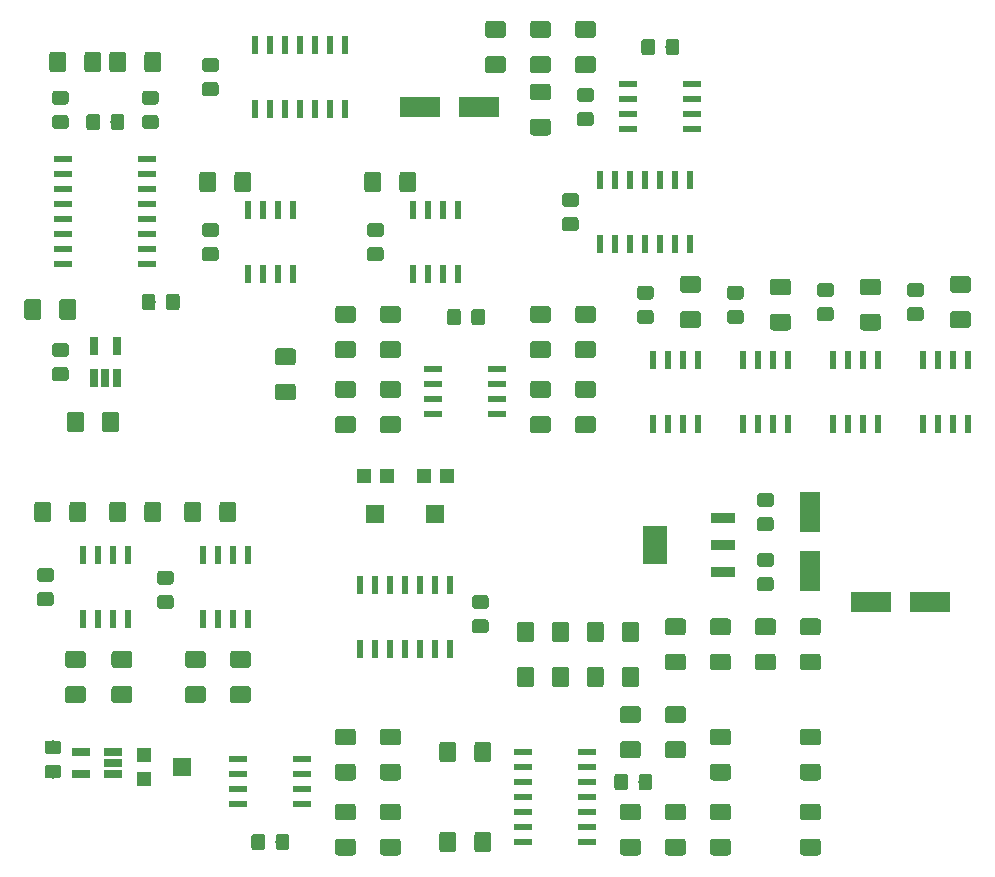
<source format=gbr>
G04 #@! TF.GenerationSoftware,KiCad,Pcbnew,(5.1.0)-1*
G04 #@! TF.CreationDate,2019-08-23T12:12:22+10:00*
G04 #@! TF.ProjectId,APPS,41505053-2e6b-4696-9361-645f70636258,rev?*
G04 #@! TF.SameCoordinates,Original*
G04 #@! TF.FileFunction,Paste,Top*
G04 #@! TF.FilePolarity,Positive*
%FSLAX46Y46*%
G04 Gerber Fmt 4.6, Leading zero omitted, Abs format (unit mm)*
G04 Created by KiCad (PCBNEW (5.1.0)-1) date 2019-08-23 12:12:22*
%MOMM*%
%LPD*%
G04 APERTURE LIST*
%ADD10R,2.150000X3.250000*%
%ADD11R,2.150000X0.950000*%
%ADD12C,0.100000*%
%ADD13C,1.425000*%
%ADD14C,1.150000*%
%ADD15R,0.600000X1.550000*%
%ADD16R,0.600000X1.500000*%
%ADD17R,3.500000X1.800000*%
%ADD18R,1.800000X3.500000*%
%ADD19R,1.200000X1.200000*%
%ADD20R,1.600000X1.500000*%
%ADD21R,1.500000X1.600000*%
%ADD22R,1.550000X0.600000*%
%ADD23R,1.500000X0.600000*%
%ADD24R,1.560000X0.650000*%
%ADD25R,0.650000X1.560000*%
G04 APERTURE END LIST*
D10*
X167153000Y-101219000D03*
D11*
X172953000Y-103519000D03*
X172953000Y-101219000D03*
X172953000Y-98919000D03*
D12*
G36*
X117962004Y-80406204D02*
G01*
X117986273Y-80409804D01*
X118010071Y-80415765D01*
X118033171Y-80424030D01*
X118055349Y-80434520D01*
X118076393Y-80447133D01*
X118096098Y-80461747D01*
X118114277Y-80478223D01*
X118130753Y-80496402D01*
X118145367Y-80516107D01*
X118157980Y-80537151D01*
X118168470Y-80559329D01*
X118176735Y-80582429D01*
X118182696Y-80606227D01*
X118186296Y-80630496D01*
X118187500Y-80655000D01*
X118187500Y-81905000D01*
X118186296Y-81929504D01*
X118182696Y-81953773D01*
X118176735Y-81977571D01*
X118168470Y-82000671D01*
X118157980Y-82022849D01*
X118145367Y-82043893D01*
X118130753Y-82063598D01*
X118114277Y-82081777D01*
X118096098Y-82098253D01*
X118076393Y-82112867D01*
X118055349Y-82125480D01*
X118033171Y-82135970D01*
X118010071Y-82144235D01*
X117986273Y-82150196D01*
X117962004Y-82153796D01*
X117937500Y-82155000D01*
X117012500Y-82155000D01*
X116987996Y-82153796D01*
X116963727Y-82150196D01*
X116939929Y-82144235D01*
X116916829Y-82135970D01*
X116894651Y-82125480D01*
X116873607Y-82112867D01*
X116853902Y-82098253D01*
X116835723Y-82081777D01*
X116819247Y-82063598D01*
X116804633Y-82043893D01*
X116792020Y-82022849D01*
X116781530Y-82000671D01*
X116773265Y-81977571D01*
X116767304Y-81953773D01*
X116763704Y-81929504D01*
X116762500Y-81905000D01*
X116762500Y-80655000D01*
X116763704Y-80630496D01*
X116767304Y-80606227D01*
X116773265Y-80582429D01*
X116781530Y-80559329D01*
X116792020Y-80537151D01*
X116804633Y-80516107D01*
X116819247Y-80496402D01*
X116835723Y-80478223D01*
X116853902Y-80461747D01*
X116873607Y-80447133D01*
X116894651Y-80434520D01*
X116916829Y-80424030D01*
X116939929Y-80415765D01*
X116963727Y-80409804D01*
X116987996Y-80406204D01*
X117012500Y-80405000D01*
X117937500Y-80405000D01*
X117962004Y-80406204D01*
X117962004Y-80406204D01*
G37*
D13*
X117475000Y-81280000D03*
D12*
G36*
X114987004Y-80406204D02*
G01*
X115011273Y-80409804D01*
X115035071Y-80415765D01*
X115058171Y-80424030D01*
X115080349Y-80434520D01*
X115101393Y-80447133D01*
X115121098Y-80461747D01*
X115139277Y-80478223D01*
X115155753Y-80496402D01*
X115170367Y-80516107D01*
X115182980Y-80537151D01*
X115193470Y-80559329D01*
X115201735Y-80582429D01*
X115207696Y-80606227D01*
X115211296Y-80630496D01*
X115212500Y-80655000D01*
X115212500Y-81905000D01*
X115211296Y-81929504D01*
X115207696Y-81953773D01*
X115201735Y-81977571D01*
X115193470Y-82000671D01*
X115182980Y-82022849D01*
X115170367Y-82043893D01*
X115155753Y-82063598D01*
X115139277Y-82081777D01*
X115121098Y-82098253D01*
X115101393Y-82112867D01*
X115080349Y-82125480D01*
X115058171Y-82135970D01*
X115035071Y-82144235D01*
X115011273Y-82150196D01*
X114987004Y-82153796D01*
X114962500Y-82155000D01*
X114037500Y-82155000D01*
X114012996Y-82153796D01*
X113988727Y-82150196D01*
X113964929Y-82144235D01*
X113941829Y-82135970D01*
X113919651Y-82125480D01*
X113898607Y-82112867D01*
X113878902Y-82098253D01*
X113860723Y-82081777D01*
X113844247Y-82063598D01*
X113829633Y-82043893D01*
X113817020Y-82022849D01*
X113806530Y-82000671D01*
X113798265Y-81977571D01*
X113792304Y-81953773D01*
X113788704Y-81929504D01*
X113787500Y-81905000D01*
X113787500Y-80655000D01*
X113788704Y-80630496D01*
X113792304Y-80606227D01*
X113798265Y-80582429D01*
X113806530Y-80559329D01*
X113817020Y-80537151D01*
X113829633Y-80516107D01*
X113844247Y-80496402D01*
X113860723Y-80478223D01*
X113878902Y-80461747D01*
X113898607Y-80447133D01*
X113919651Y-80434520D01*
X113941829Y-80424030D01*
X113964929Y-80415765D01*
X113988727Y-80409804D01*
X114012996Y-80406204D01*
X114037500Y-80405000D01*
X114962500Y-80405000D01*
X114987004Y-80406204D01*
X114987004Y-80406204D01*
G37*
D13*
X114500000Y-81280000D03*
D12*
G36*
X126714505Y-79946204D02*
G01*
X126738773Y-79949804D01*
X126762572Y-79955765D01*
X126785671Y-79964030D01*
X126807850Y-79974520D01*
X126828893Y-79987132D01*
X126848599Y-80001747D01*
X126866777Y-80018223D01*
X126883253Y-80036401D01*
X126897868Y-80056107D01*
X126910480Y-80077150D01*
X126920970Y-80099329D01*
X126929235Y-80122428D01*
X126935196Y-80146227D01*
X126938796Y-80170495D01*
X126940000Y-80194999D01*
X126940000Y-81095001D01*
X126938796Y-81119505D01*
X126935196Y-81143773D01*
X126929235Y-81167572D01*
X126920970Y-81190671D01*
X126910480Y-81212850D01*
X126897868Y-81233893D01*
X126883253Y-81253599D01*
X126866777Y-81271777D01*
X126848599Y-81288253D01*
X126828893Y-81302868D01*
X126807850Y-81315480D01*
X126785671Y-81325970D01*
X126762572Y-81334235D01*
X126738773Y-81340196D01*
X126714505Y-81343796D01*
X126690001Y-81345000D01*
X126039999Y-81345000D01*
X126015495Y-81343796D01*
X125991227Y-81340196D01*
X125967428Y-81334235D01*
X125944329Y-81325970D01*
X125922150Y-81315480D01*
X125901107Y-81302868D01*
X125881401Y-81288253D01*
X125863223Y-81271777D01*
X125846747Y-81253599D01*
X125832132Y-81233893D01*
X125819520Y-81212850D01*
X125809030Y-81190671D01*
X125800765Y-81167572D01*
X125794804Y-81143773D01*
X125791204Y-81119505D01*
X125790000Y-81095001D01*
X125790000Y-80194999D01*
X125791204Y-80170495D01*
X125794804Y-80146227D01*
X125800765Y-80122428D01*
X125809030Y-80099329D01*
X125819520Y-80077150D01*
X125832132Y-80056107D01*
X125846747Y-80036401D01*
X125863223Y-80018223D01*
X125881401Y-80001747D01*
X125901107Y-79987132D01*
X125922150Y-79974520D01*
X125944329Y-79964030D01*
X125967428Y-79955765D01*
X125991227Y-79949804D01*
X126015495Y-79946204D01*
X126039999Y-79945000D01*
X126690001Y-79945000D01*
X126714505Y-79946204D01*
X126714505Y-79946204D01*
G37*
D14*
X126365000Y-80645000D03*
D12*
G36*
X124664505Y-79946204D02*
G01*
X124688773Y-79949804D01*
X124712572Y-79955765D01*
X124735671Y-79964030D01*
X124757850Y-79974520D01*
X124778893Y-79987132D01*
X124798599Y-80001747D01*
X124816777Y-80018223D01*
X124833253Y-80036401D01*
X124847868Y-80056107D01*
X124860480Y-80077150D01*
X124870970Y-80099329D01*
X124879235Y-80122428D01*
X124885196Y-80146227D01*
X124888796Y-80170495D01*
X124890000Y-80194999D01*
X124890000Y-81095001D01*
X124888796Y-81119505D01*
X124885196Y-81143773D01*
X124879235Y-81167572D01*
X124870970Y-81190671D01*
X124860480Y-81212850D01*
X124847868Y-81233893D01*
X124833253Y-81253599D01*
X124816777Y-81271777D01*
X124798599Y-81288253D01*
X124778893Y-81302868D01*
X124757850Y-81315480D01*
X124735671Y-81325970D01*
X124712572Y-81334235D01*
X124688773Y-81340196D01*
X124664505Y-81343796D01*
X124640001Y-81345000D01*
X123989999Y-81345000D01*
X123965495Y-81343796D01*
X123941227Y-81340196D01*
X123917428Y-81334235D01*
X123894329Y-81325970D01*
X123872150Y-81315480D01*
X123851107Y-81302868D01*
X123831401Y-81288253D01*
X123813223Y-81271777D01*
X123796747Y-81253599D01*
X123782132Y-81233893D01*
X123769520Y-81212850D01*
X123759030Y-81190671D01*
X123750765Y-81167572D01*
X123744804Y-81143773D01*
X123741204Y-81119505D01*
X123740000Y-81095001D01*
X123740000Y-80194999D01*
X123741204Y-80170495D01*
X123744804Y-80146227D01*
X123750765Y-80122428D01*
X123759030Y-80099329D01*
X123769520Y-80077150D01*
X123782132Y-80056107D01*
X123796747Y-80036401D01*
X123813223Y-80018223D01*
X123831401Y-80001747D01*
X123851107Y-79987132D01*
X123872150Y-79974520D01*
X123894329Y-79964030D01*
X123917428Y-79955765D01*
X123941227Y-79949804D01*
X123965495Y-79946204D01*
X123989999Y-79945000D01*
X124640001Y-79945000D01*
X124664505Y-79946204D01*
X124664505Y-79946204D01*
G37*
D14*
X124315000Y-80645000D03*
D12*
G36*
X116679505Y-117781204D02*
G01*
X116703773Y-117784804D01*
X116727572Y-117790765D01*
X116750671Y-117799030D01*
X116772850Y-117809520D01*
X116793893Y-117822132D01*
X116813599Y-117836747D01*
X116831777Y-117853223D01*
X116848253Y-117871401D01*
X116862868Y-117891107D01*
X116875480Y-117912150D01*
X116885970Y-117934329D01*
X116894235Y-117957428D01*
X116900196Y-117981227D01*
X116903796Y-118005495D01*
X116905000Y-118029999D01*
X116905000Y-118680001D01*
X116903796Y-118704505D01*
X116900196Y-118728773D01*
X116894235Y-118752572D01*
X116885970Y-118775671D01*
X116875480Y-118797850D01*
X116862868Y-118818893D01*
X116848253Y-118838599D01*
X116831777Y-118856777D01*
X116813599Y-118873253D01*
X116793893Y-118887868D01*
X116772850Y-118900480D01*
X116750671Y-118910970D01*
X116727572Y-118919235D01*
X116703773Y-118925196D01*
X116679505Y-118928796D01*
X116655001Y-118930000D01*
X115754999Y-118930000D01*
X115730495Y-118928796D01*
X115706227Y-118925196D01*
X115682428Y-118919235D01*
X115659329Y-118910970D01*
X115637150Y-118900480D01*
X115616107Y-118887868D01*
X115596401Y-118873253D01*
X115578223Y-118856777D01*
X115561747Y-118838599D01*
X115547132Y-118818893D01*
X115534520Y-118797850D01*
X115524030Y-118775671D01*
X115515765Y-118752572D01*
X115509804Y-118728773D01*
X115506204Y-118704505D01*
X115505000Y-118680001D01*
X115505000Y-118029999D01*
X115506204Y-118005495D01*
X115509804Y-117981227D01*
X115515765Y-117957428D01*
X115524030Y-117934329D01*
X115534520Y-117912150D01*
X115547132Y-117891107D01*
X115561747Y-117871401D01*
X115578223Y-117853223D01*
X115596401Y-117836747D01*
X115616107Y-117822132D01*
X115637150Y-117809520D01*
X115659329Y-117799030D01*
X115682428Y-117790765D01*
X115706227Y-117784804D01*
X115730495Y-117781204D01*
X115754999Y-117780000D01*
X116655001Y-117780000D01*
X116679505Y-117781204D01*
X116679505Y-117781204D01*
G37*
D14*
X116205000Y-118355000D03*
D12*
G36*
X116679505Y-119831204D02*
G01*
X116703773Y-119834804D01*
X116727572Y-119840765D01*
X116750671Y-119849030D01*
X116772850Y-119859520D01*
X116793893Y-119872132D01*
X116813599Y-119886747D01*
X116831777Y-119903223D01*
X116848253Y-119921401D01*
X116862868Y-119941107D01*
X116875480Y-119962150D01*
X116885970Y-119984329D01*
X116894235Y-120007428D01*
X116900196Y-120031227D01*
X116903796Y-120055495D01*
X116905000Y-120079999D01*
X116905000Y-120730001D01*
X116903796Y-120754505D01*
X116900196Y-120778773D01*
X116894235Y-120802572D01*
X116885970Y-120825671D01*
X116875480Y-120847850D01*
X116862868Y-120868893D01*
X116848253Y-120888599D01*
X116831777Y-120906777D01*
X116813599Y-120923253D01*
X116793893Y-120937868D01*
X116772850Y-120950480D01*
X116750671Y-120960970D01*
X116727572Y-120969235D01*
X116703773Y-120975196D01*
X116679505Y-120978796D01*
X116655001Y-120980000D01*
X115754999Y-120980000D01*
X115730495Y-120978796D01*
X115706227Y-120975196D01*
X115682428Y-120969235D01*
X115659329Y-120960970D01*
X115637150Y-120950480D01*
X115616107Y-120937868D01*
X115596401Y-120923253D01*
X115578223Y-120906777D01*
X115561747Y-120888599D01*
X115547132Y-120868893D01*
X115534520Y-120847850D01*
X115524030Y-120825671D01*
X115515765Y-120802572D01*
X115509804Y-120778773D01*
X115506204Y-120754505D01*
X115505000Y-120730001D01*
X115505000Y-120079999D01*
X115506204Y-120055495D01*
X115509804Y-120031227D01*
X115515765Y-120007428D01*
X115524030Y-119984329D01*
X115534520Y-119962150D01*
X115547132Y-119941107D01*
X115561747Y-119921401D01*
X115578223Y-119903223D01*
X115596401Y-119886747D01*
X115616107Y-119872132D01*
X115637150Y-119859520D01*
X115659329Y-119849030D01*
X115682428Y-119840765D01*
X115706227Y-119834804D01*
X115730495Y-119831204D01*
X115754999Y-119830000D01*
X116655001Y-119830000D01*
X116679505Y-119831204D01*
X116679505Y-119831204D01*
G37*
D14*
X116205000Y-120405000D03*
D15*
X182245000Y-85565000D03*
X183515000Y-85565000D03*
X184785000Y-85565000D03*
X186055000Y-85565000D03*
X186055000Y-90965000D03*
X184785000Y-90965000D03*
X183515000Y-90965000D03*
X182245000Y-90965000D03*
D16*
X149860000Y-110015000D03*
X148590000Y-110015000D03*
X147320000Y-110015000D03*
X146050000Y-110015000D03*
X144780000Y-110015000D03*
X143510000Y-110015000D03*
X142240000Y-110015000D03*
X142240000Y-104615000D03*
X143510000Y-104615000D03*
X144780000Y-104615000D03*
X146050000Y-104615000D03*
X147320000Y-104615000D03*
X148590000Y-104615000D03*
X149860000Y-104615000D03*
D12*
G36*
X177004505Y-103956204D02*
G01*
X177028773Y-103959804D01*
X177052572Y-103965765D01*
X177075671Y-103974030D01*
X177097850Y-103984520D01*
X177118893Y-103997132D01*
X177138599Y-104011747D01*
X177156777Y-104028223D01*
X177173253Y-104046401D01*
X177187868Y-104066107D01*
X177200480Y-104087150D01*
X177210970Y-104109329D01*
X177219235Y-104132428D01*
X177225196Y-104156227D01*
X177228796Y-104180495D01*
X177230000Y-104204999D01*
X177230000Y-104855001D01*
X177228796Y-104879505D01*
X177225196Y-104903773D01*
X177219235Y-104927572D01*
X177210970Y-104950671D01*
X177200480Y-104972850D01*
X177187868Y-104993893D01*
X177173253Y-105013599D01*
X177156777Y-105031777D01*
X177138599Y-105048253D01*
X177118893Y-105062868D01*
X177097850Y-105075480D01*
X177075671Y-105085970D01*
X177052572Y-105094235D01*
X177028773Y-105100196D01*
X177004505Y-105103796D01*
X176980001Y-105105000D01*
X176079999Y-105105000D01*
X176055495Y-105103796D01*
X176031227Y-105100196D01*
X176007428Y-105094235D01*
X175984329Y-105085970D01*
X175962150Y-105075480D01*
X175941107Y-105062868D01*
X175921401Y-105048253D01*
X175903223Y-105031777D01*
X175886747Y-105013599D01*
X175872132Y-104993893D01*
X175859520Y-104972850D01*
X175849030Y-104950671D01*
X175840765Y-104927572D01*
X175834804Y-104903773D01*
X175831204Y-104879505D01*
X175830000Y-104855001D01*
X175830000Y-104204999D01*
X175831204Y-104180495D01*
X175834804Y-104156227D01*
X175840765Y-104132428D01*
X175849030Y-104109329D01*
X175859520Y-104087150D01*
X175872132Y-104066107D01*
X175886747Y-104046401D01*
X175903223Y-104028223D01*
X175921401Y-104011747D01*
X175941107Y-103997132D01*
X175962150Y-103984520D01*
X175984329Y-103974030D01*
X176007428Y-103965765D01*
X176031227Y-103959804D01*
X176055495Y-103956204D01*
X176079999Y-103955000D01*
X176980001Y-103955000D01*
X177004505Y-103956204D01*
X177004505Y-103956204D01*
G37*
D14*
X176530000Y-104530000D03*
D12*
G36*
X177004505Y-101906204D02*
G01*
X177028773Y-101909804D01*
X177052572Y-101915765D01*
X177075671Y-101924030D01*
X177097850Y-101934520D01*
X177118893Y-101947132D01*
X177138599Y-101961747D01*
X177156777Y-101978223D01*
X177173253Y-101996401D01*
X177187868Y-102016107D01*
X177200480Y-102037150D01*
X177210970Y-102059329D01*
X177219235Y-102082428D01*
X177225196Y-102106227D01*
X177228796Y-102130495D01*
X177230000Y-102154999D01*
X177230000Y-102805001D01*
X177228796Y-102829505D01*
X177225196Y-102853773D01*
X177219235Y-102877572D01*
X177210970Y-102900671D01*
X177200480Y-102922850D01*
X177187868Y-102943893D01*
X177173253Y-102963599D01*
X177156777Y-102981777D01*
X177138599Y-102998253D01*
X177118893Y-103012868D01*
X177097850Y-103025480D01*
X177075671Y-103035970D01*
X177052572Y-103044235D01*
X177028773Y-103050196D01*
X177004505Y-103053796D01*
X176980001Y-103055000D01*
X176079999Y-103055000D01*
X176055495Y-103053796D01*
X176031227Y-103050196D01*
X176007428Y-103044235D01*
X175984329Y-103035970D01*
X175962150Y-103025480D01*
X175941107Y-103012868D01*
X175921401Y-102998253D01*
X175903223Y-102981777D01*
X175886747Y-102963599D01*
X175872132Y-102943893D01*
X175859520Y-102922850D01*
X175849030Y-102900671D01*
X175840765Y-102877572D01*
X175834804Y-102853773D01*
X175831204Y-102829505D01*
X175830000Y-102805001D01*
X175830000Y-102154999D01*
X175831204Y-102130495D01*
X175834804Y-102106227D01*
X175840765Y-102082428D01*
X175849030Y-102059329D01*
X175859520Y-102037150D01*
X175872132Y-102016107D01*
X175886747Y-101996401D01*
X175903223Y-101978223D01*
X175921401Y-101961747D01*
X175941107Y-101947132D01*
X175962150Y-101934520D01*
X175984329Y-101924030D01*
X176007428Y-101915765D01*
X176031227Y-101909804D01*
X176055495Y-101906204D01*
X176079999Y-101905000D01*
X176980001Y-101905000D01*
X177004505Y-101906204D01*
X177004505Y-101906204D01*
G37*
D14*
X176530000Y-102480000D03*
D12*
G36*
X177004505Y-98876204D02*
G01*
X177028773Y-98879804D01*
X177052572Y-98885765D01*
X177075671Y-98894030D01*
X177097850Y-98904520D01*
X177118893Y-98917132D01*
X177138599Y-98931747D01*
X177156777Y-98948223D01*
X177173253Y-98966401D01*
X177187868Y-98986107D01*
X177200480Y-99007150D01*
X177210970Y-99029329D01*
X177219235Y-99052428D01*
X177225196Y-99076227D01*
X177228796Y-99100495D01*
X177230000Y-99124999D01*
X177230000Y-99775001D01*
X177228796Y-99799505D01*
X177225196Y-99823773D01*
X177219235Y-99847572D01*
X177210970Y-99870671D01*
X177200480Y-99892850D01*
X177187868Y-99913893D01*
X177173253Y-99933599D01*
X177156777Y-99951777D01*
X177138599Y-99968253D01*
X177118893Y-99982868D01*
X177097850Y-99995480D01*
X177075671Y-100005970D01*
X177052572Y-100014235D01*
X177028773Y-100020196D01*
X177004505Y-100023796D01*
X176980001Y-100025000D01*
X176079999Y-100025000D01*
X176055495Y-100023796D01*
X176031227Y-100020196D01*
X176007428Y-100014235D01*
X175984329Y-100005970D01*
X175962150Y-99995480D01*
X175941107Y-99982868D01*
X175921401Y-99968253D01*
X175903223Y-99951777D01*
X175886747Y-99933599D01*
X175872132Y-99913893D01*
X175859520Y-99892850D01*
X175849030Y-99870671D01*
X175840765Y-99847572D01*
X175834804Y-99823773D01*
X175831204Y-99799505D01*
X175830000Y-99775001D01*
X175830000Y-99124999D01*
X175831204Y-99100495D01*
X175834804Y-99076227D01*
X175840765Y-99052428D01*
X175849030Y-99029329D01*
X175859520Y-99007150D01*
X175872132Y-98986107D01*
X175886747Y-98966401D01*
X175903223Y-98948223D01*
X175921401Y-98931747D01*
X175941107Y-98917132D01*
X175962150Y-98904520D01*
X175984329Y-98894030D01*
X176007428Y-98885765D01*
X176031227Y-98879804D01*
X176055495Y-98876204D01*
X176079999Y-98875000D01*
X176980001Y-98875000D01*
X177004505Y-98876204D01*
X177004505Y-98876204D01*
G37*
D14*
X176530000Y-99450000D03*
D12*
G36*
X177004505Y-96826204D02*
G01*
X177028773Y-96829804D01*
X177052572Y-96835765D01*
X177075671Y-96844030D01*
X177097850Y-96854520D01*
X177118893Y-96867132D01*
X177138599Y-96881747D01*
X177156777Y-96898223D01*
X177173253Y-96916401D01*
X177187868Y-96936107D01*
X177200480Y-96957150D01*
X177210970Y-96979329D01*
X177219235Y-97002428D01*
X177225196Y-97026227D01*
X177228796Y-97050495D01*
X177230000Y-97074999D01*
X177230000Y-97725001D01*
X177228796Y-97749505D01*
X177225196Y-97773773D01*
X177219235Y-97797572D01*
X177210970Y-97820671D01*
X177200480Y-97842850D01*
X177187868Y-97863893D01*
X177173253Y-97883599D01*
X177156777Y-97901777D01*
X177138599Y-97918253D01*
X177118893Y-97932868D01*
X177097850Y-97945480D01*
X177075671Y-97955970D01*
X177052572Y-97964235D01*
X177028773Y-97970196D01*
X177004505Y-97973796D01*
X176980001Y-97975000D01*
X176079999Y-97975000D01*
X176055495Y-97973796D01*
X176031227Y-97970196D01*
X176007428Y-97964235D01*
X175984329Y-97955970D01*
X175962150Y-97945480D01*
X175941107Y-97932868D01*
X175921401Y-97918253D01*
X175903223Y-97901777D01*
X175886747Y-97883599D01*
X175872132Y-97863893D01*
X175859520Y-97842850D01*
X175849030Y-97820671D01*
X175840765Y-97797572D01*
X175834804Y-97773773D01*
X175831204Y-97749505D01*
X175830000Y-97725001D01*
X175830000Y-97074999D01*
X175831204Y-97050495D01*
X175834804Y-97026227D01*
X175840765Y-97002428D01*
X175849030Y-96979329D01*
X175859520Y-96957150D01*
X175872132Y-96936107D01*
X175886747Y-96916401D01*
X175903223Y-96898223D01*
X175921401Y-96881747D01*
X175941107Y-96867132D01*
X175962150Y-96854520D01*
X175984329Y-96844030D01*
X176007428Y-96835765D01*
X176031227Y-96829804D01*
X176055495Y-96826204D01*
X176079999Y-96825000D01*
X176980001Y-96825000D01*
X177004505Y-96826204D01*
X177004505Y-96826204D01*
G37*
D14*
X176530000Y-97400000D03*
D12*
G36*
X166844505Y-81341204D02*
G01*
X166868773Y-81344804D01*
X166892572Y-81350765D01*
X166915671Y-81359030D01*
X166937850Y-81369520D01*
X166958893Y-81382132D01*
X166978599Y-81396747D01*
X166996777Y-81413223D01*
X167013253Y-81431401D01*
X167027868Y-81451107D01*
X167040480Y-81472150D01*
X167050970Y-81494329D01*
X167059235Y-81517428D01*
X167065196Y-81541227D01*
X167068796Y-81565495D01*
X167070000Y-81589999D01*
X167070000Y-82240001D01*
X167068796Y-82264505D01*
X167065196Y-82288773D01*
X167059235Y-82312572D01*
X167050970Y-82335671D01*
X167040480Y-82357850D01*
X167027868Y-82378893D01*
X167013253Y-82398599D01*
X166996777Y-82416777D01*
X166978599Y-82433253D01*
X166958893Y-82447868D01*
X166937850Y-82460480D01*
X166915671Y-82470970D01*
X166892572Y-82479235D01*
X166868773Y-82485196D01*
X166844505Y-82488796D01*
X166820001Y-82490000D01*
X165919999Y-82490000D01*
X165895495Y-82488796D01*
X165871227Y-82485196D01*
X165847428Y-82479235D01*
X165824329Y-82470970D01*
X165802150Y-82460480D01*
X165781107Y-82447868D01*
X165761401Y-82433253D01*
X165743223Y-82416777D01*
X165726747Y-82398599D01*
X165712132Y-82378893D01*
X165699520Y-82357850D01*
X165689030Y-82335671D01*
X165680765Y-82312572D01*
X165674804Y-82288773D01*
X165671204Y-82264505D01*
X165670000Y-82240001D01*
X165670000Y-81589999D01*
X165671204Y-81565495D01*
X165674804Y-81541227D01*
X165680765Y-81517428D01*
X165689030Y-81494329D01*
X165699520Y-81472150D01*
X165712132Y-81451107D01*
X165726747Y-81431401D01*
X165743223Y-81413223D01*
X165761401Y-81396747D01*
X165781107Y-81382132D01*
X165802150Y-81369520D01*
X165824329Y-81359030D01*
X165847428Y-81350765D01*
X165871227Y-81344804D01*
X165895495Y-81341204D01*
X165919999Y-81340000D01*
X166820001Y-81340000D01*
X166844505Y-81341204D01*
X166844505Y-81341204D01*
G37*
D14*
X166370000Y-81915000D03*
D12*
G36*
X166844505Y-79291204D02*
G01*
X166868773Y-79294804D01*
X166892572Y-79300765D01*
X166915671Y-79309030D01*
X166937850Y-79319520D01*
X166958893Y-79332132D01*
X166978599Y-79346747D01*
X166996777Y-79363223D01*
X167013253Y-79381401D01*
X167027868Y-79401107D01*
X167040480Y-79422150D01*
X167050970Y-79444329D01*
X167059235Y-79467428D01*
X167065196Y-79491227D01*
X167068796Y-79515495D01*
X167070000Y-79539999D01*
X167070000Y-80190001D01*
X167068796Y-80214505D01*
X167065196Y-80238773D01*
X167059235Y-80262572D01*
X167050970Y-80285671D01*
X167040480Y-80307850D01*
X167027868Y-80328893D01*
X167013253Y-80348599D01*
X166996777Y-80366777D01*
X166978599Y-80383253D01*
X166958893Y-80397868D01*
X166937850Y-80410480D01*
X166915671Y-80420970D01*
X166892572Y-80429235D01*
X166868773Y-80435196D01*
X166844505Y-80438796D01*
X166820001Y-80440000D01*
X165919999Y-80440000D01*
X165895495Y-80438796D01*
X165871227Y-80435196D01*
X165847428Y-80429235D01*
X165824329Y-80420970D01*
X165802150Y-80410480D01*
X165781107Y-80397868D01*
X165761401Y-80383253D01*
X165743223Y-80366777D01*
X165726747Y-80348599D01*
X165712132Y-80328893D01*
X165699520Y-80307850D01*
X165689030Y-80285671D01*
X165680765Y-80262572D01*
X165674804Y-80238773D01*
X165671204Y-80214505D01*
X165670000Y-80190001D01*
X165670000Y-79539999D01*
X165671204Y-79515495D01*
X165674804Y-79491227D01*
X165680765Y-79467428D01*
X165689030Y-79444329D01*
X165699520Y-79422150D01*
X165712132Y-79401107D01*
X165726747Y-79381401D01*
X165743223Y-79363223D01*
X165761401Y-79346747D01*
X165781107Y-79332132D01*
X165802150Y-79319520D01*
X165824329Y-79309030D01*
X165847428Y-79300765D01*
X165871227Y-79294804D01*
X165895495Y-79291204D01*
X165919999Y-79290000D01*
X166820001Y-79290000D01*
X166844505Y-79291204D01*
X166844505Y-79291204D01*
G37*
D14*
X166370000Y-79865000D03*
D12*
G36*
X174464505Y-79291204D02*
G01*
X174488773Y-79294804D01*
X174512572Y-79300765D01*
X174535671Y-79309030D01*
X174557850Y-79319520D01*
X174578893Y-79332132D01*
X174598599Y-79346747D01*
X174616777Y-79363223D01*
X174633253Y-79381401D01*
X174647868Y-79401107D01*
X174660480Y-79422150D01*
X174670970Y-79444329D01*
X174679235Y-79467428D01*
X174685196Y-79491227D01*
X174688796Y-79515495D01*
X174690000Y-79539999D01*
X174690000Y-80190001D01*
X174688796Y-80214505D01*
X174685196Y-80238773D01*
X174679235Y-80262572D01*
X174670970Y-80285671D01*
X174660480Y-80307850D01*
X174647868Y-80328893D01*
X174633253Y-80348599D01*
X174616777Y-80366777D01*
X174598599Y-80383253D01*
X174578893Y-80397868D01*
X174557850Y-80410480D01*
X174535671Y-80420970D01*
X174512572Y-80429235D01*
X174488773Y-80435196D01*
X174464505Y-80438796D01*
X174440001Y-80440000D01*
X173539999Y-80440000D01*
X173515495Y-80438796D01*
X173491227Y-80435196D01*
X173467428Y-80429235D01*
X173444329Y-80420970D01*
X173422150Y-80410480D01*
X173401107Y-80397868D01*
X173381401Y-80383253D01*
X173363223Y-80366777D01*
X173346747Y-80348599D01*
X173332132Y-80328893D01*
X173319520Y-80307850D01*
X173309030Y-80285671D01*
X173300765Y-80262572D01*
X173294804Y-80238773D01*
X173291204Y-80214505D01*
X173290000Y-80190001D01*
X173290000Y-79539999D01*
X173291204Y-79515495D01*
X173294804Y-79491227D01*
X173300765Y-79467428D01*
X173309030Y-79444329D01*
X173319520Y-79422150D01*
X173332132Y-79401107D01*
X173346747Y-79381401D01*
X173363223Y-79363223D01*
X173381401Y-79346747D01*
X173401107Y-79332132D01*
X173422150Y-79319520D01*
X173444329Y-79309030D01*
X173467428Y-79300765D01*
X173491227Y-79294804D01*
X173515495Y-79291204D01*
X173539999Y-79290000D01*
X174440001Y-79290000D01*
X174464505Y-79291204D01*
X174464505Y-79291204D01*
G37*
D14*
X173990000Y-79865000D03*
D12*
G36*
X174464505Y-81341204D02*
G01*
X174488773Y-81344804D01*
X174512572Y-81350765D01*
X174535671Y-81359030D01*
X174557850Y-81369520D01*
X174578893Y-81382132D01*
X174598599Y-81396747D01*
X174616777Y-81413223D01*
X174633253Y-81431401D01*
X174647868Y-81451107D01*
X174660480Y-81472150D01*
X174670970Y-81494329D01*
X174679235Y-81517428D01*
X174685196Y-81541227D01*
X174688796Y-81565495D01*
X174690000Y-81589999D01*
X174690000Y-82240001D01*
X174688796Y-82264505D01*
X174685196Y-82288773D01*
X174679235Y-82312572D01*
X174670970Y-82335671D01*
X174660480Y-82357850D01*
X174647868Y-82378893D01*
X174633253Y-82398599D01*
X174616777Y-82416777D01*
X174598599Y-82433253D01*
X174578893Y-82447868D01*
X174557850Y-82460480D01*
X174535671Y-82470970D01*
X174512572Y-82479235D01*
X174488773Y-82485196D01*
X174464505Y-82488796D01*
X174440001Y-82490000D01*
X173539999Y-82490000D01*
X173515495Y-82488796D01*
X173491227Y-82485196D01*
X173467428Y-82479235D01*
X173444329Y-82470970D01*
X173422150Y-82460480D01*
X173401107Y-82447868D01*
X173381401Y-82433253D01*
X173363223Y-82416777D01*
X173346747Y-82398599D01*
X173332132Y-82378893D01*
X173319520Y-82357850D01*
X173309030Y-82335671D01*
X173300765Y-82312572D01*
X173294804Y-82288773D01*
X173291204Y-82264505D01*
X173290000Y-82240001D01*
X173290000Y-81589999D01*
X173291204Y-81565495D01*
X173294804Y-81541227D01*
X173300765Y-81517428D01*
X173309030Y-81494329D01*
X173319520Y-81472150D01*
X173332132Y-81451107D01*
X173346747Y-81431401D01*
X173363223Y-81413223D01*
X173381401Y-81396747D01*
X173401107Y-81382132D01*
X173422150Y-81369520D01*
X173444329Y-81359030D01*
X173467428Y-81350765D01*
X173491227Y-81344804D01*
X173515495Y-81341204D01*
X173539999Y-81340000D01*
X174440001Y-81340000D01*
X174464505Y-81341204D01*
X174464505Y-81341204D01*
G37*
D14*
X173990000Y-81915000D03*
D12*
G36*
X161764505Y-62536204D02*
G01*
X161788773Y-62539804D01*
X161812572Y-62545765D01*
X161835671Y-62554030D01*
X161857850Y-62564520D01*
X161878893Y-62577132D01*
X161898599Y-62591747D01*
X161916777Y-62608223D01*
X161933253Y-62626401D01*
X161947868Y-62646107D01*
X161960480Y-62667150D01*
X161970970Y-62689329D01*
X161979235Y-62712428D01*
X161985196Y-62736227D01*
X161988796Y-62760495D01*
X161990000Y-62784999D01*
X161990000Y-63435001D01*
X161988796Y-63459505D01*
X161985196Y-63483773D01*
X161979235Y-63507572D01*
X161970970Y-63530671D01*
X161960480Y-63552850D01*
X161947868Y-63573893D01*
X161933253Y-63593599D01*
X161916777Y-63611777D01*
X161898599Y-63628253D01*
X161878893Y-63642868D01*
X161857850Y-63655480D01*
X161835671Y-63665970D01*
X161812572Y-63674235D01*
X161788773Y-63680196D01*
X161764505Y-63683796D01*
X161740001Y-63685000D01*
X160839999Y-63685000D01*
X160815495Y-63683796D01*
X160791227Y-63680196D01*
X160767428Y-63674235D01*
X160744329Y-63665970D01*
X160722150Y-63655480D01*
X160701107Y-63642868D01*
X160681401Y-63628253D01*
X160663223Y-63611777D01*
X160646747Y-63593599D01*
X160632132Y-63573893D01*
X160619520Y-63552850D01*
X160609030Y-63530671D01*
X160600765Y-63507572D01*
X160594804Y-63483773D01*
X160591204Y-63459505D01*
X160590000Y-63435001D01*
X160590000Y-62784999D01*
X160591204Y-62760495D01*
X160594804Y-62736227D01*
X160600765Y-62712428D01*
X160609030Y-62689329D01*
X160619520Y-62667150D01*
X160632132Y-62646107D01*
X160646747Y-62626401D01*
X160663223Y-62608223D01*
X160681401Y-62591747D01*
X160701107Y-62577132D01*
X160722150Y-62564520D01*
X160744329Y-62554030D01*
X160767428Y-62545765D01*
X160791227Y-62539804D01*
X160815495Y-62536204D01*
X160839999Y-62535000D01*
X161740001Y-62535000D01*
X161764505Y-62536204D01*
X161764505Y-62536204D01*
G37*
D14*
X161290000Y-63110000D03*
D12*
G36*
X161764505Y-64586204D02*
G01*
X161788773Y-64589804D01*
X161812572Y-64595765D01*
X161835671Y-64604030D01*
X161857850Y-64614520D01*
X161878893Y-64627132D01*
X161898599Y-64641747D01*
X161916777Y-64658223D01*
X161933253Y-64676401D01*
X161947868Y-64696107D01*
X161960480Y-64717150D01*
X161970970Y-64739329D01*
X161979235Y-64762428D01*
X161985196Y-64786227D01*
X161988796Y-64810495D01*
X161990000Y-64834999D01*
X161990000Y-65485001D01*
X161988796Y-65509505D01*
X161985196Y-65533773D01*
X161979235Y-65557572D01*
X161970970Y-65580671D01*
X161960480Y-65602850D01*
X161947868Y-65623893D01*
X161933253Y-65643599D01*
X161916777Y-65661777D01*
X161898599Y-65678253D01*
X161878893Y-65692868D01*
X161857850Y-65705480D01*
X161835671Y-65715970D01*
X161812572Y-65724235D01*
X161788773Y-65730196D01*
X161764505Y-65733796D01*
X161740001Y-65735000D01*
X160839999Y-65735000D01*
X160815495Y-65733796D01*
X160791227Y-65730196D01*
X160767428Y-65724235D01*
X160744329Y-65715970D01*
X160722150Y-65705480D01*
X160701107Y-65692868D01*
X160681401Y-65678253D01*
X160663223Y-65661777D01*
X160646747Y-65643599D01*
X160632132Y-65623893D01*
X160619520Y-65602850D01*
X160609030Y-65580671D01*
X160600765Y-65557572D01*
X160594804Y-65533773D01*
X160591204Y-65509505D01*
X160590000Y-65485001D01*
X160590000Y-64834999D01*
X160591204Y-64810495D01*
X160594804Y-64786227D01*
X160600765Y-64762428D01*
X160609030Y-64739329D01*
X160619520Y-64717150D01*
X160632132Y-64696107D01*
X160646747Y-64676401D01*
X160663223Y-64658223D01*
X160681401Y-64641747D01*
X160701107Y-64627132D01*
X160722150Y-64614520D01*
X160744329Y-64604030D01*
X160767428Y-64595765D01*
X160791227Y-64589804D01*
X160815495Y-64586204D01*
X160839999Y-64585000D01*
X161740001Y-64585000D01*
X161764505Y-64586204D01*
X161764505Y-64586204D01*
G37*
D14*
X161290000Y-65160000D03*
D12*
G36*
X182084505Y-81096204D02*
G01*
X182108773Y-81099804D01*
X182132572Y-81105765D01*
X182155671Y-81114030D01*
X182177850Y-81124520D01*
X182198893Y-81137132D01*
X182218599Y-81151747D01*
X182236777Y-81168223D01*
X182253253Y-81186401D01*
X182267868Y-81206107D01*
X182280480Y-81227150D01*
X182290970Y-81249329D01*
X182299235Y-81272428D01*
X182305196Y-81296227D01*
X182308796Y-81320495D01*
X182310000Y-81344999D01*
X182310000Y-81995001D01*
X182308796Y-82019505D01*
X182305196Y-82043773D01*
X182299235Y-82067572D01*
X182290970Y-82090671D01*
X182280480Y-82112850D01*
X182267868Y-82133893D01*
X182253253Y-82153599D01*
X182236777Y-82171777D01*
X182218599Y-82188253D01*
X182198893Y-82202868D01*
X182177850Y-82215480D01*
X182155671Y-82225970D01*
X182132572Y-82234235D01*
X182108773Y-82240196D01*
X182084505Y-82243796D01*
X182060001Y-82245000D01*
X181159999Y-82245000D01*
X181135495Y-82243796D01*
X181111227Y-82240196D01*
X181087428Y-82234235D01*
X181064329Y-82225970D01*
X181042150Y-82215480D01*
X181021107Y-82202868D01*
X181001401Y-82188253D01*
X180983223Y-82171777D01*
X180966747Y-82153599D01*
X180952132Y-82133893D01*
X180939520Y-82112850D01*
X180929030Y-82090671D01*
X180920765Y-82067572D01*
X180914804Y-82043773D01*
X180911204Y-82019505D01*
X180910000Y-81995001D01*
X180910000Y-81344999D01*
X180911204Y-81320495D01*
X180914804Y-81296227D01*
X180920765Y-81272428D01*
X180929030Y-81249329D01*
X180939520Y-81227150D01*
X180952132Y-81206107D01*
X180966747Y-81186401D01*
X180983223Y-81168223D01*
X181001401Y-81151747D01*
X181021107Y-81137132D01*
X181042150Y-81124520D01*
X181064329Y-81114030D01*
X181087428Y-81105765D01*
X181111227Y-81099804D01*
X181135495Y-81096204D01*
X181159999Y-81095000D01*
X182060001Y-81095000D01*
X182084505Y-81096204D01*
X182084505Y-81096204D01*
G37*
D14*
X181610000Y-81670000D03*
D12*
G36*
X182084505Y-79046204D02*
G01*
X182108773Y-79049804D01*
X182132572Y-79055765D01*
X182155671Y-79064030D01*
X182177850Y-79074520D01*
X182198893Y-79087132D01*
X182218599Y-79101747D01*
X182236777Y-79118223D01*
X182253253Y-79136401D01*
X182267868Y-79156107D01*
X182280480Y-79177150D01*
X182290970Y-79199329D01*
X182299235Y-79222428D01*
X182305196Y-79246227D01*
X182308796Y-79270495D01*
X182310000Y-79294999D01*
X182310000Y-79945001D01*
X182308796Y-79969505D01*
X182305196Y-79993773D01*
X182299235Y-80017572D01*
X182290970Y-80040671D01*
X182280480Y-80062850D01*
X182267868Y-80083893D01*
X182253253Y-80103599D01*
X182236777Y-80121777D01*
X182218599Y-80138253D01*
X182198893Y-80152868D01*
X182177850Y-80165480D01*
X182155671Y-80175970D01*
X182132572Y-80184235D01*
X182108773Y-80190196D01*
X182084505Y-80193796D01*
X182060001Y-80195000D01*
X181159999Y-80195000D01*
X181135495Y-80193796D01*
X181111227Y-80190196D01*
X181087428Y-80184235D01*
X181064329Y-80175970D01*
X181042150Y-80165480D01*
X181021107Y-80152868D01*
X181001401Y-80138253D01*
X180983223Y-80121777D01*
X180966747Y-80103599D01*
X180952132Y-80083893D01*
X180939520Y-80062850D01*
X180929030Y-80040671D01*
X180920765Y-80017572D01*
X180914804Y-79993773D01*
X180911204Y-79969505D01*
X180910000Y-79945001D01*
X180910000Y-79294999D01*
X180911204Y-79270495D01*
X180914804Y-79246227D01*
X180920765Y-79222428D01*
X180929030Y-79199329D01*
X180939520Y-79177150D01*
X180952132Y-79156107D01*
X180966747Y-79136401D01*
X180983223Y-79118223D01*
X181001401Y-79101747D01*
X181021107Y-79087132D01*
X181042150Y-79074520D01*
X181064329Y-79064030D01*
X181087428Y-79055765D01*
X181111227Y-79049804D01*
X181135495Y-79046204D01*
X181159999Y-79045000D01*
X182060001Y-79045000D01*
X182084505Y-79046204D01*
X182084505Y-79046204D01*
G37*
D14*
X181610000Y-79620000D03*
D12*
G36*
X189704505Y-79046204D02*
G01*
X189728773Y-79049804D01*
X189752572Y-79055765D01*
X189775671Y-79064030D01*
X189797850Y-79074520D01*
X189818893Y-79087132D01*
X189838599Y-79101747D01*
X189856777Y-79118223D01*
X189873253Y-79136401D01*
X189887868Y-79156107D01*
X189900480Y-79177150D01*
X189910970Y-79199329D01*
X189919235Y-79222428D01*
X189925196Y-79246227D01*
X189928796Y-79270495D01*
X189930000Y-79294999D01*
X189930000Y-79945001D01*
X189928796Y-79969505D01*
X189925196Y-79993773D01*
X189919235Y-80017572D01*
X189910970Y-80040671D01*
X189900480Y-80062850D01*
X189887868Y-80083893D01*
X189873253Y-80103599D01*
X189856777Y-80121777D01*
X189838599Y-80138253D01*
X189818893Y-80152868D01*
X189797850Y-80165480D01*
X189775671Y-80175970D01*
X189752572Y-80184235D01*
X189728773Y-80190196D01*
X189704505Y-80193796D01*
X189680001Y-80195000D01*
X188779999Y-80195000D01*
X188755495Y-80193796D01*
X188731227Y-80190196D01*
X188707428Y-80184235D01*
X188684329Y-80175970D01*
X188662150Y-80165480D01*
X188641107Y-80152868D01*
X188621401Y-80138253D01*
X188603223Y-80121777D01*
X188586747Y-80103599D01*
X188572132Y-80083893D01*
X188559520Y-80062850D01*
X188549030Y-80040671D01*
X188540765Y-80017572D01*
X188534804Y-79993773D01*
X188531204Y-79969505D01*
X188530000Y-79945001D01*
X188530000Y-79294999D01*
X188531204Y-79270495D01*
X188534804Y-79246227D01*
X188540765Y-79222428D01*
X188549030Y-79199329D01*
X188559520Y-79177150D01*
X188572132Y-79156107D01*
X188586747Y-79136401D01*
X188603223Y-79118223D01*
X188621401Y-79101747D01*
X188641107Y-79087132D01*
X188662150Y-79074520D01*
X188684329Y-79064030D01*
X188707428Y-79055765D01*
X188731227Y-79049804D01*
X188755495Y-79046204D01*
X188779999Y-79045000D01*
X189680001Y-79045000D01*
X189704505Y-79046204D01*
X189704505Y-79046204D01*
G37*
D14*
X189230000Y-79620000D03*
D12*
G36*
X189704505Y-81096204D02*
G01*
X189728773Y-81099804D01*
X189752572Y-81105765D01*
X189775671Y-81114030D01*
X189797850Y-81124520D01*
X189818893Y-81137132D01*
X189838599Y-81151747D01*
X189856777Y-81168223D01*
X189873253Y-81186401D01*
X189887868Y-81206107D01*
X189900480Y-81227150D01*
X189910970Y-81249329D01*
X189919235Y-81272428D01*
X189925196Y-81296227D01*
X189928796Y-81320495D01*
X189930000Y-81344999D01*
X189930000Y-81995001D01*
X189928796Y-82019505D01*
X189925196Y-82043773D01*
X189919235Y-82067572D01*
X189910970Y-82090671D01*
X189900480Y-82112850D01*
X189887868Y-82133893D01*
X189873253Y-82153599D01*
X189856777Y-82171777D01*
X189838599Y-82188253D01*
X189818893Y-82202868D01*
X189797850Y-82215480D01*
X189775671Y-82225970D01*
X189752572Y-82234235D01*
X189728773Y-82240196D01*
X189704505Y-82243796D01*
X189680001Y-82245000D01*
X188779999Y-82245000D01*
X188755495Y-82243796D01*
X188731227Y-82240196D01*
X188707428Y-82234235D01*
X188684329Y-82225970D01*
X188662150Y-82215480D01*
X188641107Y-82202868D01*
X188621401Y-82188253D01*
X188603223Y-82171777D01*
X188586747Y-82153599D01*
X188572132Y-82133893D01*
X188559520Y-82112850D01*
X188549030Y-82090671D01*
X188540765Y-82067572D01*
X188534804Y-82043773D01*
X188531204Y-82019505D01*
X188530000Y-81995001D01*
X188530000Y-81344999D01*
X188531204Y-81320495D01*
X188534804Y-81296227D01*
X188540765Y-81272428D01*
X188549030Y-81249329D01*
X188559520Y-81227150D01*
X188572132Y-81206107D01*
X188586747Y-81186401D01*
X188603223Y-81168223D01*
X188621401Y-81151747D01*
X188641107Y-81137132D01*
X188662150Y-81124520D01*
X188684329Y-81114030D01*
X188707428Y-81105765D01*
X188731227Y-81099804D01*
X188755495Y-81096204D01*
X188779999Y-81095000D01*
X189680001Y-81095000D01*
X189704505Y-81096204D01*
X189704505Y-81096204D01*
G37*
D14*
X189230000Y-81670000D03*
D12*
G36*
X152874505Y-105471204D02*
G01*
X152898773Y-105474804D01*
X152922572Y-105480765D01*
X152945671Y-105489030D01*
X152967850Y-105499520D01*
X152988893Y-105512132D01*
X153008599Y-105526747D01*
X153026777Y-105543223D01*
X153043253Y-105561401D01*
X153057868Y-105581107D01*
X153070480Y-105602150D01*
X153080970Y-105624329D01*
X153089235Y-105647428D01*
X153095196Y-105671227D01*
X153098796Y-105695495D01*
X153100000Y-105719999D01*
X153100000Y-106370001D01*
X153098796Y-106394505D01*
X153095196Y-106418773D01*
X153089235Y-106442572D01*
X153080970Y-106465671D01*
X153070480Y-106487850D01*
X153057868Y-106508893D01*
X153043253Y-106528599D01*
X153026777Y-106546777D01*
X153008599Y-106563253D01*
X152988893Y-106577868D01*
X152967850Y-106590480D01*
X152945671Y-106600970D01*
X152922572Y-106609235D01*
X152898773Y-106615196D01*
X152874505Y-106618796D01*
X152850001Y-106620000D01*
X151949999Y-106620000D01*
X151925495Y-106618796D01*
X151901227Y-106615196D01*
X151877428Y-106609235D01*
X151854329Y-106600970D01*
X151832150Y-106590480D01*
X151811107Y-106577868D01*
X151791401Y-106563253D01*
X151773223Y-106546777D01*
X151756747Y-106528599D01*
X151742132Y-106508893D01*
X151729520Y-106487850D01*
X151719030Y-106465671D01*
X151710765Y-106442572D01*
X151704804Y-106418773D01*
X151701204Y-106394505D01*
X151700000Y-106370001D01*
X151700000Y-105719999D01*
X151701204Y-105695495D01*
X151704804Y-105671227D01*
X151710765Y-105647428D01*
X151719030Y-105624329D01*
X151729520Y-105602150D01*
X151742132Y-105581107D01*
X151756747Y-105561401D01*
X151773223Y-105543223D01*
X151791401Y-105526747D01*
X151811107Y-105512132D01*
X151832150Y-105499520D01*
X151854329Y-105489030D01*
X151877428Y-105480765D01*
X151901227Y-105474804D01*
X151925495Y-105471204D01*
X151949999Y-105470000D01*
X152850001Y-105470000D01*
X152874505Y-105471204D01*
X152874505Y-105471204D01*
G37*
D14*
X152400000Y-106045000D03*
D12*
G36*
X152874505Y-107521204D02*
G01*
X152898773Y-107524804D01*
X152922572Y-107530765D01*
X152945671Y-107539030D01*
X152967850Y-107549520D01*
X152988893Y-107562132D01*
X153008599Y-107576747D01*
X153026777Y-107593223D01*
X153043253Y-107611401D01*
X153057868Y-107631107D01*
X153070480Y-107652150D01*
X153080970Y-107674329D01*
X153089235Y-107697428D01*
X153095196Y-107721227D01*
X153098796Y-107745495D01*
X153100000Y-107769999D01*
X153100000Y-108420001D01*
X153098796Y-108444505D01*
X153095196Y-108468773D01*
X153089235Y-108492572D01*
X153080970Y-108515671D01*
X153070480Y-108537850D01*
X153057868Y-108558893D01*
X153043253Y-108578599D01*
X153026777Y-108596777D01*
X153008599Y-108613253D01*
X152988893Y-108627868D01*
X152967850Y-108640480D01*
X152945671Y-108650970D01*
X152922572Y-108659235D01*
X152898773Y-108665196D01*
X152874505Y-108668796D01*
X152850001Y-108670000D01*
X151949999Y-108670000D01*
X151925495Y-108668796D01*
X151901227Y-108665196D01*
X151877428Y-108659235D01*
X151854329Y-108650970D01*
X151832150Y-108640480D01*
X151811107Y-108627868D01*
X151791401Y-108613253D01*
X151773223Y-108596777D01*
X151756747Y-108578599D01*
X151742132Y-108558893D01*
X151729520Y-108537850D01*
X151719030Y-108515671D01*
X151710765Y-108492572D01*
X151704804Y-108468773D01*
X151701204Y-108444505D01*
X151700000Y-108420001D01*
X151700000Y-107769999D01*
X151701204Y-107745495D01*
X151704804Y-107721227D01*
X151710765Y-107697428D01*
X151719030Y-107674329D01*
X151729520Y-107652150D01*
X151742132Y-107631107D01*
X151756747Y-107611401D01*
X151773223Y-107593223D01*
X151791401Y-107576747D01*
X151811107Y-107562132D01*
X151832150Y-107549520D01*
X151854329Y-107539030D01*
X151877428Y-107530765D01*
X151901227Y-107524804D01*
X151925495Y-107521204D01*
X151949999Y-107520000D01*
X152850001Y-107520000D01*
X152874505Y-107521204D01*
X152874505Y-107521204D01*
G37*
D14*
X152400000Y-108095000D03*
D12*
G36*
X152569506Y-81216204D02*
G01*
X152593774Y-81219804D01*
X152617573Y-81225765D01*
X152640672Y-81234030D01*
X152662851Y-81244520D01*
X152683894Y-81257132D01*
X152703600Y-81271747D01*
X152721778Y-81288223D01*
X152738254Y-81306401D01*
X152752869Y-81326107D01*
X152765481Y-81347150D01*
X152775971Y-81369329D01*
X152784236Y-81392428D01*
X152790197Y-81416227D01*
X152793797Y-81440495D01*
X152795001Y-81464999D01*
X152795001Y-82365001D01*
X152793797Y-82389505D01*
X152790197Y-82413773D01*
X152784236Y-82437572D01*
X152775971Y-82460671D01*
X152765481Y-82482850D01*
X152752869Y-82503893D01*
X152738254Y-82523599D01*
X152721778Y-82541777D01*
X152703600Y-82558253D01*
X152683894Y-82572868D01*
X152662851Y-82585480D01*
X152640672Y-82595970D01*
X152617573Y-82604235D01*
X152593774Y-82610196D01*
X152569506Y-82613796D01*
X152545002Y-82615000D01*
X151895000Y-82615000D01*
X151870496Y-82613796D01*
X151846228Y-82610196D01*
X151822429Y-82604235D01*
X151799330Y-82595970D01*
X151777151Y-82585480D01*
X151756108Y-82572868D01*
X151736402Y-82558253D01*
X151718224Y-82541777D01*
X151701748Y-82523599D01*
X151687133Y-82503893D01*
X151674521Y-82482850D01*
X151664031Y-82460671D01*
X151655766Y-82437572D01*
X151649805Y-82413773D01*
X151646205Y-82389505D01*
X151645001Y-82365001D01*
X151645001Y-81464999D01*
X151646205Y-81440495D01*
X151649805Y-81416227D01*
X151655766Y-81392428D01*
X151664031Y-81369329D01*
X151674521Y-81347150D01*
X151687133Y-81326107D01*
X151701748Y-81306401D01*
X151718224Y-81288223D01*
X151736402Y-81271747D01*
X151756108Y-81257132D01*
X151777151Y-81244520D01*
X151799330Y-81234030D01*
X151822429Y-81225765D01*
X151846228Y-81219804D01*
X151870496Y-81216204D01*
X151895000Y-81215000D01*
X152545002Y-81215000D01*
X152569506Y-81216204D01*
X152569506Y-81216204D01*
G37*
D14*
X152220001Y-81915000D03*
D12*
G36*
X150519506Y-81216204D02*
G01*
X150543774Y-81219804D01*
X150567573Y-81225765D01*
X150590672Y-81234030D01*
X150612851Y-81244520D01*
X150633894Y-81257132D01*
X150653600Y-81271747D01*
X150671778Y-81288223D01*
X150688254Y-81306401D01*
X150702869Y-81326107D01*
X150715481Y-81347150D01*
X150725971Y-81369329D01*
X150734236Y-81392428D01*
X150740197Y-81416227D01*
X150743797Y-81440495D01*
X150745001Y-81464999D01*
X150745001Y-82365001D01*
X150743797Y-82389505D01*
X150740197Y-82413773D01*
X150734236Y-82437572D01*
X150725971Y-82460671D01*
X150715481Y-82482850D01*
X150702869Y-82503893D01*
X150688254Y-82523599D01*
X150671778Y-82541777D01*
X150653600Y-82558253D01*
X150633894Y-82572868D01*
X150612851Y-82585480D01*
X150590672Y-82595970D01*
X150567573Y-82604235D01*
X150543774Y-82610196D01*
X150519506Y-82613796D01*
X150495002Y-82615000D01*
X149845000Y-82615000D01*
X149820496Y-82613796D01*
X149796228Y-82610196D01*
X149772429Y-82604235D01*
X149749330Y-82595970D01*
X149727151Y-82585480D01*
X149706108Y-82572868D01*
X149686402Y-82558253D01*
X149668224Y-82541777D01*
X149651748Y-82523599D01*
X149637133Y-82503893D01*
X149624521Y-82482850D01*
X149614031Y-82460671D01*
X149605766Y-82437572D01*
X149599805Y-82413773D01*
X149596205Y-82389505D01*
X149595001Y-82365001D01*
X149595001Y-81464999D01*
X149596205Y-81440495D01*
X149599805Y-81416227D01*
X149605766Y-81392428D01*
X149614031Y-81369329D01*
X149624521Y-81347150D01*
X149637133Y-81326107D01*
X149651748Y-81306401D01*
X149668224Y-81288223D01*
X149686402Y-81271747D01*
X149706108Y-81257132D01*
X149727151Y-81244520D01*
X149749330Y-81234030D01*
X149772429Y-81225765D01*
X149796228Y-81219804D01*
X149820496Y-81216204D01*
X149845000Y-81215000D01*
X150495002Y-81215000D01*
X150519506Y-81216204D01*
X150519506Y-81216204D01*
G37*
D14*
X150170001Y-81915000D03*
D12*
G36*
X130014505Y-76016204D02*
G01*
X130038773Y-76019804D01*
X130062572Y-76025765D01*
X130085671Y-76034030D01*
X130107850Y-76044520D01*
X130128893Y-76057132D01*
X130148599Y-76071747D01*
X130166777Y-76088223D01*
X130183253Y-76106401D01*
X130197868Y-76126107D01*
X130210480Y-76147150D01*
X130220970Y-76169329D01*
X130229235Y-76192428D01*
X130235196Y-76216227D01*
X130238796Y-76240495D01*
X130240000Y-76264999D01*
X130240000Y-76915001D01*
X130238796Y-76939505D01*
X130235196Y-76963773D01*
X130229235Y-76987572D01*
X130220970Y-77010671D01*
X130210480Y-77032850D01*
X130197868Y-77053893D01*
X130183253Y-77073599D01*
X130166777Y-77091777D01*
X130148599Y-77108253D01*
X130128893Y-77122868D01*
X130107850Y-77135480D01*
X130085671Y-77145970D01*
X130062572Y-77154235D01*
X130038773Y-77160196D01*
X130014505Y-77163796D01*
X129990001Y-77165000D01*
X129089999Y-77165000D01*
X129065495Y-77163796D01*
X129041227Y-77160196D01*
X129017428Y-77154235D01*
X128994329Y-77145970D01*
X128972150Y-77135480D01*
X128951107Y-77122868D01*
X128931401Y-77108253D01*
X128913223Y-77091777D01*
X128896747Y-77073599D01*
X128882132Y-77053893D01*
X128869520Y-77032850D01*
X128859030Y-77010671D01*
X128850765Y-76987572D01*
X128844804Y-76963773D01*
X128841204Y-76939505D01*
X128840000Y-76915001D01*
X128840000Y-76264999D01*
X128841204Y-76240495D01*
X128844804Y-76216227D01*
X128850765Y-76192428D01*
X128859030Y-76169329D01*
X128869520Y-76147150D01*
X128882132Y-76126107D01*
X128896747Y-76106401D01*
X128913223Y-76088223D01*
X128931401Y-76071747D01*
X128951107Y-76057132D01*
X128972150Y-76044520D01*
X128994329Y-76034030D01*
X129017428Y-76025765D01*
X129041227Y-76019804D01*
X129065495Y-76016204D01*
X129089999Y-76015000D01*
X129990001Y-76015000D01*
X130014505Y-76016204D01*
X130014505Y-76016204D01*
G37*
D14*
X129540000Y-76590000D03*
D12*
G36*
X130014505Y-73966204D02*
G01*
X130038773Y-73969804D01*
X130062572Y-73975765D01*
X130085671Y-73984030D01*
X130107850Y-73994520D01*
X130128893Y-74007132D01*
X130148599Y-74021747D01*
X130166777Y-74038223D01*
X130183253Y-74056401D01*
X130197868Y-74076107D01*
X130210480Y-74097150D01*
X130220970Y-74119329D01*
X130229235Y-74142428D01*
X130235196Y-74166227D01*
X130238796Y-74190495D01*
X130240000Y-74214999D01*
X130240000Y-74865001D01*
X130238796Y-74889505D01*
X130235196Y-74913773D01*
X130229235Y-74937572D01*
X130220970Y-74960671D01*
X130210480Y-74982850D01*
X130197868Y-75003893D01*
X130183253Y-75023599D01*
X130166777Y-75041777D01*
X130148599Y-75058253D01*
X130128893Y-75072868D01*
X130107850Y-75085480D01*
X130085671Y-75095970D01*
X130062572Y-75104235D01*
X130038773Y-75110196D01*
X130014505Y-75113796D01*
X129990001Y-75115000D01*
X129089999Y-75115000D01*
X129065495Y-75113796D01*
X129041227Y-75110196D01*
X129017428Y-75104235D01*
X128994329Y-75095970D01*
X128972150Y-75085480D01*
X128951107Y-75072868D01*
X128931401Y-75058253D01*
X128913223Y-75041777D01*
X128896747Y-75023599D01*
X128882132Y-75003893D01*
X128869520Y-74982850D01*
X128859030Y-74960671D01*
X128850765Y-74937572D01*
X128844804Y-74913773D01*
X128841204Y-74889505D01*
X128840000Y-74865001D01*
X128840000Y-74214999D01*
X128841204Y-74190495D01*
X128844804Y-74166227D01*
X128850765Y-74142428D01*
X128859030Y-74119329D01*
X128869520Y-74097150D01*
X128882132Y-74076107D01*
X128896747Y-74056401D01*
X128913223Y-74038223D01*
X128931401Y-74021747D01*
X128951107Y-74007132D01*
X128972150Y-73994520D01*
X128994329Y-73984030D01*
X129017428Y-73975765D01*
X129041227Y-73969804D01*
X129065495Y-73966204D01*
X129089999Y-73965000D01*
X129990001Y-73965000D01*
X130014505Y-73966204D01*
X130014505Y-73966204D01*
G37*
D14*
X129540000Y-74540000D03*
D12*
G36*
X143984505Y-73966204D02*
G01*
X144008773Y-73969804D01*
X144032572Y-73975765D01*
X144055671Y-73984030D01*
X144077850Y-73994520D01*
X144098893Y-74007132D01*
X144118599Y-74021747D01*
X144136777Y-74038223D01*
X144153253Y-74056401D01*
X144167868Y-74076107D01*
X144180480Y-74097150D01*
X144190970Y-74119329D01*
X144199235Y-74142428D01*
X144205196Y-74166227D01*
X144208796Y-74190495D01*
X144210000Y-74214999D01*
X144210000Y-74865001D01*
X144208796Y-74889505D01*
X144205196Y-74913773D01*
X144199235Y-74937572D01*
X144190970Y-74960671D01*
X144180480Y-74982850D01*
X144167868Y-75003893D01*
X144153253Y-75023599D01*
X144136777Y-75041777D01*
X144118599Y-75058253D01*
X144098893Y-75072868D01*
X144077850Y-75085480D01*
X144055671Y-75095970D01*
X144032572Y-75104235D01*
X144008773Y-75110196D01*
X143984505Y-75113796D01*
X143960001Y-75115000D01*
X143059999Y-75115000D01*
X143035495Y-75113796D01*
X143011227Y-75110196D01*
X142987428Y-75104235D01*
X142964329Y-75095970D01*
X142942150Y-75085480D01*
X142921107Y-75072868D01*
X142901401Y-75058253D01*
X142883223Y-75041777D01*
X142866747Y-75023599D01*
X142852132Y-75003893D01*
X142839520Y-74982850D01*
X142829030Y-74960671D01*
X142820765Y-74937572D01*
X142814804Y-74913773D01*
X142811204Y-74889505D01*
X142810000Y-74865001D01*
X142810000Y-74214999D01*
X142811204Y-74190495D01*
X142814804Y-74166227D01*
X142820765Y-74142428D01*
X142829030Y-74119329D01*
X142839520Y-74097150D01*
X142852132Y-74076107D01*
X142866747Y-74056401D01*
X142883223Y-74038223D01*
X142901401Y-74021747D01*
X142921107Y-74007132D01*
X142942150Y-73994520D01*
X142964329Y-73984030D01*
X142987428Y-73975765D01*
X143011227Y-73969804D01*
X143035495Y-73966204D01*
X143059999Y-73965000D01*
X143960001Y-73965000D01*
X143984505Y-73966204D01*
X143984505Y-73966204D01*
G37*
D14*
X143510000Y-74540000D03*
D12*
G36*
X143984505Y-76016204D02*
G01*
X144008773Y-76019804D01*
X144032572Y-76025765D01*
X144055671Y-76034030D01*
X144077850Y-76044520D01*
X144098893Y-76057132D01*
X144118599Y-76071747D01*
X144136777Y-76088223D01*
X144153253Y-76106401D01*
X144167868Y-76126107D01*
X144180480Y-76147150D01*
X144190970Y-76169329D01*
X144199235Y-76192428D01*
X144205196Y-76216227D01*
X144208796Y-76240495D01*
X144210000Y-76264999D01*
X144210000Y-76915001D01*
X144208796Y-76939505D01*
X144205196Y-76963773D01*
X144199235Y-76987572D01*
X144190970Y-77010671D01*
X144180480Y-77032850D01*
X144167868Y-77053893D01*
X144153253Y-77073599D01*
X144136777Y-77091777D01*
X144118599Y-77108253D01*
X144098893Y-77122868D01*
X144077850Y-77135480D01*
X144055671Y-77145970D01*
X144032572Y-77154235D01*
X144008773Y-77160196D01*
X143984505Y-77163796D01*
X143960001Y-77165000D01*
X143059999Y-77165000D01*
X143035495Y-77163796D01*
X143011227Y-77160196D01*
X142987428Y-77154235D01*
X142964329Y-77145970D01*
X142942150Y-77135480D01*
X142921107Y-77122868D01*
X142901401Y-77108253D01*
X142883223Y-77091777D01*
X142866747Y-77073599D01*
X142852132Y-77053893D01*
X142839520Y-77032850D01*
X142829030Y-77010671D01*
X142820765Y-76987572D01*
X142814804Y-76963773D01*
X142811204Y-76939505D01*
X142810000Y-76915001D01*
X142810000Y-76264999D01*
X142811204Y-76240495D01*
X142814804Y-76216227D01*
X142820765Y-76192428D01*
X142829030Y-76169329D01*
X142839520Y-76147150D01*
X142852132Y-76126107D01*
X142866747Y-76106401D01*
X142883223Y-76088223D01*
X142901401Y-76071747D01*
X142921107Y-76057132D01*
X142942150Y-76044520D01*
X142964329Y-76034030D01*
X142987428Y-76025765D01*
X143011227Y-76019804D01*
X143035495Y-76016204D01*
X143059999Y-76015000D01*
X143960001Y-76015000D01*
X143984505Y-76016204D01*
X143984505Y-76016204D01*
G37*
D14*
X143510000Y-76590000D03*
D12*
G36*
X166719505Y-120586204D02*
G01*
X166743773Y-120589804D01*
X166767572Y-120595765D01*
X166790671Y-120604030D01*
X166812850Y-120614520D01*
X166833893Y-120627132D01*
X166853599Y-120641747D01*
X166871777Y-120658223D01*
X166888253Y-120676401D01*
X166902868Y-120696107D01*
X166915480Y-120717150D01*
X166925970Y-120739329D01*
X166934235Y-120762428D01*
X166940196Y-120786227D01*
X166943796Y-120810495D01*
X166945000Y-120834999D01*
X166945000Y-121735001D01*
X166943796Y-121759505D01*
X166940196Y-121783773D01*
X166934235Y-121807572D01*
X166925970Y-121830671D01*
X166915480Y-121852850D01*
X166902868Y-121873893D01*
X166888253Y-121893599D01*
X166871777Y-121911777D01*
X166853599Y-121928253D01*
X166833893Y-121942868D01*
X166812850Y-121955480D01*
X166790671Y-121965970D01*
X166767572Y-121974235D01*
X166743773Y-121980196D01*
X166719505Y-121983796D01*
X166695001Y-121985000D01*
X166044999Y-121985000D01*
X166020495Y-121983796D01*
X165996227Y-121980196D01*
X165972428Y-121974235D01*
X165949329Y-121965970D01*
X165927150Y-121955480D01*
X165906107Y-121942868D01*
X165886401Y-121928253D01*
X165868223Y-121911777D01*
X165851747Y-121893599D01*
X165837132Y-121873893D01*
X165824520Y-121852850D01*
X165814030Y-121830671D01*
X165805765Y-121807572D01*
X165799804Y-121783773D01*
X165796204Y-121759505D01*
X165795000Y-121735001D01*
X165795000Y-120834999D01*
X165796204Y-120810495D01*
X165799804Y-120786227D01*
X165805765Y-120762428D01*
X165814030Y-120739329D01*
X165824520Y-120717150D01*
X165837132Y-120696107D01*
X165851747Y-120676401D01*
X165868223Y-120658223D01*
X165886401Y-120641747D01*
X165906107Y-120627132D01*
X165927150Y-120614520D01*
X165949329Y-120604030D01*
X165972428Y-120595765D01*
X165996227Y-120589804D01*
X166020495Y-120586204D01*
X166044999Y-120585000D01*
X166695001Y-120585000D01*
X166719505Y-120586204D01*
X166719505Y-120586204D01*
G37*
D14*
X166370000Y-121285000D03*
D12*
G36*
X164669505Y-120586204D02*
G01*
X164693773Y-120589804D01*
X164717572Y-120595765D01*
X164740671Y-120604030D01*
X164762850Y-120614520D01*
X164783893Y-120627132D01*
X164803599Y-120641747D01*
X164821777Y-120658223D01*
X164838253Y-120676401D01*
X164852868Y-120696107D01*
X164865480Y-120717150D01*
X164875970Y-120739329D01*
X164884235Y-120762428D01*
X164890196Y-120786227D01*
X164893796Y-120810495D01*
X164895000Y-120834999D01*
X164895000Y-121735001D01*
X164893796Y-121759505D01*
X164890196Y-121783773D01*
X164884235Y-121807572D01*
X164875970Y-121830671D01*
X164865480Y-121852850D01*
X164852868Y-121873893D01*
X164838253Y-121893599D01*
X164821777Y-121911777D01*
X164803599Y-121928253D01*
X164783893Y-121942868D01*
X164762850Y-121955480D01*
X164740671Y-121965970D01*
X164717572Y-121974235D01*
X164693773Y-121980196D01*
X164669505Y-121983796D01*
X164645001Y-121985000D01*
X163994999Y-121985000D01*
X163970495Y-121983796D01*
X163946227Y-121980196D01*
X163922428Y-121974235D01*
X163899329Y-121965970D01*
X163877150Y-121955480D01*
X163856107Y-121942868D01*
X163836401Y-121928253D01*
X163818223Y-121911777D01*
X163801747Y-121893599D01*
X163787132Y-121873893D01*
X163774520Y-121852850D01*
X163764030Y-121830671D01*
X163755765Y-121807572D01*
X163749804Y-121783773D01*
X163746204Y-121759505D01*
X163745000Y-121735001D01*
X163745000Y-120834999D01*
X163746204Y-120810495D01*
X163749804Y-120786227D01*
X163755765Y-120762428D01*
X163764030Y-120739329D01*
X163774520Y-120717150D01*
X163787132Y-120696107D01*
X163801747Y-120676401D01*
X163818223Y-120658223D01*
X163836401Y-120641747D01*
X163856107Y-120627132D01*
X163877150Y-120614520D01*
X163899329Y-120604030D01*
X163922428Y-120595765D01*
X163946227Y-120589804D01*
X163970495Y-120586204D01*
X163994999Y-120585000D01*
X164645001Y-120585000D01*
X164669505Y-120586204D01*
X164669505Y-120586204D01*
G37*
D14*
X164320000Y-121285000D03*
D12*
G36*
X133944505Y-125666204D02*
G01*
X133968773Y-125669804D01*
X133992572Y-125675765D01*
X134015671Y-125684030D01*
X134037850Y-125694520D01*
X134058893Y-125707132D01*
X134078599Y-125721747D01*
X134096777Y-125738223D01*
X134113253Y-125756401D01*
X134127868Y-125776107D01*
X134140480Y-125797150D01*
X134150970Y-125819329D01*
X134159235Y-125842428D01*
X134165196Y-125866227D01*
X134168796Y-125890495D01*
X134170000Y-125914999D01*
X134170000Y-126815001D01*
X134168796Y-126839505D01*
X134165196Y-126863773D01*
X134159235Y-126887572D01*
X134150970Y-126910671D01*
X134140480Y-126932850D01*
X134127868Y-126953893D01*
X134113253Y-126973599D01*
X134096777Y-126991777D01*
X134078599Y-127008253D01*
X134058893Y-127022868D01*
X134037850Y-127035480D01*
X134015671Y-127045970D01*
X133992572Y-127054235D01*
X133968773Y-127060196D01*
X133944505Y-127063796D01*
X133920001Y-127065000D01*
X133269999Y-127065000D01*
X133245495Y-127063796D01*
X133221227Y-127060196D01*
X133197428Y-127054235D01*
X133174329Y-127045970D01*
X133152150Y-127035480D01*
X133131107Y-127022868D01*
X133111401Y-127008253D01*
X133093223Y-126991777D01*
X133076747Y-126973599D01*
X133062132Y-126953893D01*
X133049520Y-126932850D01*
X133039030Y-126910671D01*
X133030765Y-126887572D01*
X133024804Y-126863773D01*
X133021204Y-126839505D01*
X133020000Y-126815001D01*
X133020000Y-125914999D01*
X133021204Y-125890495D01*
X133024804Y-125866227D01*
X133030765Y-125842428D01*
X133039030Y-125819329D01*
X133049520Y-125797150D01*
X133062132Y-125776107D01*
X133076747Y-125756401D01*
X133093223Y-125738223D01*
X133111401Y-125721747D01*
X133131107Y-125707132D01*
X133152150Y-125694520D01*
X133174329Y-125684030D01*
X133197428Y-125675765D01*
X133221227Y-125669804D01*
X133245495Y-125666204D01*
X133269999Y-125665000D01*
X133920001Y-125665000D01*
X133944505Y-125666204D01*
X133944505Y-125666204D01*
G37*
D14*
X133595000Y-126365000D03*
D12*
G36*
X135994505Y-125666204D02*
G01*
X136018773Y-125669804D01*
X136042572Y-125675765D01*
X136065671Y-125684030D01*
X136087850Y-125694520D01*
X136108893Y-125707132D01*
X136128599Y-125721747D01*
X136146777Y-125738223D01*
X136163253Y-125756401D01*
X136177868Y-125776107D01*
X136190480Y-125797150D01*
X136200970Y-125819329D01*
X136209235Y-125842428D01*
X136215196Y-125866227D01*
X136218796Y-125890495D01*
X136220000Y-125914999D01*
X136220000Y-126815001D01*
X136218796Y-126839505D01*
X136215196Y-126863773D01*
X136209235Y-126887572D01*
X136200970Y-126910671D01*
X136190480Y-126932850D01*
X136177868Y-126953893D01*
X136163253Y-126973599D01*
X136146777Y-126991777D01*
X136128599Y-127008253D01*
X136108893Y-127022868D01*
X136087850Y-127035480D01*
X136065671Y-127045970D01*
X136042572Y-127054235D01*
X136018773Y-127060196D01*
X135994505Y-127063796D01*
X135970001Y-127065000D01*
X135319999Y-127065000D01*
X135295495Y-127063796D01*
X135271227Y-127060196D01*
X135247428Y-127054235D01*
X135224329Y-127045970D01*
X135202150Y-127035480D01*
X135181107Y-127022868D01*
X135161401Y-127008253D01*
X135143223Y-126991777D01*
X135126747Y-126973599D01*
X135112132Y-126953893D01*
X135099520Y-126932850D01*
X135089030Y-126910671D01*
X135080765Y-126887572D01*
X135074804Y-126863773D01*
X135071204Y-126839505D01*
X135070000Y-126815001D01*
X135070000Y-125914999D01*
X135071204Y-125890495D01*
X135074804Y-125866227D01*
X135080765Y-125842428D01*
X135089030Y-125819329D01*
X135099520Y-125797150D01*
X135112132Y-125776107D01*
X135126747Y-125756401D01*
X135143223Y-125738223D01*
X135161401Y-125721747D01*
X135181107Y-125707132D01*
X135202150Y-125694520D01*
X135224329Y-125684030D01*
X135247428Y-125675765D01*
X135271227Y-125669804D01*
X135295495Y-125666204D01*
X135319999Y-125665000D01*
X135970001Y-125665000D01*
X135994505Y-125666204D01*
X135994505Y-125666204D01*
G37*
D14*
X135645000Y-126365000D03*
D12*
G36*
X166964505Y-58356204D02*
G01*
X166988773Y-58359804D01*
X167012572Y-58365765D01*
X167035671Y-58374030D01*
X167057850Y-58384520D01*
X167078893Y-58397132D01*
X167098599Y-58411747D01*
X167116777Y-58428223D01*
X167133253Y-58446401D01*
X167147868Y-58466107D01*
X167160480Y-58487150D01*
X167170970Y-58509329D01*
X167179235Y-58532428D01*
X167185196Y-58556227D01*
X167188796Y-58580495D01*
X167190000Y-58604999D01*
X167190000Y-59505001D01*
X167188796Y-59529505D01*
X167185196Y-59553773D01*
X167179235Y-59577572D01*
X167170970Y-59600671D01*
X167160480Y-59622850D01*
X167147868Y-59643893D01*
X167133253Y-59663599D01*
X167116777Y-59681777D01*
X167098599Y-59698253D01*
X167078893Y-59712868D01*
X167057850Y-59725480D01*
X167035671Y-59735970D01*
X167012572Y-59744235D01*
X166988773Y-59750196D01*
X166964505Y-59753796D01*
X166940001Y-59755000D01*
X166289999Y-59755000D01*
X166265495Y-59753796D01*
X166241227Y-59750196D01*
X166217428Y-59744235D01*
X166194329Y-59735970D01*
X166172150Y-59725480D01*
X166151107Y-59712868D01*
X166131401Y-59698253D01*
X166113223Y-59681777D01*
X166096747Y-59663599D01*
X166082132Y-59643893D01*
X166069520Y-59622850D01*
X166059030Y-59600671D01*
X166050765Y-59577572D01*
X166044804Y-59553773D01*
X166041204Y-59529505D01*
X166040000Y-59505001D01*
X166040000Y-58604999D01*
X166041204Y-58580495D01*
X166044804Y-58556227D01*
X166050765Y-58532428D01*
X166059030Y-58509329D01*
X166069520Y-58487150D01*
X166082132Y-58466107D01*
X166096747Y-58446401D01*
X166113223Y-58428223D01*
X166131401Y-58411747D01*
X166151107Y-58397132D01*
X166172150Y-58384520D01*
X166194329Y-58374030D01*
X166217428Y-58365765D01*
X166241227Y-58359804D01*
X166265495Y-58356204D01*
X166289999Y-58355000D01*
X166940001Y-58355000D01*
X166964505Y-58356204D01*
X166964505Y-58356204D01*
G37*
D14*
X166615000Y-59055000D03*
D12*
G36*
X169014505Y-58356204D02*
G01*
X169038773Y-58359804D01*
X169062572Y-58365765D01*
X169085671Y-58374030D01*
X169107850Y-58384520D01*
X169128893Y-58397132D01*
X169148599Y-58411747D01*
X169166777Y-58428223D01*
X169183253Y-58446401D01*
X169197868Y-58466107D01*
X169210480Y-58487150D01*
X169220970Y-58509329D01*
X169229235Y-58532428D01*
X169235196Y-58556227D01*
X169238796Y-58580495D01*
X169240000Y-58604999D01*
X169240000Y-59505001D01*
X169238796Y-59529505D01*
X169235196Y-59553773D01*
X169229235Y-59577572D01*
X169220970Y-59600671D01*
X169210480Y-59622850D01*
X169197868Y-59643893D01*
X169183253Y-59663599D01*
X169166777Y-59681777D01*
X169148599Y-59698253D01*
X169128893Y-59712868D01*
X169107850Y-59725480D01*
X169085671Y-59735970D01*
X169062572Y-59744235D01*
X169038773Y-59750196D01*
X169014505Y-59753796D01*
X168990001Y-59755000D01*
X168339999Y-59755000D01*
X168315495Y-59753796D01*
X168291227Y-59750196D01*
X168267428Y-59744235D01*
X168244329Y-59735970D01*
X168222150Y-59725480D01*
X168201107Y-59712868D01*
X168181401Y-59698253D01*
X168163223Y-59681777D01*
X168146747Y-59663599D01*
X168132132Y-59643893D01*
X168119520Y-59622850D01*
X168109030Y-59600671D01*
X168100765Y-59577572D01*
X168094804Y-59553773D01*
X168091204Y-59529505D01*
X168090000Y-59505001D01*
X168090000Y-58604999D01*
X168091204Y-58580495D01*
X168094804Y-58556227D01*
X168100765Y-58532428D01*
X168109030Y-58509329D01*
X168119520Y-58487150D01*
X168132132Y-58466107D01*
X168146747Y-58446401D01*
X168163223Y-58428223D01*
X168181401Y-58411747D01*
X168201107Y-58397132D01*
X168222150Y-58384520D01*
X168244329Y-58374030D01*
X168267428Y-58365765D01*
X168291227Y-58359804D01*
X168315495Y-58356204D01*
X168339999Y-58355000D01*
X168990001Y-58355000D01*
X169014505Y-58356204D01*
X169014505Y-58356204D01*
G37*
D14*
X168665000Y-59055000D03*
D12*
G36*
X116044505Y-105226204D02*
G01*
X116068773Y-105229804D01*
X116092572Y-105235765D01*
X116115671Y-105244030D01*
X116137850Y-105254520D01*
X116158893Y-105267132D01*
X116178599Y-105281747D01*
X116196777Y-105298223D01*
X116213253Y-105316401D01*
X116227868Y-105336107D01*
X116240480Y-105357150D01*
X116250970Y-105379329D01*
X116259235Y-105402428D01*
X116265196Y-105426227D01*
X116268796Y-105450495D01*
X116270000Y-105474999D01*
X116270000Y-106125001D01*
X116268796Y-106149505D01*
X116265196Y-106173773D01*
X116259235Y-106197572D01*
X116250970Y-106220671D01*
X116240480Y-106242850D01*
X116227868Y-106263893D01*
X116213253Y-106283599D01*
X116196777Y-106301777D01*
X116178599Y-106318253D01*
X116158893Y-106332868D01*
X116137850Y-106345480D01*
X116115671Y-106355970D01*
X116092572Y-106364235D01*
X116068773Y-106370196D01*
X116044505Y-106373796D01*
X116020001Y-106375000D01*
X115119999Y-106375000D01*
X115095495Y-106373796D01*
X115071227Y-106370196D01*
X115047428Y-106364235D01*
X115024329Y-106355970D01*
X115002150Y-106345480D01*
X114981107Y-106332868D01*
X114961401Y-106318253D01*
X114943223Y-106301777D01*
X114926747Y-106283599D01*
X114912132Y-106263893D01*
X114899520Y-106242850D01*
X114889030Y-106220671D01*
X114880765Y-106197572D01*
X114874804Y-106173773D01*
X114871204Y-106149505D01*
X114870000Y-106125001D01*
X114870000Y-105474999D01*
X114871204Y-105450495D01*
X114874804Y-105426227D01*
X114880765Y-105402428D01*
X114889030Y-105379329D01*
X114899520Y-105357150D01*
X114912132Y-105336107D01*
X114926747Y-105316401D01*
X114943223Y-105298223D01*
X114961401Y-105281747D01*
X114981107Y-105267132D01*
X115002150Y-105254520D01*
X115024329Y-105244030D01*
X115047428Y-105235765D01*
X115071227Y-105229804D01*
X115095495Y-105226204D01*
X115119999Y-105225000D01*
X116020001Y-105225000D01*
X116044505Y-105226204D01*
X116044505Y-105226204D01*
G37*
D14*
X115570000Y-105800000D03*
D12*
G36*
X116044505Y-103176204D02*
G01*
X116068773Y-103179804D01*
X116092572Y-103185765D01*
X116115671Y-103194030D01*
X116137850Y-103204520D01*
X116158893Y-103217132D01*
X116178599Y-103231747D01*
X116196777Y-103248223D01*
X116213253Y-103266401D01*
X116227868Y-103286107D01*
X116240480Y-103307150D01*
X116250970Y-103329329D01*
X116259235Y-103352428D01*
X116265196Y-103376227D01*
X116268796Y-103400495D01*
X116270000Y-103424999D01*
X116270000Y-104075001D01*
X116268796Y-104099505D01*
X116265196Y-104123773D01*
X116259235Y-104147572D01*
X116250970Y-104170671D01*
X116240480Y-104192850D01*
X116227868Y-104213893D01*
X116213253Y-104233599D01*
X116196777Y-104251777D01*
X116178599Y-104268253D01*
X116158893Y-104282868D01*
X116137850Y-104295480D01*
X116115671Y-104305970D01*
X116092572Y-104314235D01*
X116068773Y-104320196D01*
X116044505Y-104323796D01*
X116020001Y-104325000D01*
X115119999Y-104325000D01*
X115095495Y-104323796D01*
X115071227Y-104320196D01*
X115047428Y-104314235D01*
X115024329Y-104305970D01*
X115002150Y-104295480D01*
X114981107Y-104282868D01*
X114961401Y-104268253D01*
X114943223Y-104251777D01*
X114926747Y-104233599D01*
X114912132Y-104213893D01*
X114899520Y-104192850D01*
X114889030Y-104170671D01*
X114880765Y-104147572D01*
X114874804Y-104123773D01*
X114871204Y-104099505D01*
X114870000Y-104075001D01*
X114870000Y-103424999D01*
X114871204Y-103400495D01*
X114874804Y-103376227D01*
X114880765Y-103352428D01*
X114889030Y-103329329D01*
X114899520Y-103307150D01*
X114912132Y-103286107D01*
X114926747Y-103266401D01*
X114943223Y-103248223D01*
X114961401Y-103231747D01*
X114981107Y-103217132D01*
X115002150Y-103204520D01*
X115024329Y-103194030D01*
X115047428Y-103185765D01*
X115071227Y-103179804D01*
X115095495Y-103176204D01*
X115119999Y-103175000D01*
X116020001Y-103175000D01*
X116044505Y-103176204D01*
X116044505Y-103176204D01*
G37*
D14*
X115570000Y-103750000D03*
D12*
G36*
X126204505Y-103421204D02*
G01*
X126228773Y-103424804D01*
X126252572Y-103430765D01*
X126275671Y-103439030D01*
X126297850Y-103449520D01*
X126318893Y-103462132D01*
X126338599Y-103476747D01*
X126356777Y-103493223D01*
X126373253Y-103511401D01*
X126387868Y-103531107D01*
X126400480Y-103552150D01*
X126410970Y-103574329D01*
X126419235Y-103597428D01*
X126425196Y-103621227D01*
X126428796Y-103645495D01*
X126430000Y-103669999D01*
X126430000Y-104320001D01*
X126428796Y-104344505D01*
X126425196Y-104368773D01*
X126419235Y-104392572D01*
X126410970Y-104415671D01*
X126400480Y-104437850D01*
X126387868Y-104458893D01*
X126373253Y-104478599D01*
X126356777Y-104496777D01*
X126338599Y-104513253D01*
X126318893Y-104527868D01*
X126297850Y-104540480D01*
X126275671Y-104550970D01*
X126252572Y-104559235D01*
X126228773Y-104565196D01*
X126204505Y-104568796D01*
X126180001Y-104570000D01*
X125279999Y-104570000D01*
X125255495Y-104568796D01*
X125231227Y-104565196D01*
X125207428Y-104559235D01*
X125184329Y-104550970D01*
X125162150Y-104540480D01*
X125141107Y-104527868D01*
X125121401Y-104513253D01*
X125103223Y-104496777D01*
X125086747Y-104478599D01*
X125072132Y-104458893D01*
X125059520Y-104437850D01*
X125049030Y-104415671D01*
X125040765Y-104392572D01*
X125034804Y-104368773D01*
X125031204Y-104344505D01*
X125030000Y-104320001D01*
X125030000Y-103669999D01*
X125031204Y-103645495D01*
X125034804Y-103621227D01*
X125040765Y-103597428D01*
X125049030Y-103574329D01*
X125059520Y-103552150D01*
X125072132Y-103531107D01*
X125086747Y-103511401D01*
X125103223Y-103493223D01*
X125121401Y-103476747D01*
X125141107Y-103462132D01*
X125162150Y-103449520D01*
X125184329Y-103439030D01*
X125207428Y-103430765D01*
X125231227Y-103424804D01*
X125255495Y-103421204D01*
X125279999Y-103420000D01*
X126180001Y-103420000D01*
X126204505Y-103421204D01*
X126204505Y-103421204D01*
G37*
D14*
X125730000Y-103995000D03*
D12*
G36*
X126204505Y-105471204D02*
G01*
X126228773Y-105474804D01*
X126252572Y-105480765D01*
X126275671Y-105489030D01*
X126297850Y-105499520D01*
X126318893Y-105512132D01*
X126338599Y-105526747D01*
X126356777Y-105543223D01*
X126373253Y-105561401D01*
X126387868Y-105581107D01*
X126400480Y-105602150D01*
X126410970Y-105624329D01*
X126419235Y-105647428D01*
X126425196Y-105671227D01*
X126428796Y-105695495D01*
X126430000Y-105719999D01*
X126430000Y-106370001D01*
X126428796Y-106394505D01*
X126425196Y-106418773D01*
X126419235Y-106442572D01*
X126410970Y-106465671D01*
X126400480Y-106487850D01*
X126387868Y-106508893D01*
X126373253Y-106528599D01*
X126356777Y-106546777D01*
X126338599Y-106563253D01*
X126318893Y-106577868D01*
X126297850Y-106590480D01*
X126275671Y-106600970D01*
X126252572Y-106609235D01*
X126228773Y-106615196D01*
X126204505Y-106618796D01*
X126180001Y-106620000D01*
X125279999Y-106620000D01*
X125255495Y-106618796D01*
X125231227Y-106615196D01*
X125207428Y-106609235D01*
X125184329Y-106600970D01*
X125162150Y-106590480D01*
X125141107Y-106577868D01*
X125121401Y-106563253D01*
X125103223Y-106546777D01*
X125086747Y-106528599D01*
X125072132Y-106508893D01*
X125059520Y-106487850D01*
X125049030Y-106465671D01*
X125040765Y-106442572D01*
X125034804Y-106418773D01*
X125031204Y-106394505D01*
X125030000Y-106370001D01*
X125030000Y-105719999D01*
X125031204Y-105695495D01*
X125034804Y-105671227D01*
X125040765Y-105647428D01*
X125049030Y-105624329D01*
X125059520Y-105602150D01*
X125072132Y-105581107D01*
X125086747Y-105561401D01*
X125103223Y-105543223D01*
X125121401Y-105526747D01*
X125141107Y-105512132D01*
X125162150Y-105499520D01*
X125184329Y-105489030D01*
X125207428Y-105480765D01*
X125231227Y-105474804D01*
X125255495Y-105471204D01*
X125279999Y-105470000D01*
X126180001Y-105470000D01*
X126204505Y-105471204D01*
X126204505Y-105471204D01*
G37*
D14*
X125730000Y-106045000D03*
D12*
G36*
X117314505Y-86176204D02*
G01*
X117338773Y-86179804D01*
X117362572Y-86185765D01*
X117385671Y-86194030D01*
X117407850Y-86204520D01*
X117428893Y-86217132D01*
X117448599Y-86231747D01*
X117466777Y-86248223D01*
X117483253Y-86266401D01*
X117497868Y-86286107D01*
X117510480Y-86307150D01*
X117520970Y-86329329D01*
X117529235Y-86352428D01*
X117535196Y-86376227D01*
X117538796Y-86400495D01*
X117540000Y-86424999D01*
X117540000Y-87075001D01*
X117538796Y-87099505D01*
X117535196Y-87123773D01*
X117529235Y-87147572D01*
X117520970Y-87170671D01*
X117510480Y-87192850D01*
X117497868Y-87213893D01*
X117483253Y-87233599D01*
X117466777Y-87251777D01*
X117448599Y-87268253D01*
X117428893Y-87282868D01*
X117407850Y-87295480D01*
X117385671Y-87305970D01*
X117362572Y-87314235D01*
X117338773Y-87320196D01*
X117314505Y-87323796D01*
X117290001Y-87325000D01*
X116389999Y-87325000D01*
X116365495Y-87323796D01*
X116341227Y-87320196D01*
X116317428Y-87314235D01*
X116294329Y-87305970D01*
X116272150Y-87295480D01*
X116251107Y-87282868D01*
X116231401Y-87268253D01*
X116213223Y-87251777D01*
X116196747Y-87233599D01*
X116182132Y-87213893D01*
X116169520Y-87192850D01*
X116159030Y-87170671D01*
X116150765Y-87147572D01*
X116144804Y-87123773D01*
X116141204Y-87099505D01*
X116140000Y-87075001D01*
X116140000Y-86424999D01*
X116141204Y-86400495D01*
X116144804Y-86376227D01*
X116150765Y-86352428D01*
X116159030Y-86329329D01*
X116169520Y-86307150D01*
X116182132Y-86286107D01*
X116196747Y-86266401D01*
X116213223Y-86248223D01*
X116231401Y-86231747D01*
X116251107Y-86217132D01*
X116272150Y-86204520D01*
X116294329Y-86194030D01*
X116317428Y-86185765D01*
X116341227Y-86179804D01*
X116365495Y-86176204D01*
X116389999Y-86175000D01*
X117290001Y-86175000D01*
X117314505Y-86176204D01*
X117314505Y-86176204D01*
G37*
D14*
X116840000Y-86750000D03*
D12*
G36*
X117314505Y-84126204D02*
G01*
X117338773Y-84129804D01*
X117362572Y-84135765D01*
X117385671Y-84144030D01*
X117407850Y-84154520D01*
X117428893Y-84167132D01*
X117448599Y-84181747D01*
X117466777Y-84198223D01*
X117483253Y-84216401D01*
X117497868Y-84236107D01*
X117510480Y-84257150D01*
X117520970Y-84279329D01*
X117529235Y-84302428D01*
X117535196Y-84326227D01*
X117538796Y-84350495D01*
X117540000Y-84374999D01*
X117540000Y-85025001D01*
X117538796Y-85049505D01*
X117535196Y-85073773D01*
X117529235Y-85097572D01*
X117520970Y-85120671D01*
X117510480Y-85142850D01*
X117497868Y-85163893D01*
X117483253Y-85183599D01*
X117466777Y-85201777D01*
X117448599Y-85218253D01*
X117428893Y-85232868D01*
X117407850Y-85245480D01*
X117385671Y-85255970D01*
X117362572Y-85264235D01*
X117338773Y-85270196D01*
X117314505Y-85273796D01*
X117290001Y-85275000D01*
X116389999Y-85275000D01*
X116365495Y-85273796D01*
X116341227Y-85270196D01*
X116317428Y-85264235D01*
X116294329Y-85255970D01*
X116272150Y-85245480D01*
X116251107Y-85232868D01*
X116231401Y-85218253D01*
X116213223Y-85201777D01*
X116196747Y-85183599D01*
X116182132Y-85163893D01*
X116169520Y-85142850D01*
X116159030Y-85120671D01*
X116150765Y-85097572D01*
X116144804Y-85073773D01*
X116141204Y-85049505D01*
X116140000Y-85025001D01*
X116140000Y-84374999D01*
X116141204Y-84350495D01*
X116144804Y-84326227D01*
X116150765Y-84302428D01*
X116159030Y-84279329D01*
X116169520Y-84257150D01*
X116182132Y-84236107D01*
X116196747Y-84216401D01*
X116213223Y-84198223D01*
X116231401Y-84181747D01*
X116251107Y-84167132D01*
X116272150Y-84154520D01*
X116294329Y-84144030D01*
X116317428Y-84135765D01*
X116341227Y-84129804D01*
X116365495Y-84126204D01*
X116389999Y-84125000D01*
X117290001Y-84125000D01*
X117314505Y-84126204D01*
X117314505Y-84126204D01*
G37*
D14*
X116840000Y-84700000D03*
D12*
G36*
X122024505Y-64706204D02*
G01*
X122048773Y-64709804D01*
X122072572Y-64715765D01*
X122095671Y-64724030D01*
X122117850Y-64734520D01*
X122138893Y-64747132D01*
X122158599Y-64761747D01*
X122176777Y-64778223D01*
X122193253Y-64796401D01*
X122207868Y-64816107D01*
X122220480Y-64837150D01*
X122230970Y-64859329D01*
X122239235Y-64882428D01*
X122245196Y-64906227D01*
X122248796Y-64930495D01*
X122250000Y-64954999D01*
X122250000Y-65855001D01*
X122248796Y-65879505D01*
X122245196Y-65903773D01*
X122239235Y-65927572D01*
X122230970Y-65950671D01*
X122220480Y-65972850D01*
X122207868Y-65993893D01*
X122193253Y-66013599D01*
X122176777Y-66031777D01*
X122158599Y-66048253D01*
X122138893Y-66062868D01*
X122117850Y-66075480D01*
X122095671Y-66085970D01*
X122072572Y-66094235D01*
X122048773Y-66100196D01*
X122024505Y-66103796D01*
X122000001Y-66105000D01*
X121349999Y-66105000D01*
X121325495Y-66103796D01*
X121301227Y-66100196D01*
X121277428Y-66094235D01*
X121254329Y-66085970D01*
X121232150Y-66075480D01*
X121211107Y-66062868D01*
X121191401Y-66048253D01*
X121173223Y-66031777D01*
X121156747Y-66013599D01*
X121142132Y-65993893D01*
X121129520Y-65972850D01*
X121119030Y-65950671D01*
X121110765Y-65927572D01*
X121104804Y-65903773D01*
X121101204Y-65879505D01*
X121100000Y-65855001D01*
X121100000Y-64954999D01*
X121101204Y-64930495D01*
X121104804Y-64906227D01*
X121110765Y-64882428D01*
X121119030Y-64859329D01*
X121129520Y-64837150D01*
X121142132Y-64816107D01*
X121156747Y-64796401D01*
X121173223Y-64778223D01*
X121191401Y-64761747D01*
X121211107Y-64747132D01*
X121232150Y-64734520D01*
X121254329Y-64724030D01*
X121277428Y-64715765D01*
X121301227Y-64709804D01*
X121325495Y-64706204D01*
X121349999Y-64705000D01*
X122000001Y-64705000D01*
X122024505Y-64706204D01*
X122024505Y-64706204D01*
G37*
D14*
X121675000Y-65405000D03*
D12*
G36*
X119974505Y-64706204D02*
G01*
X119998773Y-64709804D01*
X120022572Y-64715765D01*
X120045671Y-64724030D01*
X120067850Y-64734520D01*
X120088893Y-64747132D01*
X120108599Y-64761747D01*
X120126777Y-64778223D01*
X120143253Y-64796401D01*
X120157868Y-64816107D01*
X120170480Y-64837150D01*
X120180970Y-64859329D01*
X120189235Y-64882428D01*
X120195196Y-64906227D01*
X120198796Y-64930495D01*
X120200000Y-64954999D01*
X120200000Y-65855001D01*
X120198796Y-65879505D01*
X120195196Y-65903773D01*
X120189235Y-65927572D01*
X120180970Y-65950671D01*
X120170480Y-65972850D01*
X120157868Y-65993893D01*
X120143253Y-66013599D01*
X120126777Y-66031777D01*
X120108599Y-66048253D01*
X120088893Y-66062868D01*
X120067850Y-66075480D01*
X120045671Y-66085970D01*
X120022572Y-66094235D01*
X119998773Y-66100196D01*
X119974505Y-66103796D01*
X119950001Y-66105000D01*
X119299999Y-66105000D01*
X119275495Y-66103796D01*
X119251227Y-66100196D01*
X119227428Y-66094235D01*
X119204329Y-66085970D01*
X119182150Y-66075480D01*
X119161107Y-66062868D01*
X119141401Y-66048253D01*
X119123223Y-66031777D01*
X119106747Y-66013599D01*
X119092132Y-65993893D01*
X119079520Y-65972850D01*
X119069030Y-65950671D01*
X119060765Y-65927572D01*
X119054804Y-65903773D01*
X119051204Y-65879505D01*
X119050000Y-65855001D01*
X119050000Y-64954999D01*
X119051204Y-64930495D01*
X119054804Y-64906227D01*
X119060765Y-64882428D01*
X119069030Y-64859329D01*
X119079520Y-64837150D01*
X119092132Y-64816107D01*
X119106747Y-64796401D01*
X119123223Y-64778223D01*
X119141401Y-64761747D01*
X119161107Y-64747132D01*
X119182150Y-64734520D01*
X119204329Y-64724030D01*
X119227428Y-64715765D01*
X119251227Y-64709804D01*
X119275495Y-64706204D01*
X119299999Y-64705000D01*
X119950001Y-64705000D01*
X119974505Y-64706204D01*
X119974505Y-64706204D01*
G37*
D14*
X119625000Y-65405000D03*
D12*
G36*
X160494505Y-71426204D02*
G01*
X160518773Y-71429804D01*
X160542572Y-71435765D01*
X160565671Y-71444030D01*
X160587850Y-71454520D01*
X160608893Y-71467132D01*
X160628599Y-71481747D01*
X160646777Y-71498223D01*
X160663253Y-71516401D01*
X160677868Y-71536107D01*
X160690480Y-71557150D01*
X160700970Y-71579329D01*
X160709235Y-71602428D01*
X160715196Y-71626227D01*
X160718796Y-71650495D01*
X160720000Y-71674999D01*
X160720000Y-72325001D01*
X160718796Y-72349505D01*
X160715196Y-72373773D01*
X160709235Y-72397572D01*
X160700970Y-72420671D01*
X160690480Y-72442850D01*
X160677868Y-72463893D01*
X160663253Y-72483599D01*
X160646777Y-72501777D01*
X160628599Y-72518253D01*
X160608893Y-72532868D01*
X160587850Y-72545480D01*
X160565671Y-72555970D01*
X160542572Y-72564235D01*
X160518773Y-72570196D01*
X160494505Y-72573796D01*
X160470001Y-72575000D01*
X159569999Y-72575000D01*
X159545495Y-72573796D01*
X159521227Y-72570196D01*
X159497428Y-72564235D01*
X159474329Y-72555970D01*
X159452150Y-72545480D01*
X159431107Y-72532868D01*
X159411401Y-72518253D01*
X159393223Y-72501777D01*
X159376747Y-72483599D01*
X159362132Y-72463893D01*
X159349520Y-72442850D01*
X159339030Y-72420671D01*
X159330765Y-72397572D01*
X159324804Y-72373773D01*
X159321204Y-72349505D01*
X159320000Y-72325001D01*
X159320000Y-71674999D01*
X159321204Y-71650495D01*
X159324804Y-71626227D01*
X159330765Y-71602428D01*
X159339030Y-71579329D01*
X159349520Y-71557150D01*
X159362132Y-71536107D01*
X159376747Y-71516401D01*
X159393223Y-71498223D01*
X159411401Y-71481747D01*
X159431107Y-71467132D01*
X159452150Y-71454520D01*
X159474329Y-71444030D01*
X159497428Y-71435765D01*
X159521227Y-71429804D01*
X159545495Y-71426204D01*
X159569999Y-71425000D01*
X160470001Y-71425000D01*
X160494505Y-71426204D01*
X160494505Y-71426204D01*
G37*
D14*
X160020000Y-72000000D03*
D12*
G36*
X160494505Y-73476204D02*
G01*
X160518773Y-73479804D01*
X160542572Y-73485765D01*
X160565671Y-73494030D01*
X160587850Y-73504520D01*
X160608893Y-73517132D01*
X160628599Y-73531747D01*
X160646777Y-73548223D01*
X160663253Y-73566401D01*
X160677868Y-73586107D01*
X160690480Y-73607150D01*
X160700970Y-73629329D01*
X160709235Y-73652428D01*
X160715196Y-73676227D01*
X160718796Y-73700495D01*
X160720000Y-73724999D01*
X160720000Y-74375001D01*
X160718796Y-74399505D01*
X160715196Y-74423773D01*
X160709235Y-74447572D01*
X160700970Y-74470671D01*
X160690480Y-74492850D01*
X160677868Y-74513893D01*
X160663253Y-74533599D01*
X160646777Y-74551777D01*
X160628599Y-74568253D01*
X160608893Y-74582868D01*
X160587850Y-74595480D01*
X160565671Y-74605970D01*
X160542572Y-74614235D01*
X160518773Y-74620196D01*
X160494505Y-74623796D01*
X160470001Y-74625000D01*
X159569999Y-74625000D01*
X159545495Y-74623796D01*
X159521227Y-74620196D01*
X159497428Y-74614235D01*
X159474329Y-74605970D01*
X159452150Y-74595480D01*
X159431107Y-74582868D01*
X159411401Y-74568253D01*
X159393223Y-74551777D01*
X159376747Y-74533599D01*
X159362132Y-74513893D01*
X159349520Y-74492850D01*
X159339030Y-74470671D01*
X159330765Y-74447572D01*
X159324804Y-74423773D01*
X159321204Y-74399505D01*
X159320000Y-74375001D01*
X159320000Y-73724999D01*
X159321204Y-73700495D01*
X159324804Y-73676227D01*
X159330765Y-73652428D01*
X159339030Y-73629329D01*
X159349520Y-73607150D01*
X159362132Y-73586107D01*
X159376747Y-73566401D01*
X159393223Y-73548223D01*
X159411401Y-73531747D01*
X159431107Y-73517132D01*
X159452150Y-73504520D01*
X159474329Y-73494030D01*
X159497428Y-73485765D01*
X159521227Y-73479804D01*
X159545495Y-73476204D01*
X159569999Y-73475000D01*
X160470001Y-73475000D01*
X160494505Y-73476204D01*
X160494505Y-73476204D01*
G37*
D14*
X160020000Y-74050000D03*
D12*
G36*
X130014505Y-62046204D02*
G01*
X130038773Y-62049804D01*
X130062572Y-62055765D01*
X130085671Y-62064030D01*
X130107850Y-62074520D01*
X130128893Y-62087132D01*
X130148599Y-62101747D01*
X130166777Y-62118223D01*
X130183253Y-62136401D01*
X130197868Y-62156107D01*
X130210480Y-62177150D01*
X130220970Y-62199329D01*
X130229235Y-62222428D01*
X130235196Y-62246227D01*
X130238796Y-62270495D01*
X130240000Y-62294999D01*
X130240000Y-62945001D01*
X130238796Y-62969505D01*
X130235196Y-62993773D01*
X130229235Y-63017572D01*
X130220970Y-63040671D01*
X130210480Y-63062850D01*
X130197868Y-63083893D01*
X130183253Y-63103599D01*
X130166777Y-63121777D01*
X130148599Y-63138253D01*
X130128893Y-63152868D01*
X130107850Y-63165480D01*
X130085671Y-63175970D01*
X130062572Y-63184235D01*
X130038773Y-63190196D01*
X130014505Y-63193796D01*
X129990001Y-63195000D01*
X129089999Y-63195000D01*
X129065495Y-63193796D01*
X129041227Y-63190196D01*
X129017428Y-63184235D01*
X128994329Y-63175970D01*
X128972150Y-63165480D01*
X128951107Y-63152868D01*
X128931401Y-63138253D01*
X128913223Y-63121777D01*
X128896747Y-63103599D01*
X128882132Y-63083893D01*
X128869520Y-63062850D01*
X128859030Y-63040671D01*
X128850765Y-63017572D01*
X128844804Y-62993773D01*
X128841204Y-62969505D01*
X128840000Y-62945001D01*
X128840000Y-62294999D01*
X128841204Y-62270495D01*
X128844804Y-62246227D01*
X128850765Y-62222428D01*
X128859030Y-62199329D01*
X128869520Y-62177150D01*
X128882132Y-62156107D01*
X128896747Y-62136401D01*
X128913223Y-62118223D01*
X128931401Y-62101747D01*
X128951107Y-62087132D01*
X128972150Y-62074520D01*
X128994329Y-62064030D01*
X129017428Y-62055765D01*
X129041227Y-62049804D01*
X129065495Y-62046204D01*
X129089999Y-62045000D01*
X129990001Y-62045000D01*
X130014505Y-62046204D01*
X130014505Y-62046204D01*
G37*
D14*
X129540000Y-62620000D03*
D12*
G36*
X130014505Y-59996204D02*
G01*
X130038773Y-59999804D01*
X130062572Y-60005765D01*
X130085671Y-60014030D01*
X130107850Y-60024520D01*
X130128893Y-60037132D01*
X130148599Y-60051747D01*
X130166777Y-60068223D01*
X130183253Y-60086401D01*
X130197868Y-60106107D01*
X130210480Y-60127150D01*
X130220970Y-60149329D01*
X130229235Y-60172428D01*
X130235196Y-60196227D01*
X130238796Y-60220495D01*
X130240000Y-60244999D01*
X130240000Y-60895001D01*
X130238796Y-60919505D01*
X130235196Y-60943773D01*
X130229235Y-60967572D01*
X130220970Y-60990671D01*
X130210480Y-61012850D01*
X130197868Y-61033893D01*
X130183253Y-61053599D01*
X130166777Y-61071777D01*
X130148599Y-61088253D01*
X130128893Y-61102868D01*
X130107850Y-61115480D01*
X130085671Y-61125970D01*
X130062572Y-61134235D01*
X130038773Y-61140196D01*
X130014505Y-61143796D01*
X129990001Y-61145000D01*
X129089999Y-61145000D01*
X129065495Y-61143796D01*
X129041227Y-61140196D01*
X129017428Y-61134235D01*
X128994329Y-61125970D01*
X128972150Y-61115480D01*
X128951107Y-61102868D01*
X128931401Y-61088253D01*
X128913223Y-61071777D01*
X128896747Y-61053599D01*
X128882132Y-61033893D01*
X128869520Y-61012850D01*
X128859030Y-60990671D01*
X128850765Y-60967572D01*
X128844804Y-60943773D01*
X128841204Y-60919505D01*
X128840000Y-60895001D01*
X128840000Y-60244999D01*
X128841204Y-60220495D01*
X128844804Y-60196227D01*
X128850765Y-60172428D01*
X128859030Y-60149329D01*
X128869520Y-60127150D01*
X128882132Y-60106107D01*
X128896747Y-60086401D01*
X128913223Y-60068223D01*
X128931401Y-60051747D01*
X128951107Y-60037132D01*
X128972150Y-60024520D01*
X128994329Y-60014030D01*
X129017428Y-60005765D01*
X129041227Y-59999804D01*
X129065495Y-59996204D01*
X129089999Y-59995000D01*
X129990001Y-59995000D01*
X130014505Y-59996204D01*
X130014505Y-59996204D01*
G37*
D14*
X129540000Y-60570000D03*
D17*
X190460000Y-106045000D03*
X185460000Y-106045000D03*
D18*
X180340000Y-103465000D03*
X180340000Y-98465000D03*
D17*
X152320000Y-64135000D03*
X147320000Y-64135000D03*
D12*
G36*
X124934505Y-62781204D02*
G01*
X124958773Y-62784804D01*
X124982572Y-62790765D01*
X125005671Y-62799030D01*
X125027850Y-62809520D01*
X125048893Y-62822132D01*
X125068599Y-62836747D01*
X125086777Y-62853223D01*
X125103253Y-62871401D01*
X125117868Y-62891107D01*
X125130480Y-62912150D01*
X125140970Y-62934329D01*
X125149235Y-62957428D01*
X125155196Y-62981227D01*
X125158796Y-63005495D01*
X125160000Y-63029999D01*
X125160000Y-63680001D01*
X125158796Y-63704505D01*
X125155196Y-63728773D01*
X125149235Y-63752572D01*
X125140970Y-63775671D01*
X125130480Y-63797850D01*
X125117868Y-63818893D01*
X125103253Y-63838599D01*
X125086777Y-63856777D01*
X125068599Y-63873253D01*
X125048893Y-63887868D01*
X125027850Y-63900480D01*
X125005671Y-63910970D01*
X124982572Y-63919235D01*
X124958773Y-63925196D01*
X124934505Y-63928796D01*
X124910001Y-63930000D01*
X124009999Y-63930000D01*
X123985495Y-63928796D01*
X123961227Y-63925196D01*
X123937428Y-63919235D01*
X123914329Y-63910970D01*
X123892150Y-63900480D01*
X123871107Y-63887868D01*
X123851401Y-63873253D01*
X123833223Y-63856777D01*
X123816747Y-63838599D01*
X123802132Y-63818893D01*
X123789520Y-63797850D01*
X123779030Y-63775671D01*
X123770765Y-63752572D01*
X123764804Y-63728773D01*
X123761204Y-63704505D01*
X123760000Y-63680001D01*
X123760000Y-63029999D01*
X123761204Y-63005495D01*
X123764804Y-62981227D01*
X123770765Y-62957428D01*
X123779030Y-62934329D01*
X123789520Y-62912150D01*
X123802132Y-62891107D01*
X123816747Y-62871401D01*
X123833223Y-62853223D01*
X123851401Y-62836747D01*
X123871107Y-62822132D01*
X123892150Y-62809520D01*
X123914329Y-62799030D01*
X123937428Y-62790765D01*
X123961227Y-62784804D01*
X123985495Y-62781204D01*
X124009999Y-62780000D01*
X124910001Y-62780000D01*
X124934505Y-62781204D01*
X124934505Y-62781204D01*
G37*
D14*
X124460000Y-63355000D03*
D12*
G36*
X124934505Y-64831204D02*
G01*
X124958773Y-64834804D01*
X124982572Y-64840765D01*
X125005671Y-64849030D01*
X125027850Y-64859520D01*
X125048893Y-64872132D01*
X125068599Y-64886747D01*
X125086777Y-64903223D01*
X125103253Y-64921401D01*
X125117868Y-64941107D01*
X125130480Y-64962150D01*
X125140970Y-64984329D01*
X125149235Y-65007428D01*
X125155196Y-65031227D01*
X125158796Y-65055495D01*
X125160000Y-65079999D01*
X125160000Y-65730001D01*
X125158796Y-65754505D01*
X125155196Y-65778773D01*
X125149235Y-65802572D01*
X125140970Y-65825671D01*
X125130480Y-65847850D01*
X125117868Y-65868893D01*
X125103253Y-65888599D01*
X125086777Y-65906777D01*
X125068599Y-65923253D01*
X125048893Y-65937868D01*
X125027850Y-65950480D01*
X125005671Y-65960970D01*
X124982572Y-65969235D01*
X124958773Y-65975196D01*
X124934505Y-65978796D01*
X124910001Y-65980000D01*
X124009999Y-65980000D01*
X123985495Y-65978796D01*
X123961227Y-65975196D01*
X123937428Y-65969235D01*
X123914329Y-65960970D01*
X123892150Y-65950480D01*
X123871107Y-65937868D01*
X123851401Y-65923253D01*
X123833223Y-65906777D01*
X123816747Y-65888599D01*
X123802132Y-65868893D01*
X123789520Y-65847850D01*
X123779030Y-65825671D01*
X123770765Y-65802572D01*
X123764804Y-65778773D01*
X123761204Y-65754505D01*
X123760000Y-65730001D01*
X123760000Y-65079999D01*
X123761204Y-65055495D01*
X123764804Y-65031227D01*
X123770765Y-65007428D01*
X123779030Y-64984329D01*
X123789520Y-64962150D01*
X123802132Y-64941107D01*
X123816747Y-64921401D01*
X123833223Y-64903223D01*
X123851401Y-64886747D01*
X123871107Y-64872132D01*
X123892150Y-64859520D01*
X123914329Y-64849030D01*
X123937428Y-64840765D01*
X123961227Y-64834804D01*
X123985495Y-64831204D01*
X124009999Y-64830000D01*
X124910001Y-64830000D01*
X124934505Y-64831204D01*
X124934505Y-64831204D01*
G37*
D14*
X124460000Y-65405000D03*
D12*
G36*
X117314505Y-64831204D02*
G01*
X117338773Y-64834804D01*
X117362572Y-64840765D01*
X117385671Y-64849030D01*
X117407850Y-64859520D01*
X117428893Y-64872132D01*
X117448599Y-64886747D01*
X117466777Y-64903223D01*
X117483253Y-64921401D01*
X117497868Y-64941107D01*
X117510480Y-64962150D01*
X117520970Y-64984329D01*
X117529235Y-65007428D01*
X117535196Y-65031227D01*
X117538796Y-65055495D01*
X117540000Y-65079999D01*
X117540000Y-65730001D01*
X117538796Y-65754505D01*
X117535196Y-65778773D01*
X117529235Y-65802572D01*
X117520970Y-65825671D01*
X117510480Y-65847850D01*
X117497868Y-65868893D01*
X117483253Y-65888599D01*
X117466777Y-65906777D01*
X117448599Y-65923253D01*
X117428893Y-65937868D01*
X117407850Y-65950480D01*
X117385671Y-65960970D01*
X117362572Y-65969235D01*
X117338773Y-65975196D01*
X117314505Y-65978796D01*
X117290001Y-65980000D01*
X116389999Y-65980000D01*
X116365495Y-65978796D01*
X116341227Y-65975196D01*
X116317428Y-65969235D01*
X116294329Y-65960970D01*
X116272150Y-65950480D01*
X116251107Y-65937868D01*
X116231401Y-65923253D01*
X116213223Y-65906777D01*
X116196747Y-65888599D01*
X116182132Y-65868893D01*
X116169520Y-65847850D01*
X116159030Y-65825671D01*
X116150765Y-65802572D01*
X116144804Y-65778773D01*
X116141204Y-65754505D01*
X116140000Y-65730001D01*
X116140000Y-65079999D01*
X116141204Y-65055495D01*
X116144804Y-65031227D01*
X116150765Y-65007428D01*
X116159030Y-64984329D01*
X116169520Y-64962150D01*
X116182132Y-64941107D01*
X116196747Y-64921401D01*
X116213223Y-64903223D01*
X116231401Y-64886747D01*
X116251107Y-64872132D01*
X116272150Y-64859520D01*
X116294329Y-64849030D01*
X116317428Y-64840765D01*
X116341227Y-64834804D01*
X116365495Y-64831204D01*
X116389999Y-64830000D01*
X117290001Y-64830000D01*
X117314505Y-64831204D01*
X117314505Y-64831204D01*
G37*
D14*
X116840000Y-65405000D03*
D12*
G36*
X117314505Y-62781204D02*
G01*
X117338773Y-62784804D01*
X117362572Y-62790765D01*
X117385671Y-62799030D01*
X117407850Y-62809520D01*
X117428893Y-62822132D01*
X117448599Y-62836747D01*
X117466777Y-62853223D01*
X117483253Y-62871401D01*
X117497868Y-62891107D01*
X117510480Y-62912150D01*
X117520970Y-62934329D01*
X117529235Y-62957428D01*
X117535196Y-62981227D01*
X117538796Y-63005495D01*
X117540000Y-63029999D01*
X117540000Y-63680001D01*
X117538796Y-63704505D01*
X117535196Y-63728773D01*
X117529235Y-63752572D01*
X117520970Y-63775671D01*
X117510480Y-63797850D01*
X117497868Y-63818893D01*
X117483253Y-63838599D01*
X117466777Y-63856777D01*
X117448599Y-63873253D01*
X117428893Y-63887868D01*
X117407850Y-63900480D01*
X117385671Y-63910970D01*
X117362572Y-63919235D01*
X117338773Y-63925196D01*
X117314505Y-63928796D01*
X117290001Y-63930000D01*
X116389999Y-63930000D01*
X116365495Y-63928796D01*
X116341227Y-63925196D01*
X116317428Y-63919235D01*
X116294329Y-63910970D01*
X116272150Y-63900480D01*
X116251107Y-63887868D01*
X116231401Y-63873253D01*
X116213223Y-63856777D01*
X116196747Y-63838599D01*
X116182132Y-63818893D01*
X116169520Y-63797850D01*
X116159030Y-63775671D01*
X116150765Y-63752572D01*
X116144804Y-63728773D01*
X116141204Y-63704505D01*
X116140000Y-63680001D01*
X116140000Y-63029999D01*
X116141204Y-63005495D01*
X116144804Y-62981227D01*
X116150765Y-62957428D01*
X116159030Y-62934329D01*
X116169520Y-62912150D01*
X116182132Y-62891107D01*
X116196747Y-62871401D01*
X116213223Y-62853223D01*
X116231401Y-62836747D01*
X116251107Y-62822132D01*
X116272150Y-62809520D01*
X116294329Y-62799030D01*
X116317428Y-62790765D01*
X116341227Y-62784804D01*
X116365495Y-62781204D01*
X116389999Y-62780000D01*
X117290001Y-62780000D01*
X117314505Y-62781204D01*
X117314505Y-62781204D01*
G37*
D14*
X116840000Y-63355000D03*
D12*
G36*
X165587004Y-107711204D02*
G01*
X165611273Y-107714804D01*
X165635071Y-107720765D01*
X165658171Y-107729030D01*
X165680349Y-107739520D01*
X165701393Y-107752133D01*
X165721098Y-107766747D01*
X165739277Y-107783223D01*
X165755753Y-107801402D01*
X165770367Y-107821107D01*
X165782980Y-107842151D01*
X165793470Y-107864329D01*
X165801735Y-107887429D01*
X165807696Y-107911227D01*
X165811296Y-107935496D01*
X165812500Y-107960000D01*
X165812500Y-109210000D01*
X165811296Y-109234504D01*
X165807696Y-109258773D01*
X165801735Y-109282571D01*
X165793470Y-109305671D01*
X165782980Y-109327849D01*
X165770367Y-109348893D01*
X165755753Y-109368598D01*
X165739277Y-109386777D01*
X165721098Y-109403253D01*
X165701393Y-109417867D01*
X165680349Y-109430480D01*
X165658171Y-109440970D01*
X165635071Y-109449235D01*
X165611273Y-109455196D01*
X165587004Y-109458796D01*
X165562500Y-109460000D01*
X164637500Y-109460000D01*
X164612996Y-109458796D01*
X164588727Y-109455196D01*
X164564929Y-109449235D01*
X164541829Y-109440970D01*
X164519651Y-109430480D01*
X164498607Y-109417867D01*
X164478902Y-109403253D01*
X164460723Y-109386777D01*
X164444247Y-109368598D01*
X164429633Y-109348893D01*
X164417020Y-109327849D01*
X164406530Y-109305671D01*
X164398265Y-109282571D01*
X164392304Y-109258773D01*
X164388704Y-109234504D01*
X164387500Y-109210000D01*
X164387500Y-107960000D01*
X164388704Y-107935496D01*
X164392304Y-107911227D01*
X164398265Y-107887429D01*
X164406530Y-107864329D01*
X164417020Y-107842151D01*
X164429633Y-107821107D01*
X164444247Y-107801402D01*
X164460723Y-107783223D01*
X164478902Y-107766747D01*
X164498607Y-107752133D01*
X164519651Y-107739520D01*
X164541829Y-107729030D01*
X164564929Y-107720765D01*
X164588727Y-107714804D01*
X164612996Y-107711204D01*
X164637500Y-107710000D01*
X165562500Y-107710000D01*
X165587004Y-107711204D01*
X165587004Y-107711204D01*
G37*
D13*
X165100000Y-108585000D03*
D12*
G36*
X162612004Y-107711204D02*
G01*
X162636273Y-107714804D01*
X162660071Y-107720765D01*
X162683171Y-107729030D01*
X162705349Y-107739520D01*
X162726393Y-107752133D01*
X162746098Y-107766747D01*
X162764277Y-107783223D01*
X162780753Y-107801402D01*
X162795367Y-107821107D01*
X162807980Y-107842151D01*
X162818470Y-107864329D01*
X162826735Y-107887429D01*
X162832696Y-107911227D01*
X162836296Y-107935496D01*
X162837500Y-107960000D01*
X162837500Y-109210000D01*
X162836296Y-109234504D01*
X162832696Y-109258773D01*
X162826735Y-109282571D01*
X162818470Y-109305671D01*
X162807980Y-109327849D01*
X162795367Y-109348893D01*
X162780753Y-109368598D01*
X162764277Y-109386777D01*
X162746098Y-109403253D01*
X162726393Y-109417867D01*
X162705349Y-109430480D01*
X162683171Y-109440970D01*
X162660071Y-109449235D01*
X162636273Y-109455196D01*
X162612004Y-109458796D01*
X162587500Y-109460000D01*
X161662500Y-109460000D01*
X161637996Y-109458796D01*
X161613727Y-109455196D01*
X161589929Y-109449235D01*
X161566829Y-109440970D01*
X161544651Y-109430480D01*
X161523607Y-109417867D01*
X161503902Y-109403253D01*
X161485723Y-109386777D01*
X161469247Y-109368598D01*
X161454633Y-109348893D01*
X161442020Y-109327849D01*
X161431530Y-109305671D01*
X161423265Y-109282571D01*
X161417304Y-109258773D01*
X161413704Y-109234504D01*
X161412500Y-109210000D01*
X161412500Y-107960000D01*
X161413704Y-107935496D01*
X161417304Y-107911227D01*
X161423265Y-107887429D01*
X161431530Y-107864329D01*
X161442020Y-107842151D01*
X161454633Y-107821107D01*
X161469247Y-107801402D01*
X161485723Y-107783223D01*
X161503902Y-107766747D01*
X161523607Y-107752133D01*
X161544651Y-107739520D01*
X161566829Y-107729030D01*
X161589929Y-107720765D01*
X161613727Y-107714804D01*
X161637996Y-107711204D01*
X161662500Y-107710000D01*
X162587500Y-107710000D01*
X162612004Y-107711204D01*
X162612004Y-107711204D01*
G37*
D13*
X162125000Y-108585000D03*
D12*
G36*
X159672004Y-111521204D02*
G01*
X159696273Y-111524804D01*
X159720071Y-111530765D01*
X159743171Y-111539030D01*
X159765349Y-111549520D01*
X159786393Y-111562133D01*
X159806098Y-111576747D01*
X159824277Y-111593223D01*
X159840753Y-111611402D01*
X159855367Y-111631107D01*
X159867980Y-111652151D01*
X159878470Y-111674329D01*
X159886735Y-111697429D01*
X159892696Y-111721227D01*
X159896296Y-111745496D01*
X159897500Y-111770000D01*
X159897500Y-113020000D01*
X159896296Y-113044504D01*
X159892696Y-113068773D01*
X159886735Y-113092571D01*
X159878470Y-113115671D01*
X159867980Y-113137849D01*
X159855367Y-113158893D01*
X159840753Y-113178598D01*
X159824277Y-113196777D01*
X159806098Y-113213253D01*
X159786393Y-113227867D01*
X159765349Y-113240480D01*
X159743171Y-113250970D01*
X159720071Y-113259235D01*
X159696273Y-113265196D01*
X159672004Y-113268796D01*
X159647500Y-113270000D01*
X158722500Y-113270000D01*
X158697996Y-113268796D01*
X158673727Y-113265196D01*
X158649929Y-113259235D01*
X158626829Y-113250970D01*
X158604651Y-113240480D01*
X158583607Y-113227867D01*
X158563902Y-113213253D01*
X158545723Y-113196777D01*
X158529247Y-113178598D01*
X158514633Y-113158893D01*
X158502020Y-113137849D01*
X158491530Y-113115671D01*
X158483265Y-113092571D01*
X158477304Y-113068773D01*
X158473704Y-113044504D01*
X158472500Y-113020000D01*
X158472500Y-111770000D01*
X158473704Y-111745496D01*
X158477304Y-111721227D01*
X158483265Y-111697429D01*
X158491530Y-111674329D01*
X158502020Y-111652151D01*
X158514633Y-111631107D01*
X158529247Y-111611402D01*
X158545723Y-111593223D01*
X158563902Y-111576747D01*
X158583607Y-111562133D01*
X158604651Y-111549520D01*
X158626829Y-111539030D01*
X158649929Y-111530765D01*
X158673727Y-111524804D01*
X158697996Y-111521204D01*
X158722500Y-111520000D01*
X159647500Y-111520000D01*
X159672004Y-111521204D01*
X159672004Y-111521204D01*
G37*
D13*
X159185000Y-112395000D03*
D12*
G36*
X156697004Y-111521204D02*
G01*
X156721273Y-111524804D01*
X156745071Y-111530765D01*
X156768171Y-111539030D01*
X156790349Y-111549520D01*
X156811393Y-111562133D01*
X156831098Y-111576747D01*
X156849277Y-111593223D01*
X156865753Y-111611402D01*
X156880367Y-111631107D01*
X156892980Y-111652151D01*
X156903470Y-111674329D01*
X156911735Y-111697429D01*
X156917696Y-111721227D01*
X156921296Y-111745496D01*
X156922500Y-111770000D01*
X156922500Y-113020000D01*
X156921296Y-113044504D01*
X156917696Y-113068773D01*
X156911735Y-113092571D01*
X156903470Y-113115671D01*
X156892980Y-113137849D01*
X156880367Y-113158893D01*
X156865753Y-113178598D01*
X156849277Y-113196777D01*
X156831098Y-113213253D01*
X156811393Y-113227867D01*
X156790349Y-113240480D01*
X156768171Y-113250970D01*
X156745071Y-113259235D01*
X156721273Y-113265196D01*
X156697004Y-113268796D01*
X156672500Y-113270000D01*
X155747500Y-113270000D01*
X155722996Y-113268796D01*
X155698727Y-113265196D01*
X155674929Y-113259235D01*
X155651829Y-113250970D01*
X155629651Y-113240480D01*
X155608607Y-113227867D01*
X155588902Y-113213253D01*
X155570723Y-113196777D01*
X155554247Y-113178598D01*
X155539633Y-113158893D01*
X155527020Y-113137849D01*
X155516530Y-113115671D01*
X155508265Y-113092571D01*
X155502304Y-113068773D01*
X155498704Y-113044504D01*
X155497500Y-113020000D01*
X155497500Y-111770000D01*
X155498704Y-111745496D01*
X155502304Y-111721227D01*
X155508265Y-111697429D01*
X155516530Y-111674329D01*
X155527020Y-111652151D01*
X155539633Y-111631107D01*
X155554247Y-111611402D01*
X155570723Y-111593223D01*
X155588902Y-111576747D01*
X155608607Y-111562133D01*
X155629651Y-111549520D01*
X155651829Y-111539030D01*
X155674929Y-111530765D01*
X155698727Y-111524804D01*
X155722996Y-111521204D01*
X155747500Y-111520000D01*
X156672500Y-111520000D01*
X156697004Y-111521204D01*
X156697004Y-111521204D01*
G37*
D13*
X156210000Y-112395000D03*
D12*
G36*
X165587004Y-111521204D02*
G01*
X165611273Y-111524804D01*
X165635071Y-111530765D01*
X165658171Y-111539030D01*
X165680349Y-111549520D01*
X165701393Y-111562133D01*
X165721098Y-111576747D01*
X165739277Y-111593223D01*
X165755753Y-111611402D01*
X165770367Y-111631107D01*
X165782980Y-111652151D01*
X165793470Y-111674329D01*
X165801735Y-111697429D01*
X165807696Y-111721227D01*
X165811296Y-111745496D01*
X165812500Y-111770000D01*
X165812500Y-113020000D01*
X165811296Y-113044504D01*
X165807696Y-113068773D01*
X165801735Y-113092571D01*
X165793470Y-113115671D01*
X165782980Y-113137849D01*
X165770367Y-113158893D01*
X165755753Y-113178598D01*
X165739277Y-113196777D01*
X165721098Y-113213253D01*
X165701393Y-113227867D01*
X165680349Y-113240480D01*
X165658171Y-113250970D01*
X165635071Y-113259235D01*
X165611273Y-113265196D01*
X165587004Y-113268796D01*
X165562500Y-113270000D01*
X164637500Y-113270000D01*
X164612996Y-113268796D01*
X164588727Y-113265196D01*
X164564929Y-113259235D01*
X164541829Y-113250970D01*
X164519651Y-113240480D01*
X164498607Y-113227867D01*
X164478902Y-113213253D01*
X164460723Y-113196777D01*
X164444247Y-113178598D01*
X164429633Y-113158893D01*
X164417020Y-113137849D01*
X164406530Y-113115671D01*
X164398265Y-113092571D01*
X164392304Y-113068773D01*
X164388704Y-113044504D01*
X164387500Y-113020000D01*
X164387500Y-111770000D01*
X164388704Y-111745496D01*
X164392304Y-111721227D01*
X164398265Y-111697429D01*
X164406530Y-111674329D01*
X164417020Y-111652151D01*
X164429633Y-111631107D01*
X164444247Y-111611402D01*
X164460723Y-111593223D01*
X164478902Y-111576747D01*
X164498607Y-111562133D01*
X164519651Y-111549520D01*
X164541829Y-111539030D01*
X164564929Y-111530765D01*
X164588727Y-111524804D01*
X164612996Y-111521204D01*
X164637500Y-111520000D01*
X165562500Y-111520000D01*
X165587004Y-111521204D01*
X165587004Y-111521204D01*
G37*
D13*
X165100000Y-112395000D03*
D12*
G36*
X162612004Y-111521204D02*
G01*
X162636273Y-111524804D01*
X162660071Y-111530765D01*
X162683171Y-111539030D01*
X162705349Y-111549520D01*
X162726393Y-111562133D01*
X162746098Y-111576747D01*
X162764277Y-111593223D01*
X162780753Y-111611402D01*
X162795367Y-111631107D01*
X162807980Y-111652151D01*
X162818470Y-111674329D01*
X162826735Y-111697429D01*
X162832696Y-111721227D01*
X162836296Y-111745496D01*
X162837500Y-111770000D01*
X162837500Y-113020000D01*
X162836296Y-113044504D01*
X162832696Y-113068773D01*
X162826735Y-113092571D01*
X162818470Y-113115671D01*
X162807980Y-113137849D01*
X162795367Y-113158893D01*
X162780753Y-113178598D01*
X162764277Y-113196777D01*
X162746098Y-113213253D01*
X162726393Y-113227867D01*
X162705349Y-113240480D01*
X162683171Y-113250970D01*
X162660071Y-113259235D01*
X162636273Y-113265196D01*
X162612004Y-113268796D01*
X162587500Y-113270000D01*
X161662500Y-113270000D01*
X161637996Y-113268796D01*
X161613727Y-113265196D01*
X161589929Y-113259235D01*
X161566829Y-113250970D01*
X161544651Y-113240480D01*
X161523607Y-113227867D01*
X161503902Y-113213253D01*
X161485723Y-113196777D01*
X161469247Y-113178598D01*
X161454633Y-113158893D01*
X161442020Y-113137849D01*
X161431530Y-113115671D01*
X161423265Y-113092571D01*
X161417304Y-113068773D01*
X161413704Y-113044504D01*
X161412500Y-113020000D01*
X161412500Y-111770000D01*
X161413704Y-111745496D01*
X161417304Y-111721227D01*
X161423265Y-111697429D01*
X161431530Y-111674329D01*
X161442020Y-111652151D01*
X161454633Y-111631107D01*
X161469247Y-111611402D01*
X161485723Y-111593223D01*
X161503902Y-111576747D01*
X161523607Y-111562133D01*
X161544651Y-111549520D01*
X161566829Y-111539030D01*
X161589929Y-111530765D01*
X161613727Y-111524804D01*
X161637996Y-111521204D01*
X161662500Y-111520000D01*
X162587500Y-111520000D01*
X162612004Y-111521204D01*
X162612004Y-111521204D01*
G37*
D13*
X162125000Y-112395000D03*
D12*
G36*
X156697004Y-107711204D02*
G01*
X156721273Y-107714804D01*
X156745071Y-107720765D01*
X156768171Y-107729030D01*
X156790349Y-107739520D01*
X156811393Y-107752133D01*
X156831098Y-107766747D01*
X156849277Y-107783223D01*
X156865753Y-107801402D01*
X156880367Y-107821107D01*
X156892980Y-107842151D01*
X156903470Y-107864329D01*
X156911735Y-107887429D01*
X156917696Y-107911227D01*
X156921296Y-107935496D01*
X156922500Y-107960000D01*
X156922500Y-109210000D01*
X156921296Y-109234504D01*
X156917696Y-109258773D01*
X156911735Y-109282571D01*
X156903470Y-109305671D01*
X156892980Y-109327849D01*
X156880367Y-109348893D01*
X156865753Y-109368598D01*
X156849277Y-109386777D01*
X156831098Y-109403253D01*
X156811393Y-109417867D01*
X156790349Y-109430480D01*
X156768171Y-109440970D01*
X156745071Y-109449235D01*
X156721273Y-109455196D01*
X156697004Y-109458796D01*
X156672500Y-109460000D01*
X155747500Y-109460000D01*
X155722996Y-109458796D01*
X155698727Y-109455196D01*
X155674929Y-109449235D01*
X155651829Y-109440970D01*
X155629651Y-109430480D01*
X155608607Y-109417867D01*
X155588902Y-109403253D01*
X155570723Y-109386777D01*
X155554247Y-109368598D01*
X155539633Y-109348893D01*
X155527020Y-109327849D01*
X155516530Y-109305671D01*
X155508265Y-109282571D01*
X155502304Y-109258773D01*
X155498704Y-109234504D01*
X155497500Y-109210000D01*
X155497500Y-107960000D01*
X155498704Y-107935496D01*
X155502304Y-107911227D01*
X155508265Y-107887429D01*
X155516530Y-107864329D01*
X155527020Y-107842151D01*
X155539633Y-107821107D01*
X155554247Y-107801402D01*
X155570723Y-107783223D01*
X155588902Y-107766747D01*
X155608607Y-107752133D01*
X155629651Y-107739520D01*
X155651829Y-107729030D01*
X155674929Y-107720765D01*
X155698727Y-107714804D01*
X155722996Y-107711204D01*
X155747500Y-107710000D01*
X156672500Y-107710000D01*
X156697004Y-107711204D01*
X156697004Y-107711204D01*
G37*
D13*
X156210000Y-108585000D03*
D12*
G36*
X159672004Y-107711204D02*
G01*
X159696273Y-107714804D01*
X159720071Y-107720765D01*
X159743171Y-107729030D01*
X159765349Y-107739520D01*
X159786393Y-107752133D01*
X159806098Y-107766747D01*
X159824277Y-107783223D01*
X159840753Y-107801402D01*
X159855367Y-107821107D01*
X159867980Y-107842151D01*
X159878470Y-107864329D01*
X159886735Y-107887429D01*
X159892696Y-107911227D01*
X159896296Y-107935496D01*
X159897500Y-107960000D01*
X159897500Y-109210000D01*
X159896296Y-109234504D01*
X159892696Y-109258773D01*
X159886735Y-109282571D01*
X159878470Y-109305671D01*
X159867980Y-109327849D01*
X159855367Y-109348893D01*
X159840753Y-109368598D01*
X159824277Y-109386777D01*
X159806098Y-109403253D01*
X159786393Y-109417867D01*
X159765349Y-109430480D01*
X159743171Y-109440970D01*
X159720071Y-109449235D01*
X159696273Y-109455196D01*
X159672004Y-109458796D01*
X159647500Y-109460000D01*
X158722500Y-109460000D01*
X158697996Y-109458796D01*
X158673727Y-109455196D01*
X158649929Y-109449235D01*
X158626829Y-109440970D01*
X158604651Y-109430480D01*
X158583607Y-109417867D01*
X158563902Y-109403253D01*
X158545723Y-109386777D01*
X158529247Y-109368598D01*
X158514633Y-109348893D01*
X158502020Y-109327849D01*
X158491530Y-109305671D01*
X158483265Y-109282571D01*
X158477304Y-109258773D01*
X158473704Y-109234504D01*
X158472500Y-109210000D01*
X158472500Y-107960000D01*
X158473704Y-107935496D01*
X158477304Y-107911227D01*
X158483265Y-107887429D01*
X158491530Y-107864329D01*
X158502020Y-107842151D01*
X158514633Y-107821107D01*
X158529247Y-107801402D01*
X158545723Y-107783223D01*
X158563902Y-107766747D01*
X158583607Y-107752133D01*
X158604651Y-107739520D01*
X158626829Y-107729030D01*
X158649929Y-107720765D01*
X158673727Y-107714804D01*
X158697996Y-107711204D01*
X158722500Y-107710000D01*
X159647500Y-107710000D01*
X159672004Y-107711204D01*
X159672004Y-107711204D01*
G37*
D13*
X159185000Y-108585000D03*
D12*
G36*
X170829504Y-81421204D02*
G01*
X170853773Y-81424804D01*
X170877571Y-81430765D01*
X170900671Y-81439030D01*
X170922849Y-81449520D01*
X170943893Y-81462133D01*
X170963598Y-81476747D01*
X170981777Y-81493223D01*
X170998253Y-81511402D01*
X171012867Y-81531107D01*
X171025480Y-81552151D01*
X171035970Y-81574329D01*
X171044235Y-81597429D01*
X171050196Y-81621227D01*
X171053796Y-81645496D01*
X171055000Y-81670000D01*
X171055000Y-82595000D01*
X171053796Y-82619504D01*
X171050196Y-82643773D01*
X171044235Y-82667571D01*
X171035970Y-82690671D01*
X171025480Y-82712849D01*
X171012867Y-82733893D01*
X170998253Y-82753598D01*
X170981777Y-82771777D01*
X170963598Y-82788253D01*
X170943893Y-82802867D01*
X170922849Y-82815480D01*
X170900671Y-82825970D01*
X170877571Y-82834235D01*
X170853773Y-82840196D01*
X170829504Y-82843796D01*
X170805000Y-82845000D01*
X169555000Y-82845000D01*
X169530496Y-82843796D01*
X169506227Y-82840196D01*
X169482429Y-82834235D01*
X169459329Y-82825970D01*
X169437151Y-82815480D01*
X169416107Y-82802867D01*
X169396402Y-82788253D01*
X169378223Y-82771777D01*
X169361747Y-82753598D01*
X169347133Y-82733893D01*
X169334520Y-82712849D01*
X169324030Y-82690671D01*
X169315765Y-82667571D01*
X169309804Y-82643773D01*
X169306204Y-82619504D01*
X169305000Y-82595000D01*
X169305000Y-81670000D01*
X169306204Y-81645496D01*
X169309804Y-81621227D01*
X169315765Y-81597429D01*
X169324030Y-81574329D01*
X169334520Y-81552151D01*
X169347133Y-81531107D01*
X169361747Y-81511402D01*
X169378223Y-81493223D01*
X169396402Y-81476747D01*
X169416107Y-81462133D01*
X169437151Y-81449520D01*
X169459329Y-81439030D01*
X169482429Y-81430765D01*
X169506227Y-81424804D01*
X169530496Y-81421204D01*
X169555000Y-81420000D01*
X170805000Y-81420000D01*
X170829504Y-81421204D01*
X170829504Y-81421204D01*
G37*
D13*
X170180000Y-82132500D03*
D12*
G36*
X170829504Y-78446204D02*
G01*
X170853773Y-78449804D01*
X170877571Y-78455765D01*
X170900671Y-78464030D01*
X170922849Y-78474520D01*
X170943893Y-78487133D01*
X170963598Y-78501747D01*
X170981777Y-78518223D01*
X170998253Y-78536402D01*
X171012867Y-78556107D01*
X171025480Y-78577151D01*
X171035970Y-78599329D01*
X171044235Y-78622429D01*
X171050196Y-78646227D01*
X171053796Y-78670496D01*
X171055000Y-78695000D01*
X171055000Y-79620000D01*
X171053796Y-79644504D01*
X171050196Y-79668773D01*
X171044235Y-79692571D01*
X171035970Y-79715671D01*
X171025480Y-79737849D01*
X171012867Y-79758893D01*
X170998253Y-79778598D01*
X170981777Y-79796777D01*
X170963598Y-79813253D01*
X170943893Y-79827867D01*
X170922849Y-79840480D01*
X170900671Y-79850970D01*
X170877571Y-79859235D01*
X170853773Y-79865196D01*
X170829504Y-79868796D01*
X170805000Y-79870000D01*
X169555000Y-79870000D01*
X169530496Y-79868796D01*
X169506227Y-79865196D01*
X169482429Y-79859235D01*
X169459329Y-79850970D01*
X169437151Y-79840480D01*
X169416107Y-79827867D01*
X169396402Y-79813253D01*
X169378223Y-79796777D01*
X169361747Y-79778598D01*
X169347133Y-79758893D01*
X169334520Y-79737849D01*
X169324030Y-79715671D01*
X169315765Y-79692571D01*
X169309804Y-79668773D01*
X169306204Y-79644504D01*
X169305000Y-79620000D01*
X169305000Y-78695000D01*
X169306204Y-78670496D01*
X169309804Y-78646227D01*
X169315765Y-78622429D01*
X169324030Y-78599329D01*
X169334520Y-78577151D01*
X169347133Y-78556107D01*
X169361747Y-78536402D01*
X169378223Y-78518223D01*
X169396402Y-78501747D01*
X169416107Y-78487133D01*
X169437151Y-78474520D01*
X169459329Y-78464030D01*
X169482429Y-78455765D01*
X169506227Y-78449804D01*
X169530496Y-78446204D01*
X169555000Y-78445000D01*
X170805000Y-78445000D01*
X170829504Y-78446204D01*
X170829504Y-78446204D01*
G37*
D13*
X170180000Y-79157500D03*
D12*
G36*
X178449504Y-78663704D02*
G01*
X178473773Y-78667304D01*
X178497571Y-78673265D01*
X178520671Y-78681530D01*
X178542849Y-78692020D01*
X178563893Y-78704633D01*
X178583598Y-78719247D01*
X178601777Y-78735723D01*
X178618253Y-78753902D01*
X178632867Y-78773607D01*
X178645480Y-78794651D01*
X178655970Y-78816829D01*
X178664235Y-78839929D01*
X178670196Y-78863727D01*
X178673796Y-78887996D01*
X178675000Y-78912500D01*
X178675000Y-79837500D01*
X178673796Y-79862004D01*
X178670196Y-79886273D01*
X178664235Y-79910071D01*
X178655970Y-79933171D01*
X178645480Y-79955349D01*
X178632867Y-79976393D01*
X178618253Y-79996098D01*
X178601777Y-80014277D01*
X178583598Y-80030753D01*
X178563893Y-80045367D01*
X178542849Y-80057980D01*
X178520671Y-80068470D01*
X178497571Y-80076735D01*
X178473773Y-80082696D01*
X178449504Y-80086296D01*
X178425000Y-80087500D01*
X177175000Y-80087500D01*
X177150496Y-80086296D01*
X177126227Y-80082696D01*
X177102429Y-80076735D01*
X177079329Y-80068470D01*
X177057151Y-80057980D01*
X177036107Y-80045367D01*
X177016402Y-80030753D01*
X176998223Y-80014277D01*
X176981747Y-79996098D01*
X176967133Y-79976393D01*
X176954520Y-79955349D01*
X176944030Y-79933171D01*
X176935765Y-79910071D01*
X176929804Y-79886273D01*
X176926204Y-79862004D01*
X176925000Y-79837500D01*
X176925000Y-78912500D01*
X176926204Y-78887996D01*
X176929804Y-78863727D01*
X176935765Y-78839929D01*
X176944030Y-78816829D01*
X176954520Y-78794651D01*
X176967133Y-78773607D01*
X176981747Y-78753902D01*
X176998223Y-78735723D01*
X177016402Y-78719247D01*
X177036107Y-78704633D01*
X177057151Y-78692020D01*
X177079329Y-78681530D01*
X177102429Y-78673265D01*
X177126227Y-78667304D01*
X177150496Y-78663704D01*
X177175000Y-78662500D01*
X178425000Y-78662500D01*
X178449504Y-78663704D01*
X178449504Y-78663704D01*
G37*
D13*
X177800000Y-79375000D03*
D12*
G36*
X178449504Y-81638704D02*
G01*
X178473773Y-81642304D01*
X178497571Y-81648265D01*
X178520671Y-81656530D01*
X178542849Y-81667020D01*
X178563893Y-81679633D01*
X178583598Y-81694247D01*
X178601777Y-81710723D01*
X178618253Y-81728902D01*
X178632867Y-81748607D01*
X178645480Y-81769651D01*
X178655970Y-81791829D01*
X178664235Y-81814929D01*
X178670196Y-81838727D01*
X178673796Y-81862996D01*
X178675000Y-81887500D01*
X178675000Y-82812500D01*
X178673796Y-82837004D01*
X178670196Y-82861273D01*
X178664235Y-82885071D01*
X178655970Y-82908171D01*
X178645480Y-82930349D01*
X178632867Y-82951393D01*
X178618253Y-82971098D01*
X178601777Y-82989277D01*
X178583598Y-83005753D01*
X178563893Y-83020367D01*
X178542849Y-83032980D01*
X178520671Y-83043470D01*
X178497571Y-83051735D01*
X178473773Y-83057696D01*
X178449504Y-83061296D01*
X178425000Y-83062500D01*
X177175000Y-83062500D01*
X177150496Y-83061296D01*
X177126227Y-83057696D01*
X177102429Y-83051735D01*
X177079329Y-83043470D01*
X177057151Y-83032980D01*
X177036107Y-83020367D01*
X177016402Y-83005753D01*
X176998223Y-82989277D01*
X176981747Y-82971098D01*
X176967133Y-82951393D01*
X176954520Y-82930349D01*
X176944030Y-82908171D01*
X176935765Y-82885071D01*
X176929804Y-82861273D01*
X176926204Y-82837004D01*
X176925000Y-82812500D01*
X176925000Y-81887500D01*
X176926204Y-81862996D01*
X176929804Y-81838727D01*
X176935765Y-81814929D01*
X176944030Y-81791829D01*
X176954520Y-81769651D01*
X176967133Y-81748607D01*
X176981747Y-81728902D01*
X176998223Y-81710723D01*
X177016402Y-81694247D01*
X177036107Y-81679633D01*
X177057151Y-81667020D01*
X177079329Y-81656530D01*
X177102429Y-81648265D01*
X177126227Y-81642304D01*
X177150496Y-81638704D01*
X177175000Y-81637500D01*
X178425000Y-81637500D01*
X178449504Y-81638704D01*
X178449504Y-81638704D01*
G37*
D13*
X177800000Y-82350000D03*
D12*
G36*
X186069504Y-81638704D02*
G01*
X186093773Y-81642304D01*
X186117571Y-81648265D01*
X186140671Y-81656530D01*
X186162849Y-81667020D01*
X186183893Y-81679633D01*
X186203598Y-81694247D01*
X186221777Y-81710723D01*
X186238253Y-81728902D01*
X186252867Y-81748607D01*
X186265480Y-81769651D01*
X186275970Y-81791829D01*
X186284235Y-81814929D01*
X186290196Y-81838727D01*
X186293796Y-81862996D01*
X186295000Y-81887500D01*
X186295000Y-82812500D01*
X186293796Y-82837004D01*
X186290196Y-82861273D01*
X186284235Y-82885071D01*
X186275970Y-82908171D01*
X186265480Y-82930349D01*
X186252867Y-82951393D01*
X186238253Y-82971098D01*
X186221777Y-82989277D01*
X186203598Y-83005753D01*
X186183893Y-83020367D01*
X186162849Y-83032980D01*
X186140671Y-83043470D01*
X186117571Y-83051735D01*
X186093773Y-83057696D01*
X186069504Y-83061296D01*
X186045000Y-83062500D01*
X184795000Y-83062500D01*
X184770496Y-83061296D01*
X184746227Y-83057696D01*
X184722429Y-83051735D01*
X184699329Y-83043470D01*
X184677151Y-83032980D01*
X184656107Y-83020367D01*
X184636402Y-83005753D01*
X184618223Y-82989277D01*
X184601747Y-82971098D01*
X184587133Y-82951393D01*
X184574520Y-82930349D01*
X184564030Y-82908171D01*
X184555765Y-82885071D01*
X184549804Y-82861273D01*
X184546204Y-82837004D01*
X184545000Y-82812500D01*
X184545000Y-81887500D01*
X184546204Y-81862996D01*
X184549804Y-81838727D01*
X184555765Y-81814929D01*
X184564030Y-81791829D01*
X184574520Y-81769651D01*
X184587133Y-81748607D01*
X184601747Y-81728902D01*
X184618223Y-81710723D01*
X184636402Y-81694247D01*
X184656107Y-81679633D01*
X184677151Y-81667020D01*
X184699329Y-81656530D01*
X184722429Y-81648265D01*
X184746227Y-81642304D01*
X184770496Y-81638704D01*
X184795000Y-81637500D01*
X186045000Y-81637500D01*
X186069504Y-81638704D01*
X186069504Y-81638704D01*
G37*
D13*
X185420000Y-82350000D03*
D12*
G36*
X186069504Y-78663704D02*
G01*
X186093773Y-78667304D01*
X186117571Y-78673265D01*
X186140671Y-78681530D01*
X186162849Y-78692020D01*
X186183893Y-78704633D01*
X186203598Y-78719247D01*
X186221777Y-78735723D01*
X186238253Y-78753902D01*
X186252867Y-78773607D01*
X186265480Y-78794651D01*
X186275970Y-78816829D01*
X186284235Y-78839929D01*
X186290196Y-78863727D01*
X186293796Y-78887996D01*
X186295000Y-78912500D01*
X186295000Y-79837500D01*
X186293796Y-79862004D01*
X186290196Y-79886273D01*
X186284235Y-79910071D01*
X186275970Y-79933171D01*
X186265480Y-79955349D01*
X186252867Y-79976393D01*
X186238253Y-79996098D01*
X186221777Y-80014277D01*
X186203598Y-80030753D01*
X186183893Y-80045367D01*
X186162849Y-80057980D01*
X186140671Y-80068470D01*
X186117571Y-80076735D01*
X186093773Y-80082696D01*
X186069504Y-80086296D01*
X186045000Y-80087500D01*
X184795000Y-80087500D01*
X184770496Y-80086296D01*
X184746227Y-80082696D01*
X184722429Y-80076735D01*
X184699329Y-80068470D01*
X184677151Y-80057980D01*
X184656107Y-80045367D01*
X184636402Y-80030753D01*
X184618223Y-80014277D01*
X184601747Y-79996098D01*
X184587133Y-79976393D01*
X184574520Y-79955349D01*
X184564030Y-79933171D01*
X184555765Y-79910071D01*
X184549804Y-79886273D01*
X184546204Y-79862004D01*
X184545000Y-79837500D01*
X184545000Y-78912500D01*
X184546204Y-78887996D01*
X184549804Y-78863727D01*
X184555765Y-78839929D01*
X184564030Y-78816829D01*
X184574520Y-78794651D01*
X184587133Y-78773607D01*
X184601747Y-78753902D01*
X184618223Y-78735723D01*
X184636402Y-78719247D01*
X184656107Y-78704633D01*
X184677151Y-78692020D01*
X184699329Y-78681530D01*
X184722429Y-78673265D01*
X184746227Y-78667304D01*
X184770496Y-78663704D01*
X184795000Y-78662500D01*
X186045000Y-78662500D01*
X186069504Y-78663704D01*
X186069504Y-78663704D01*
G37*
D13*
X185420000Y-79375000D03*
D12*
G36*
X193689504Y-78446204D02*
G01*
X193713773Y-78449804D01*
X193737571Y-78455765D01*
X193760671Y-78464030D01*
X193782849Y-78474520D01*
X193803893Y-78487133D01*
X193823598Y-78501747D01*
X193841777Y-78518223D01*
X193858253Y-78536402D01*
X193872867Y-78556107D01*
X193885480Y-78577151D01*
X193895970Y-78599329D01*
X193904235Y-78622429D01*
X193910196Y-78646227D01*
X193913796Y-78670496D01*
X193915000Y-78695000D01*
X193915000Y-79620000D01*
X193913796Y-79644504D01*
X193910196Y-79668773D01*
X193904235Y-79692571D01*
X193895970Y-79715671D01*
X193885480Y-79737849D01*
X193872867Y-79758893D01*
X193858253Y-79778598D01*
X193841777Y-79796777D01*
X193823598Y-79813253D01*
X193803893Y-79827867D01*
X193782849Y-79840480D01*
X193760671Y-79850970D01*
X193737571Y-79859235D01*
X193713773Y-79865196D01*
X193689504Y-79868796D01*
X193665000Y-79870000D01*
X192415000Y-79870000D01*
X192390496Y-79868796D01*
X192366227Y-79865196D01*
X192342429Y-79859235D01*
X192319329Y-79850970D01*
X192297151Y-79840480D01*
X192276107Y-79827867D01*
X192256402Y-79813253D01*
X192238223Y-79796777D01*
X192221747Y-79778598D01*
X192207133Y-79758893D01*
X192194520Y-79737849D01*
X192184030Y-79715671D01*
X192175765Y-79692571D01*
X192169804Y-79668773D01*
X192166204Y-79644504D01*
X192165000Y-79620000D01*
X192165000Y-78695000D01*
X192166204Y-78670496D01*
X192169804Y-78646227D01*
X192175765Y-78622429D01*
X192184030Y-78599329D01*
X192194520Y-78577151D01*
X192207133Y-78556107D01*
X192221747Y-78536402D01*
X192238223Y-78518223D01*
X192256402Y-78501747D01*
X192276107Y-78487133D01*
X192297151Y-78474520D01*
X192319329Y-78464030D01*
X192342429Y-78455765D01*
X192366227Y-78449804D01*
X192390496Y-78446204D01*
X192415000Y-78445000D01*
X193665000Y-78445000D01*
X193689504Y-78446204D01*
X193689504Y-78446204D01*
G37*
D13*
X193040000Y-79157500D03*
D12*
G36*
X193689504Y-81421204D02*
G01*
X193713773Y-81424804D01*
X193737571Y-81430765D01*
X193760671Y-81439030D01*
X193782849Y-81449520D01*
X193803893Y-81462133D01*
X193823598Y-81476747D01*
X193841777Y-81493223D01*
X193858253Y-81511402D01*
X193872867Y-81531107D01*
X193885480Y-81552151D01*
X193895970Y-81574329D01*
X193904235Y-81597429D01*
X193910196Y-81621227D01*
X193913796Y-81645496D01*
X193915000Y-81670000D01*
X193915000Y-82595000D01*
X193913796Y-82619504D01*
X193910196Y-82643773D01*
X193904235Y-82667571D01*
X193895970Y-82690671D01*
X193885480Y-82712849D01*
X193872867Y-82733893D01*
X193858253Y-82753598D01*
X193841777Y-82771777D01*
X193823598Y-82788253D01*
X193803893Y-82802867D01*
X193782849Y-82815480D01*
X193760671Y-82825970D01*
X193737571Y-82834235D01*
X193713773Y-82840196D01*
X193689504Y-82843796D01*
X193665000Y-82845000D01*
X192415000Y-82845000D01*
X192390496Y-82843796D01*
X192366227Y-82840196D01*
X192342429Y-82834235D01*
X192319329Y-82825970D01*
X192297151Y-82815480D01*
X192276107Y-82802867D01*
X192256402Y-82788253D01*
X192238223Y-82771777D01*
X192221747Y-82753598D01*
X192207133Y-82733893D01*
X192194520Y-82712849D01*
X192184030Y-82690671D01*
X192175765Y-82667571D01*
X192169804Y-82643773D01*
X192166204Y-82619504D01*
X192165000Y-82595000D01*
X192165000Y-81670000D01*
X192166204Y-81645496D01*
X192169804Y-81621227D01*
X192175765Y-81597429D01*
X192184030Y-81574329D01*
X192194520Y-81552151D01*
X192207133Y-81531107D01*
X192221747Y-81511402D01*
X192238223Y-81493223D01*
X192256402Y-81476747D01*
X192276107Y-81462133D01*
X192297151Y-81449520D01*
X192319329Y-81439030D01*
X192342429Y-81430765D01*
X192366227Y-81424804D01*
X192390496Y-81421204D01*
X192415000Y-81420000D01*
X193665000Y-81420000D01*
X193689504Y-81421204D01*
X193689504Y-81421204D01*
G37*
D13*
X193040000Y-82132500D03*
D12*
G36*
X122694503Y-113166205D02*
G01*
X122718772Y-113169805D01*
X122742570Y-113175766D01*
X122765670Y-113184031D01*
X122787848Y-113194521D01*
X122808892Y-113207134D01*
X122828597Y-113221748D01*
X122846776Y-113238224D01*
X122863252Y-113256403D01*
X122877866Y-113276108D01*
X122890479Y-113297152D01*
X122900969Y-113319330D01*
X122909234Y-113342430D01*
X122915195Y-113366228D01*
X122918795Y-113390497D01*
X122919999Y-113415001D01*
X122919999Y-114340001D01*
X122918795Y-114364505D01*
X122915195Y-114388774D01*
X122909234Y-114412572D01*
X122900969Y-114435672D01*
X122890479Y-114457850D01*
X122877866Y-114478894D01*
X122863252Y-114498599D01*
X122846776Y-114516778D01*
X122828597Y-114533254D01*
X122808892Y-114547868D01*
X122787848Y-114560481D01*
X122765670Y-114570971D01*
X122742570Y-114579236D01*
X122718772Y-114585197D01*
X122694503Y-114588797D01*
X122669999Y-114590001D01*
X121419999Y-114590001D01*
X121395495Y-114588797D01*
X121371226Y-114585197D01*
X121347428Y-114579236D01*
X121324328Y-114570971D01*
X121302150Y-114560481D01*
X121281106Y-114547868D01*
X121261401Y-114533254D01*
X121243222Y-114516778D01*
X121226746Y-114498599D01*
X121212132Y-114478894D01*
X121199519Y-114457850D01*
X121189029Y-114435672D01*
X121180764Y-114412572D01*
X121174803Y-114388774D01*
X121171203Y-114364505D01*
X121169999Y-114340001D01*
X121169999Y-113415001D01*
X121171203Y-113390497D01*
X121174803Y-113366228D01*
X121180764Y-113342430D01*
X121189029Y-113319330D01*
X121199519Y-113297152D01*
X121212132Y-113276108D01*
X121226746Y-113256403D01*
X121243222Y-113238224D01*
X121261401Y-113221748D01*
X121281106Y-113207134D01*
X121302150Y-113194521D01*
X121324328Y-113184031D01*
X121347428Y-113175766D01*
X121371226Y-113169805D01*
X121395495Y-113166205D01*
X121419999Y-113165001D01*
X122669999Y-113165001D01*
X122694503Y-113166205D01*
X122694503Y-113166205D01*
G37*
D13*
X122044999Y-113877501D03*
D12*
G36*
X122694503Y-110191205D02*
G01*
X122718772Y-110194805D01*
X122742570Y-110200766D01*
X122765670Y-110209031D01*
X122787848Y-110219521D01*
X122808892Y-110232134D01*
X122828597Y-110246748D01*
X122846776Y-110263224D01*
X122863252Y-110281403D01*
X122877866Y-110301108D01*
X122890479Y-110322152D01*
X122900969Y-110344330D01*
X122909234Y-110367430D01*
X122915195Y-110391228D01*
X122918795Y-110415497D01*
X122919999Y-110440001D01*
X122919999Y-111365001D01*
X122918795Y-111389505D01*
X122915195Y-111413774D01*
X122909234Y-111437572D01*
X122900969Y-111460672D01*
X122890479Y-111482850D01*
X122877866Y-111503894D01*
X122863252Y-111523599D01*
X122846776Y-111541778D01*
X122828597Y-111558254D01*
X122808892Y-111572868D01*
X122787848Y-111585481D01*
X122765670Y-111595971D01*
X122742570Y-111604236D01*
X122718772Y-111610197D01*
X122694503Y-111613797D01*
X122669999Y-111615001D01*
X121419999Y-111615001D01*
X121395495Y-111613797D01*
X121371226Y-111610197D01*
X121347428Y-111604236D01*
X121324328Y-111595971D01*
X121302150Y-111585481D01*
X121281106Y-111572868D01*
X121261401Y-111558254D01*
X121243222Y-111541778D01*
X121226746Y-111523599D01*
X121212132Y-111503894D01*
X121199519Y-111482850D01*
X121189029Y-111460672D01*
X121180764Y-111437572D01*
X121174803Y-111413774D01*
X121171203Y-111389505D01*
X121169999Y-111365001D01*
X121169999Y-110440001D01*
X121171203Y-110415497D01*
X121174803Y-110391228D01*
X121180764Y-110367430D01*
X121189029Y-110344330D01*
X121199519Y-110322152D01*
X121212132Y-110301108D01*
X121226746Y-110281403D01*
X121243222Y-110263224D01*
X121261401Y-110246748D01*
X121281106Y-110232134D01*
X121302150Y-110219521D01*
X121324328Y-110209031D01*
X121347428Y-110200766D01*
X121371226Y-110194805D01*
X121395495Y-110191205D01*
X121419999Y-110190001D01*
X122669999Y-110190001D01*
X122694503Y-110191205D01*
X122694503Y-110191205D01*
G37*
D13*
X122044999Y-110902501D03*
D12*
G36*
X118759504Y-110196204D02*
G01*
X118783773Y-110199804D01*
X118807571Y-110205765D01*
X118830671Y-110214030D01*
X118852849Y-110224520D01*
X118873893Y-110237133D01*
X118893598Y-110251747D01*
X118911777Y-110268223D01*
X118928253Y-110286402D01*
X118942867Y-110306107D01*
X118955480Y-110327151D01*
X118965970Y-110349329D01*
X118974235Y-110372429D01*
X118980196Y-110396227D01*
X118983796Y-110420496D01*
X118985000Y-110445000D01*
X118985000Y-111370000D01*
X118983796Y-111394504D01*
X118980196Y-111418773D01*
X118974235Y-111442571D01*
X118965970Y-111465671D01*
X118955480Y-111487849D01*
X118942867Y-111508893D01*
X118928253Y-111528598D01*
X118911777Y-111546777D01*
X118893598Y-111563253D01*
X118873893Y-111577867D01*
X118852849Y-111590480D01*
X118830671Y-111600970D01*
X118807571Y-111609235D01*
X118783773Y-111615196D01*
X118759504Y-111618796D01*
X118735000Y-111620000D01*
X117485000Y-111620000D01*
X117460496Y-111618796D01*
X117436227Y-111615196D01*
X117412429Y-111609235D01*
X117389329Y-111600970D01*
X117367151Y-111590480D01*
X117346107Y-111577867D01*
X117326402Y-111563253D01*
X117308223Y-111546777D01*
X117291747Y-111528598D01*
X117277133Y-111508893D01*
X117264520Y-111487849D01*
X117254030Y-111465671D01*
X117245765Y-111442571D01*
X117239804Y-111418773D01*
X117236204Y-111394504D01*
X117235000Y-111370000D01*
X117235000Y-110445000D01*
X117236204Y-110420496D01*
X117239804Y-110396227D01*
X117245765Y-110372429D01*
X117254030Y-110349329D01*
X117264520Y-110327151D01*
X117277133Y-110306107D01*
X117291747Y-110286402D01*
X117308223Y-110268223D01*
X117326402Y-110251747D01*
X117346107Y-110237133D01*
X117367151Y-110224520D01*
X117389329Y-110214030D01*
X117412429Y-110205765D01*
X117436227Y-110199804D01*
X117460496Y-110196204D01*
X117485000Y-110195000D01*
X118735000Y-110195000D01*
X118759504Y-110196204D01*
X118759504Y-110196204D01*
G37*
D13*
X118110000Y-110907500D03*
D12*
G36*
X118759504Y-113171204D02*
G01*
X118783773Y-113174804D01*
X118807571Y-113180765D01*
X118830671Y-113189030D01*
X118852849Y-113199520D01*
X118873893Y-113212133D01*
X118893598Y-113226747D01*
X118911777Y-113243223D01*
X118928253Y-113261402D01*
X118942867Y-113281107D01*
X118955480Y-113302151D01*
X118965970Y-113324329D01*
X118974235Y-113347429D01*
X118980196Y-113371227D01*
X118983796Y-113395496D01*
X118985000Y-113420000D01*
X118985000Y-114345000D01*
X118983796Y-114369504D01*
X118980196Y-114393773D01*
X118974235Y-114417571D01*
X118965970Y-114440671D01*
X118955480Y-114462849D01*
X118942867Y-114483893D01*
X118928253Y-114503598D01*
X118911777Y-114521777D01*
X118893598Y-114538253D01*
X118873893Y-114552867D01*
X118852849Y-114565480D01*
X118830671Y-114575970D01*
X118807571Y-114584235D01*
X118783773Y-114590196D01*
X118759504Y-114593796D01*
X118735000Y-114595000D01*
X117485000Y-114595000D01*
X117460496Y-114593796D01*
X117436227Y-114590196D01*
X117412429Y-114584235D01*
X117389329Y-114575970D01*
X117367151Y-114565480D01*
X117346107Y-114552867D01*
X117326402Y-114538253D01*
X117308223Y-114521777D01*
X117291747Y-114503598D01*
X117277133Y-114483893D01*
X117264520Y-114462849D01*
X117254030Y-114440671D01*
X117245765Y-114417571D01*
X117239804Y-114393773D01*
X117236204Y-114369504D01*
X117235000Y-114345000D01*
X117235000Y-113420000D01*
X117236204Y-113395496D01*
X117239804Y-113371227D01*
X117245765Y-113347429D01*
X117254030Y-113324329D01*
X117264520Y-113302151D01*
X117277133Y-113281107D01*
X117291747Y-113261402D01*
X117308223Y-113243223D01*
X117326402Y-113226747D01*
X117346107Y-113212133D01*
X117367151Y-113199520D01*
X117389329Y-113189030D01*
X117412429Y-113180765D01*
X117436227Y-113174804D01*
X117460496Y-113171204D01*
X117485000Y-113170000D01*
X118735000Y-113170000D01*
X118759504Y-113171204D01*
X118759504Y-113171204D01*
G37*
D13*
X118110000Y-113882500D03*
D12*
G36*
X132729504Y-110196204D02*
G01*
X132753773Y-110199804D01*
X132777571Y-110205765D01*
X132800671Y-110214030D01*
X132822849Y-110224520D01*
X132843893Y-110237133D01*
X132863598Y-110251747D01*
X132881777Y-110268223D01*
X132898253Y-110286402D01*
X132912867Y-110306107D01*
X132925480Y-110327151D01*
X132935970Y-110349329D01*
X132944235Y-110372429D01*
X132950196Y-110396227D01*
X132953796Y-110420496D01*
X132955000Y-110445000D01*
X132955000Y-111370000D01*
X132953796Y-111394504D01*
X132950196Y-111418773D01*
X132944235Y-111442571D01*
X132935970Y-111465671D01*
X132925480Y-111487849D01*
X132912867Y-111508893D01*
X132898253Y-111528598D01*
X132881777Y-111546777D01*
X132863598Y-111563253D01*
X132843893Y-111577867D01*
X132822849Y-111590480D01*
X132800671Y-111600970D01*
X132777571Y-111609235D01*
X132753773Y-111615196D01*
X132729504Y-111618796D01*
X132705000Y-111620000D01*
X131455000Y-111620000D01*
X131430496Y-111618796D01*
X131406227Y-111615196D01*
X131382429Y-111609235D01*
X131359329Y-111600970D01*
X131337151Y-111590480D01*
X131316107Y-111577867D01*
X131296402Y-111563253D01*
X131278223Y-111546777D01*
X131261747Y-111528598D01*
X131247133Y-111508893D01*
X131234520Y-111487849D01*
X131224030Y-111465671D01*
X131215765Y-111442571D01*
X131209804Y-111418773D01*
X131206204Y-111394504D01*
X131205000Y-111370000D01*
X131205000Y-110445000D01*
X131206204Y-110420496D01*
X131209804Y-110396227D01*
X131215765Y-110372429D01*
X131224030Y-110349329D01*
X131234520Y-110327151D01*
X131247133Y-110306107D01*
X131261747Y-110286402D01*
X131278223Y-110268223D01*
X131296402Y-110251747D01*
X131316107Y-110237133D01*
X131337151Y-110224520D01*
X131359329Y-110214030D01*
X131382429Y-110205765D01*
X131406227Y-110199804D01*
X131430496Y-110196204D01*
X131455000Y-110195000D01*
X132705000Y-110195000D01*
X132729504Y-110196204D01*
X132729504Y-110196204D01*
G37*
D13*
X132080000Y-110907500D03*
D12*
G36*
X132729504Y-113171204D02*
G01*
X132753773Y-113174804D01*
X132777571Y-113180765D01*
X132800671Y-113189030D01*
X132822849Y-113199520D01*
X132843893Y-113212133D01*
X132863598Y-113226747D01*
X132881777Y-113243223D01*
X132898253Y-113261402D01*
X132912867Y-113281107D01*
X132925480Y-113302151D01*
X132935970Y-113324329D01*
X132944235Y-113347429D01*
X132950196Y-113371227D01*
X132953796Y-113395496D01*
X132955000Y-113420000D01*
X132955000Y-114345000D01*
X132953796Y-114369504D01*
X132950196Y-114393773D01*
X132944235Y-114417571D01*
X132935970Y-114440671D01*
X132925480Y-114462849D01*
X132912867Y-114483893D01*
X132898253Y-114503598D01*
X132881777Y-114521777D01*
X132863598Y-114538253D01*
X132843893Y-114552867D01*
X132822849Y-114565480D01*
X132800671Y-114575970D01*
X132777571Y-114584235D01*
X132753773Y-114590196D01*
X132729504Y-114593796D01*
X132705000Y-114595000D01*
X131455000Y-114595000D01*
X131430496Y-114593796D01*
X131406227Y-114590196D01*
X131382429Y-114584235D01*
X131359329Y-114575970D01*
X131337151Y-114565480D01*
X131316107Y-114552867D01*
X131296402Y-114538253D01*
X131278223Y-114521777D01*
X131261747Y-114503598D01*
X131247133Y-114483893D01*
X131234520Y-114462849D01*
X131224030Y-114440671D01*
X131215765Y-114417571D01*
X131209804Y-114393773D01*
X131206204Y-114369504D01*
X131205000Y-114345000D01*
X131205000Y-113420000D01*
X131206204Y-113395496D01*
X131209804Y-113371227D01*
X131215765Y-113347429D01*
X131224030Y-113324329D01*
X131234520Y-113302151D01*
X131247133Y-113281107D01*
X131261747Y-113261402D01*
X131278223Y-113243223D01*
X131296402Y-113226747D01*
X131316107Y-113212133D01*
X131337151Y-113199520D01*
X131359329Y-113189030D01*
X131382429Y-113180765D01*
X131406227Y-113174804D01*
X131430496Y-113171204D01*
X131455000Y-113170000D01*
X132705000Y-113170000D01*
X132729504Y-113171204D01*
X132729504Y-113171204D01*
G37*
D13*
X132080000Y-113882500D03*
D12*
G36*
X128919504Y-113171204D02*
G01*
X128943773Y-113174804D01*
X128967571Y-113180765D01*
X128990671Y-113189030D01*
X129012849Y-113199520D01*
X129033893Y-113212133D01*
X129053598Y-113226747D01*
X129071777Y-113243223D01*
X129088253Y-113261402D01*
X129102867Y-113281107D01*
X129115480Y-113302151D01*
X129125970Y-113324329D01*
X129134235Y-113347429D01*
X129140196Y-113371227D01*
X129143796Y-113395496D01*
X129145000Y-113420000D01*
X129145000Y-114345000D01*
X129143796Y-114369504D01*
X129140196Y-114393773D01*
X129134235Y-114417571D01*
X129125970Y-114440671D01*
X129115480Y-114462849D01*
X129102867Y-114483893D01*
X129088253Y-114503598D01*
X129071777Y-114521777D01*
X129053598Y-114538253D01*
X129033893Y-114552867D01*
X129012849Y-114565480D01*
X128990671Y-114575970D01*
X128967571Y-114584235D01*
X128943773Y-114590196D01*
X128919504Y-114593796D01*
X128895000Y-114595000D01*
X127645000Y-114595000D01*
X127620496Y-114593796D01*
X127596227Y-114590196D01*
X127572429Y-114584235D01*
X127549329Y-114575970D01*
X127527151Y-114565480D01*
X127506107Y-114552867D01*
X127486402Y-114538253D01*
X127468223Y-114521777D01*
X127451747Y-114503598D01*
X127437133Y-114483893D01*
X127424520Y-114462849D01*
X127414030Y-114440671D01*
X127405765Y-114417571D01*
X127399804Y-114393773D01*
X127396204Y-114369504D01*
X127395000Y-114345000D01*
X127395000Y-113420000D01*
X127396204Y-113395496D01*
X127399804Y-113371227D01*
X127405765Y-113347429D01*
X127414030Y-113324329D01*
X127424520Y-113302151D01*
X127437133Y-113281107D01*
X127451747Y-113261402D01*
X127468223Y-113243223D01*
X127486402Y-113226747D01*
X127506107Y-113212133D01*
X127527151Y-113199520D01*
X127549329Y-113189030D01*
X127572429Y-113180765D01*
X127596227Y-113174804D01*
X127620496Y-113171204D01*
X127645000Y-113170000D01*
X128895000Y-113170000D01*
X128919504Y-113171204D01*
X128919504Y-113171204D01*
G37*
D13*
X128270000Y-113882500D03*
D12*
G36*
X128919504Y-110196204D02*
G01*
X128943773Y-110199804D01*
X128967571Y-110205765D01*
X128990671Y-110214030D01*
X129012849Y-110224520D01*
X129033893Y-110237133D01*
X129053598Y-110251747D01*
X129071777Y-110268223D01*
X129088253Y-110286402D01*
X129102867Y-110306107D01*
X129115480Y-110327151D01*
X129125970Y-110349329D01*
X129134235Y-110372429D01*
X129140196Y-110396227D01*
X129143796Y-110420496D01*
X129145000Y-110445000D01*
X129145000Y-111370000D01*
X129143796Y-111394504D01*
X129140196Y-111418773D01*
X129134235Y-111442571D01*
X129125970Y-111465671D01*
X129115480Y-111487849D01*
X129102867Y-111508893D01*
X129088253Y-111528598D01*
X129071777Y-111546777D01*
X129053598Y-111563253D01*
X129033893Y-111577867D01*
X129012849Y-111590480D01*
X128990671Y-111600970D01*
X128967571Y-111609235D01*
X128943773Y-111615196D01*
X128919504Y-111618796D01*
X128895000Y-111620000D01*
X127645000Y-111620000D01*
X127620496Y-111618796D01*
X127596227Y-111615196D01*
X127572429Y-111609235D01*
X127549329Y-111600970D01*
X127527151Y-111590480D01*
X127506107Y-111577867D01*
X127486402Y-111563253D01*
X127468223Y-111546777D01*
X127451747Y-111528598D01*
X127437133Y-111508893D01*
X127424520Y-111487849D01*
X127414030Y-111465671D01*
X127405765Y-111442571D01*
X127399804Y-111418773D01*
X127396204Y-111394504D01*
X127395000Y-111370000D01*
X127395000Y-110445000D01*
X127396204Y-110420496D01*
X127399804Y-110396227D01*
X127405765Y-110372429D01*
X127414030Y-110349329D01*
X127424520Y-110327151D01*
X127437133Y-110306107D01*
X127451747Y-110286402D01*
X127468223Y-110268223D01*
X127486402Y-110251747D01*
X127506107Y-110237133D01*
X127527151Y-110224520D01*
X127549329Y-110214030D01*
X127572429Y-110205765D01*
X127596227Y-110199804D01*
X127620496Y-110196204D01*
X127645000Y-110195000D01*
X128895000Y-110195000D01*
X128919504Y-110196204D01*
X128919504Y-110196204D01*
G37*
D13*
X128270000Y-110907500D03*
D12*
G36*
X141619504Y-90311204D02*
G01*
X141643773Y-90314804D01*
X141667571Y-90320765D01*
X141690671Y-90329030D01*
X141712849Y-90339520D01*
X141733893Y-90352133D01*
X141753598Y-90366747D01*
X141771777Y-90383223D01*
X141788253Y-90401402D01*
X141802867Y-90421107D01*
X141815480Y-90442151D01*
X141825970Y-90464329D01*
X141834235Y-90487429D01*
X141840196Y-90511227D01*
X141843796Y-90535496D01*
X141845000Y-90560000D01*
X141845000Y-91485000D01*
X141843796Y-91509504D01*
X141840196Y-91533773D01*
X141834235Y-91557571D01*
X141825970Y-91580671D01*
X141815480Y-91602849D01*
X141802867Y-91623893D01*
X141788253Y-91643598D01*
X141771777Y-91661777D01*
X141753598Y-91678253D01*
X141733893Y-91692867D01*
X141712849Y-91705480D01*
X141690671Y-91715970D01*
X141667571Y-91724235D01*
X141643773Y-91730196D01*
X141619504Y-91733796D01*
X141595000Y-91735000D01*
X140345000Y-91735000D01*
X140320496Y-91733796D01*
X140296227Y-91730196D01*
X140272429Y-91724235D01*
X140249329Y-91715970D01*
X140227151Y-91705480D01*
X140206107Y-91692867D01*
X140186402Y-91678253D01*
X140168223Y-91661777D01*
X140151747Y-91643598D01*
X140137133Y-91623893D01*
X140124520Y-91602849D01*
X140114030Y-91580671D01*
X140105765Y-91557571D01*
X140099804Y-91533773D01*
X140096204Y-91509504D01*
X140095000Y-91485000D01*
X140095000Y-90560000D01*
X140096204Y-90535496D01*
X140099804Y-90511227D01*
X140105765Y-90487429D01*
X140114030Y-90464329D01*
X140124520Y-90442151D01*
X140137133Y-90421107D01*
X140151747Y-90401402D01*
X140168223Y-90383223D01*
X140186402Y-90366747D01*
X140206107Y-90352133D01*
X140227151Y-90339520D01*
X140249329Y-90329030D01*
X140272429Y-90320765D01*
X140296227Y-90314804D01*
X140320496Y-90311204D01*
X140345000Y-90310000D01*
X141595000Y-90310000D01*
X141619504Y-90311204D01*
X141619504Y-90311204D01*
G37*
D13*
X140970000Y-91022500D03*
D12*
G36*
X141619504Y-87336204D02*
G01*
X141643773Y-87339804D01*
X141667571Y-87345765D01*
X141690671Y-87354030D01*
X141712849Y-87364520D01*
X141733893Y-87377133D01*
X141753598Y-87391747D01*
X141771777Y-87408223D01*
X141788253Y-87426402D01*
X141802867Y-87446107D01*
X141815480Y-87467151D01*
X141825970Y-87489329D01*
X141834235Y-87512429D01*
X141840196Y-87536227D01*
X141843796Y-87560496D01*
X141845000Y-87585000D01*
X141845000Y-88510000D01*
X141843796Y-88534504D01*
X141840196Y-88558773D01*
X141834235Y-88582571D01*
X141825970Y-88605671D01*
X141815480Y-88627849D01*
X141802867Y-88648893D01*
X141788253Y-88668598D01*
X141771777Y-88686777D01*
X141753598Y-88703253D01*
X141733893Y-88717867D01*
X141712849Y-88730480D01*
X141690671Y-88740970D01*
X141667571Y-88749235D01*
X141643773Y-88755196D01*
X141619504Y-88758796D01*
X141595000Y-88760000D01*
X140345000Y-88760000D01*
X140320496Y-88758796D01*
X140296227Y-88755196D01*
X140272429Y-88749235D01*
X140249329Y-88740970D01*
X140227151Y-88730480D01*
X140206107Y-88717867D01*
X140186402Y-88703253D01*
X140168223Y-88686777D01*
X140151747Y-88668598D01*
X140137133Y-88648893D01*
X140124520Y-88627849D01*
X140114030Y-88605671D01*
X140105765Y-88582571D01*
X140099804Y-88558773D01*
X140096204Y-88534504D01*
X140095000Y-88510000D01*
X140095000Y-87585000D01*
X140096204Y-87560496D01*
X140099804Y-87536227D01*
X140105765Y-87512429D01*
X140114030Y-87489329D01*
X140124520Y-87467151D01*
X140137133Y-87446107D01*
X140151747Y-87426402D01*
X140168223Y-87408223D01*
X140186402Y-87391747D01*
X140206107Y-87377133D01*
X140227151Y-87364520D01*
X140249329Y-87354030D01*
X140272429Y-87345765D01*
X140296227Y-87339804D01*
X140320496Y-87336204D01*
X140345000Y-87335000D01*
X141595000Y-87335000D01*
X141619504Y-87336204D01*
X141619504Y-87336204D01*
G37*
D13*
X140970000Y-88047500D03*
D12*
G36*
X141619504Y-83961204D02*
G01*
X141643773Y-83964804D01*
X141667571Y-83970765D01*
X141690671Y-83979030D01*
X141712849Y-83989520D01*
X141733893Y-84002133D01*
X141753598Y-84016747D01*
X141771777Y-84033223D01*
X141788253Y-84051402D01*
X141802867Y-84071107D01*
X141815480Y-84092151D01*
X141825970Y-84114329D01*
X141834235Y-84137429D01*
X141840196Y-84161227D01*
X141843796Y-84185496D01*
X141845000Y-84210000D01*
X141845000Y-85135000D01*
X141843796Y-85159504D01*
X141840196Y-85183773D01*
X141834235Y-85207571D01*
X141825970Y-85230671D01*
X141815480Y-85252849D01*
X141802867Y-85273893D01*
X141788253Y-85293598D01*
X141771777Y-85311777D01*
X141753598Y-85328253D01*
X141733893Y-85342867D01*
X141712849Y-85355480D01*
X141690671Y-85365970D01*
X141667571Y-85374235D01*
X141643773Y-85380196D01*
X141619504Y-85383796D01*
X141595000Y-85385000D01*
X140345000Y-85385000D01*
X140320496Y-85383796D01*
X140296227Y-85380196D01*
X140272429Y-85374235D01*
X140249329Y-85365970D01*
X140227151Y-85355480D01*
X140206107Y-85342867D01*
X140186402Y-85328253D01*
X140168223Y-85311777D01*
X140151747Y-85293598D01*
X140137133Y-85273893D01*
X140124520Y-85252849D01*
X140114030Y-85230671D01*
X140105765Y-85207571D01*
X140099804Y-85183773D01*
X140096204Y-85159504D01*
X140095000Y-85135000D01*
X140095000Y-84210000D01*
X140096204Y-84185496D01*
X140099804Y-84161227D01*
X140105765Y-84137429D01*
X140114030Y-84114329D01*
X140124520Y-84092151D01*
X140137133Y-84071107D01*
X140151747Y-84051402D01*
X140168223Y-84033223D01*
X140186402Y-84016747D01*
X140206107Y-84002133D01*
X140227151Y-83989520D01*
X140249329Y-83979030D01*
X140272429Y-83970765D01*
X140296227Y-83964804D01*
X140320496Y-83961204D01*
X140345000Y-83960000D01*
X141595000Y-83960000D01*
X141619504Y-83961204D01*
X141619504Y-83961204D01*
G37*
D13*
X140970000Y-84672500D03*
D12*
G36*
X141619504Y-80986204D02*
G01*
X141643773Y-80989804D01*
X141667571Y-80995765D01*
X141690671Y-81004030D01*
X141712849Y-81014520D01*
X141733893Y-81027133D01*
X141753598Y-81041747D01*
X141771777Y-81058223D01*
X141788253Y-81076402D01*
X141802867Y-81096107D01*
X141815480Y-81117151D01*
X141825970Y-81139329D01*
X141834235Y-81162429D01*
X141840196Y-81186227D01*
X141843796Y-81210496D01*
X141845000Y-81235000D01*
X141845000Y-82160000D01*
X141843796Y-82184504D01*
X141840196Y-82208773D01*
X141834235Y-82232571D01*
X141825970Y-82255671D01*
X141815480Y-82277849D01*
X141802867Y-82298893D01*
X141788253Y-82318598D01*
X141771777Y-82336777D01*
X141753598Y-82353253D01*
X141733893Y-82367867D01*
X141712849Y-82380480D01*
X141690671Y-82390970D01*
X141667571Y-82399235D01*
X141643773Y-82405196D01*
X141619504Y-82408796D01*
X141595000Y-82410000D01*
X140345000Y-82410000D01*
X140320496Y-82408796D01*
X140296227Y-82405196D01*
X140272429Y-82399235D01*
X140249329Y-82390970D01*
X140227151Y-82380480D01*
X140206107Y-82367867D01*
X140186402Y-82353253D01*
X140168223Y-82336777D01*
X140151747Y-82318598D01*
X140137133Y-82298893D01*
X140124520Y-82277849D01*
X140114030Y-82255671D01*
X140105765Y-82232571D01*
X140099804Y-82208773D01*
X140096204Y-82184504D01*
X140095000Y-82160000D01*
X140095000Y-81235000D01*
X140096204Y-81210496D01*
X140099804Y-81186227D01*
X140105765Y-81162429D01*
X140114030Y-81139329D01*
X140124520Y-81117151D01*
X140137133Y-81096107D01*
X140151747Y-81076402D01*
X140168223Y-81058223D01*
X140186402Y-81041747D01*
X140206107Y-81027133D01*
X140227151Y-81014520D01*
X140249329Y-81004030D01*
X140272429Y-80995765D01*
X140296227Y-80989804D01*
X140320496Y-80986204D01*
X140345000Y-80985000D01*
X141595000Y-80985000D01*
X141619504Y-80986204D01*
X141619504Y-80986204D01*
G37*
D13*
X140970000Y-81697500D03*
D12*
G36*
X161939504Y-87336204D02*
G01*
X161963773Y-87339804D01*
X161987571Y-87345765D01*
X162010671Y-87354030D01*
X162032849Y-87364520D01*
X162053893Y-87377133D01*
X162073598Y-87391747D01*
X162091777Y-87408223D01*
X162108253Y-87426402D01*
X162122867Y-87446107D01*
X162135480Y-87467151D01*
X162145970Y-87489329D01*
X162154235Y-87512429D01*
X162160196Y-87536227D01*
X162163796Y-87560496D01*
X162165000Y-87585000D01*
X162165000Y-88510000D01*
X162163796Y-88534504D01*
X162160196Y-88558773D01*
X162154235Y-88582571D01*
X162145970Y-88605671D01*
X162135480Y-88627849D01*
X162122867Y-88648893D01*
X162108253Y-88668598D01*
X162091777Y-88686777D01*
X162073598Y-88703253D01*
X162053893Y-88717867D01*
X162032849Y-88730480D01*
X162010671Y-88740970D01*
X161987571Y-88749235D01*
X161963773Y-88755196D01*
X161939504Y-88758796D01*
X161915000Y-88760000D01*
X160665000Y-88760000D01*
X160640496Y-88758796D01*
X160616227Y-88755196D01*
X160592429Y-88749235D01*
X160569329Y-88740970D01*
X160547151Y-88730480D01*
X160526107Y-88717867D01*
X160506402Y-88703253D01*
X160488223Y-88686777D01*
X160471747Y-88668598D01*
X160457133Y-88648893D01*
X160444520Y-88627849D01*
X160434030Y-88605671D01*
X160425765Y-88582571D01*
X160419804Y-88558773D01*
X160416204Y-88534504D01*
X160415000Y-88510000D01*
X160415000Y-87585000D01*
X160416204Y-87560496D01*
X160419804Y-87536227D01*
X160425765Y-87512429D01*
X160434030Y-87489329D01*
X160444520Y-87467151D01*
X160457133Y-87446107D01*
X160471747Y-87426402D01*
X160488223Y-87408223D01*
X160506402Y-87391747D01*
X160526107Y-87377133D01*
X160547151Y-87364520D01*
X160569329Y-87354030D01*
X160592429Y-87345765D01*
X160616227Y-87339804D01*
X160640496Y-87336204D01*
X160665000Y-87335000D01*
X161915000Y-87335000D01*
X161939504Y-87336204D01*
X161939504Y-87336204D01*
G37*
D13*
X161290000Y-88047500D03*
D12*
G36*
X161939504Y-90311204D02*
G01*
X161963773Y-90314804D01*
X161987571Y-90320765D01*
X162010671Y-90329030D01*
X162032849Y-90339520D01*
X162053893Y-90352133D01*
X162073598Y-90366747D01*
X162091777Y-90383223D01*
X162108253Y-90401402D01*
X162122867Y-90421107D01*
X162135480Y-90442151D01*
X162145970Y-90464329D01*
X162154235Y-90487429D01*
X162160196Y-90511227D01*
X162163796Y-90535496D01*
X162165000Y-90560000D01*
X162165000Y-91485000D01*
X162163796Y-91509504D01*
X162160196Y-91533773D01*
X162154235Y-91557571D01*
X162145970Y-91580671D01*
X162135480Y-91602849D01*
X162122867Y-91623893D01*
X162108253Y-91643598D01*
X162091777Y-91661777D01*
X162073598Y-91678253D01*
X162053893Y-91692867D01*
X162032849Y-91705480D01*
X162010671Y-91715970D01*
X161987571Y-91724235D01*
X161963773Y-91730196D01*
X161939504Y-91733796D01*
X161915000Y-91735000D01*
X160665000Y-91735000D01*
X160640496Y-91733796D01*
X160616227Y-91730196D01*
X160592429Y-91724235D01*
X160569329Y-91715970D01*
X160547151Y-91705480D01*
X160526107Y-91692867D01*
X160506402Y-91678253D01*
X160488223Y-91661777D01*
X160471747Y-91643598D01*
X160457133Y-91623893D01*
X160444520Y-91602849D01*
X160434030Y-91580671D01*
X160425765Y-91557571D01*
X160419804Y-91533773D01*
X160416204Y-91509504D01*
X160415000Y-91485000D01*
X160415000Y-90560000D01*
X160416204Y-90535496D01*
X160419804Y-90511227D01*
X160425765Y-90487429D01*
X160434030Y-90464329D01*
X160444520Y-90442151D01*
X160457133Y-90421107D01*
X160471747Y-90401402D01*
X160488223Y-90383223D01*
X160506402Y-90366747D01*
X160526107Y-90352133D01*
X160547151Y-90339520D01*
X160569329Y-90329030D01*
X160592429Y-90320765D01*
X160616227Y-90314804D01*
X160640496Y-90311204D01*
X160665000Y-90310000D01*
X161915000Y-90310000D01*
X161939504Y-90311204D01*
X161939504Y-90311204D01*
G37*
D13*
X161290000Y-91022500D03*
D12*
G36*
X161939504Y-83961204D02*
G01*
X161963773Y-83964804D01*
X161987571Y-83970765D01*
X162010671Y-83979030D01*
X162032849Y-83989520D01*
X162053893Y-84002133D01*
X162073598Y-84016747D01*
X162091777Y-84033223D01*
X162108253Y-84051402D01*
X162122867Y-84071107D01*
X162135480Y-84092151D01*
X162145970Y-84114329D01*
X162154235Y-84137429D01*
X162160196Y-84161227D01*
X162163796Y-84185496D01*
X162165000Y-84210000D01*
X162165000Y-85135000D01*
X162163796Y-85159504D01*
X162160196Y-85183773D01*
X162154235Y-85207571D01*
X162145970Y-85230671D01*
X162135480Y-85252849D01*
X162122867Y-85273893D01*
X162108253Y-85293598D01*
X162091777Y-85311777D01*
X162073598Y-85328253D01*
X162053893Y-85342867D01*
X162032849Y-85355480D01*
X162010671Y-85365970D01*
X161987571Y-85374235D01*
X161963773Y-85380196D01*
X161939504Y-85383796D01*
X161915000Y-85385000D01*
X160665000Y-85385000D01*
X160640496Y-85383796D01*
X160616227Y-85380196D01*
X160592429Y-85374235D01*
X160569329Y-85365970D01*
X160547151Y-85355480D01*
X160526107Y-85342867D01*
X160506402Y-85328253D01*
X160488223Y-85311777D01*
X160471747Y-85293598D01*
X160457133Y-85273893D01*
X160444520Y-85252849D01*
X160434030Y-85230671D01*
X160425765Y-85207571D01*
X160419804Y-85183773D01*
X160416204Y-85159504D01*
X160415000Y-85135000D01*
X160415000Y-84210000D01*
X160416204Y-84185496D01*
X160419804Y-84161227D01*
X160425765Y-84137429D01*
X160434030Y-84114329D01*
X160444520Y-84092151D01*
X160457133Y-84071107D01*
X160471747Y-84051402D01*
X160488223Y-84033223D01*
X160506402Y-84016747D01*
X160526107Y-84002133D01*
X160547151Y-83989520D01*
X160569329Y-83979030D01*
X160592429Y-83970765D01*
X160616227Y-83964804D01*
X160640496Y-83961204D01*
X160665000Y-83960000D01*
X161915000Y-83960000D01*
X161939504Y-83961204D01*
X161939504Y-83961204D01*
G37*
D13*
X161290000Y-84672500D03*
D12*
G36*
X161939504Y-80986204D02*
G01*
X161963773Y-80989804D01*
X161987571Y-80995765D01*
X162010671Y-81004030D01*
X162032849Y-81014520D01*
X162053893Y-81027133D01*
X162073598Y-81041747D01*
X162091777Y-81058223D01*
X162108253Y-81076402D01*
X162122867Y-81096107D01*
X162135480Y-81117151D01*
X162145970Y-81139329D01*
X162154235Y-81162429D01*
X162160196Y-81186227D01*
X162163796Y-81210496D01*
X162165000Y-81235000D01*
X162165000Y-82160000D01*
X162163796Y-82184504D01*
X162160196Y-82208773D01*
X162154235Y-82232571D01*
X162145970Y-82255671D01*
X162135480Y-82277849D01*
X162122867Y-82298893D01*
X162108253Y-82318598D01*
X162091777Y-82336777D01*
X162073598Y-82353253D01*
X162053893Y-82367867D01*
X162032849Y-82380480D01*
X162010671Y-82390970D01*
X161987571Y-82399235D01*
X161963773Y-82405196D01*
X161939504Y-82408796D01*
X161915000Y-82410000D01*
X160665000Y-82410000D01*
X160640496Y-82408796D01*
X160616227Y-82405196D01*
X160592429Y-82399235D01*
X160569329Y-82390970D01*
X160547151Y-82380480D01*
X160526107Y-82367867D01*
X160506402Y-82353253D01*
X160488223Y-82336777D01*
X160471747Y-82318598D01*
X160457133Y-82298893D01*
X160444520Y-82277849D01*
X160434030Y-82255671D01*
X160425765Y-82232571D01*
X160419804Y-82208773D01*
X160416204Y-82184504D01*
X160415000Y-82160000D01*
X160415000Y-81235000D01*
X160416204Y-81210496D01*
X160419804Y-81186227D01*
X160425765Y-81162429D01*
X160434030Y-81139329D01*
X160444520Y-81117151D01*
X160457133Y-81096107D01*
X160471747Y-81076402D01*
X160488223Y-81058223D01*
X160506402Y-81041747D01*
X160526107Y-81027133D01*
X160547151Y-81014520D01*
X160569329Y-81004030D01*
X160592429Y-80995765D01*
X160616227Y-80989804D01*
X160640496Y-80986204D01*
X160665000Y-80985000D01*
X161915000Y-80985000D01*
X161939504Y-80986204D01*
X161939504Y-80986204D01*
G37*
D13*
X161290000Y-81697500D03*
D12*
G36*
X145429504Y-90311204D02*
G01*
X145453773Y-90314804D01*
X145477571Y-90320765D01*
X145500671Y-90329030D01*
X145522849Y-90339520D01*
X145543893Y-90352133D01*
X145563598Y-90366747D01*
X145581777Y-90383223D01*
X145598253Y-90401402D01*
X145612867Y-90421107D01*
X145625480Y-90442151D01*
X145635970Y-90464329D01*
X145644235Y-90487429D01*
X145650196Y-90511227D01*
X145653796Y-90535496D01*
X145655000Y-90560000D01*
X145655000Y-91485000D01*
X145653796Y-91509504D01*
X145650196Y-91533773D01*
X145644235Y-91557571D01*
X145635970Y-91580671D01*
X145625480Y-91602849D01*
X145612867Y-91623893D01*
X145598253Y-91643598D01*
X145581777Y-91661777D01*
X145563598Y-91678253D01*
X145543893Y-91692867D01*
X145522849Y-91705480D01*
X145500671Y-91715970D01*
X145477571Y-91724235D01*
X145453773Y-91730196D01*
X145429504Y-91733796D01*
X145405000Y-91735000D01*
X144155000Y-91735000D01*
X144130496Y-91733796D01*
X144106227Y-91730196D01*
X144082429Y-91724235D01*
X144059329Y-91715970D01*
X144037151Y-91705480D01*
X144016107Y-91692867D01*
X143996402Y-91678253D01*
X143978223Y-91661777D01*
X143961747Y-91643598D01*
X143947133Y-91623893D01*
X143934520Y-91602849D01*
X143924030Y-91580671D01*
X143915765Y-91557571D01*
X143909804Y-91533773D01*
X143906204Y-91509504D01*
X143905000Y-91485000D01*
X143905000Y-90560000D01*
X143906204Y-90535496D01*
X143909804Y-90511227D01*
X143915765Y-90487429D01*
X143924030Y-90464329D01*
X143934520Y-90442151D01*
X143947133Y-90421107D01*
X143961747Y-90401402D01*
X143978223Y-90383223D01*
X143996402Y-90366747D01*
X144016107Y-90352133D01*
X144037151Y-90339520D01*
X144059329Y-90329030D01*
X144082429Y-90320765D01*
X144106227Y-90314804D01*
X144130496Y-90311204D01*
X144155000Y-90310000D01*
X145405000Y-90310000D01*
X145429504Y-90311204D01*
X145429504Y-90311204D01*
G37*
D13*
X144780000Y-91022500D03*
D12*
G36*
X145429504Y-87336204D02*
G01*
X145453773Y-87339804D01*
X145477571Y-87345765D01*
X145500671Y-87354030D01*
X145522849Y-87364520D01*
X145543893Y-87377133D01*
X145563598Y-87391747D01*
X145581777Y-87408223D01*
X145598253Y-87426402D01*
X145612867Y-87446107D01*
X145625480Y-87467151D01*
X145635970Y-87489329D01*
X145644235Y-87512429D01*
X145650196Y-87536227D01*
X145653796Y-87560496D01*
X145655000Y-87585000D01*
X145655000Y-88510000D01*
X145653796Y-88534504D01*
X145650196Y-88558773D01*
X145644235Y-88582571D01*
X145635970Y-88605671D01*
X145625480Y-88627849D01*
X145612867Y-88648893D01*
X145598253Y-88668598D01*
X145581777Y-88686777D01*
X145563598Y-88703253D01*
X145543893Y-88717867D01*
X145522849Y-88730480D01*
X145500671Y-88740970D01*
X145477571Y-88749235D01*
X145453773Y-88755196D01*
X145429504Y-88758796D01*
X145405000Y-88760000D01*
X144155000Y-88760000D01*
X144130496Y-88758796D01*
X144106227Y-88755196D01*
X144082429Y-88749235D01*
X144059329Y-88740970D01*
X144037151Y-88730480D01*
X144016107Y-88717867D01*
X143996402Y-88703253D01*
X143978223Y-88686777D01*
X143961747Y-88668598D01*
X143947133Y-88648893D01*
X143934520Y-88627849D01*
X143924030Y-88605671D01*
X143915765Y-88582571D01*
X143909804Y-88558773D01*
X143906204Y-88534504D01*
X143905000Y-88510000D01*
X143905000Y-87585000D01*
X143906204Y-87560496D01*
X143909804Y-87536227D01*
X143915765Y-87512429D01*
X143924030Y-87489329D01*
X143934520Y-87467151D01*
X143947133Y-87446107D01*
X143961747Y-87426402D01*
X143978223Y-87408223D01*
X143996402Y-87391747D01*
X144016107Y-87377133D01*
X144037151Y-87364520D01*
X144059329Y-87354030D01*
X144082429Y-87345765D01*
X144106227Y-87339804D01*
X144130496Y-87336204D01*
X144155000Y-87335000D01*
X145405000Y-87335000D01*
X145429504Y-87336204D01*
X145429504Y-87336204D01*
G37*
D13*
X144780000Y-88047500D03*
D12*
G36*
X158129504Y-90311204D02*
G01*
X158153773Y-90314804D01*
X158177571Y-90320765D01*
X158200671Y-90329030D01*
X158222849Y-90339520D01*
X158243893Y-90352133D01*
X158263598Y-90366747D01*
X158281777Y-90383223D01*
X158298253Y-90401402D01*
X158312867Y-90421107D01*
X158325480Y-90442151D01*
X158335970Y-90464329D01*
X158344235Y-90487429D01*
X158350196Y-90511227D01*
X158353796Y-90535496D01*
X158355000Y-90560000D01*
X158355000Y-91485000D01*
X158353796Y-91509504D01*
X158350196Y-91533773D01*
X158344235Y-91557571D01*
X158335970Y-91580671D01*
X158325480Y-91602849D01*
X158312867Y-91623893D01*
X158298253Y-91643598D01*
X158281777Y-91661777D01*
X158263598Y-91678253D01*
X158243893Y-91692867D01*
X158222849Y-91705480D01*
X158200671Y-91715970D01*
X158177571Y-91724235D01*
X158153773Y-91730196D01*
X158129504Y-91733796D01*
X158105000Y-91735000D01*
X156855000Y-91735000D01*
X156830496Y-91733796D01*
X156806227Y-91730196D01*
X156782429Y-91724235D01*
X156759329Y-91715970D01*
X156737151Y-91705480D01*
X156716107Y-91692867D01*
X156696402Y-91678253D01*
X156678223Y-91661777D01*
X156661747Y-91643598D01*
X156647133Y-91623893D01*
X156634520Y-91602849D01*
X156624030Y-91580671D01*
X156615765Y-91557571D01*
X156609804Y-91533773D01*
X156606204Y-91509504D01*
X156605000Y-91485000D01*
X156605000Y-90560000D01*
X156606204Y-90535496D01*
X156609804Y-90511227D01*
X156615765Y-90487429D01*
X156624030Y-90464329D01*
X156634520Y-90442151D01*
X156647133Y-90421107D01*
X156661747Y-90401402D01*
X156678223Y-90383223D01*
X156696402Y-90366747D01*
X156716107Y-90352133D01*
X156737151Y-90339520D01*
X156759329Y-90329030D01*
X156782429Y-90320765D01*
X156806227Y-90314804D01*
X156830496Y-90311204D01*
X156855000Y-90310000D01*
X158105000Y-90310000D01*
X158129504Y-90311204D01*
X158129504Y-90311204D01*
G37*
D13*
X157480000Y-91022500D03*
D12*
G36*
X158129504Y-87336204D02*
G01*
X158153773Y-87339804D01*
X158177571Y-87345765D01*
X158200671Y-87354030D01*
X158222849Y-87364520D01*
X158243893Y-87377133D01*
X158263598Y-87391747D01*
X158281777Y-87408223D01*
X158298253Y-87426402D01*
X158312867Y-87446107D01*
X158325480Y-87467151D01*
X158335970Y-87489329D01*
X158344235Y-87512429D01*
X158350196Y-87536227D01*
X158353796Y-87560496D01*
X158355000Y-87585000D01*
X158355000Y-88510000D01*
X158353796Y-88534504D01*
X158350196Y-88558773D01*
X158344235Y-88582571D01*
X158335970Y-88605671D01*
X158325480Y-88627849D01*
X158312867Y-88648893D01*
X158298253Y-88668598D01*
X158281777Y-88686777D01*
X158263598Y-88703253D01*
X158243893Y-88717867D01*
X158222849Y-88730480D01*
X158200671Y-88740970D01*
X158177571Y-88749235D01*
X158153773Y-88755196D01*
X158129504Y-88758796D01*
X158105000Y-88760000D01*
X156855000Y-88760000D01*
X156830496Y-88758796D01*
X156806227Y-88755196D01*
X156782429Y-88749235D01*
X156759329Y-88740970D01*
X156737151Y-88730480D01*
X156716107Y-88717867D01*
X156696402Y-88703253D01*
X156678223Y-88686777D01*
X156661747Y-88668598D01*
X156647133Y-88648893D01*
X156634520Y-88627849D01*
X156624030Y-88605671D01*
X156615765Y-88582571D01*
X156609804Y-88558773D01*
X156606204Y-88534504D01*
X156605000Y-88510000D01*
X156605000Y-87585000D01*
X156606204Y-87560496D01*
X156609804Y-87536227D01*
X156615765Y-87512429D01*
X156624030Y-87489329D01*
X156634520Y-87467151D01*
X156647133Y-87446107D01*
X156661747Y-87426402D01*
X156678223Y-87408223D01*
X156696402Y-87391747D01*
X156716107Y-87377133D01*
X156737151Y-87364520D01*
X156759329Y-87354030D01*
X156782429Y-87345765D01*
X156806227Y-87339804D01*
X156830496Y-87336204D01*
X156855000Y-87335000D01*
X158105000Y-87335000D01*
X158129504Y-87336204D01*
X158129504Y-87336204D01*
G37*
D13*
X157480000Y-88047500D03*
D12*
G36*
X125164504Y-97551204D02*
G01*
X125188773Y-97554804D01*
X125212571Y-97560765D01*
X125235671Y-97569030D01*
X125257849Y-97579520D01*
X125278893Y-97592133D01*
X125298598Y-97606747D01*
X125316777Y-97623223D01*
X125333253Y-97641402D01*
X125347867Y-97661107D01*
X125360480Y-97682151D01*
X125370970Y-97704329D01*
X125379235Y-97727429D01*
X125385196Y-97751227D01*
X125388796Y-97775496D01*
X125390000Y-97800000D01*
X125390000Y-99050000D01*
X125388796Y-99074504D01*
X125385196Y-99098773D01*
X125379235Y-99122571D01*
X125370970Y-99145671D01*
X125360480Y-99167849D01*
X125347867Y-99188893D01*
X125333253Y-99208598D01*
X125316777Y-99226777D01*
X125298598Y-99243253D01*
X125278893Y-99257867D01*
X125257849Y-99270480D01*
X125235671Y-99280970D01*
X125212571Y-99289235D01*
X125188773Y-99295196D01*
X125164504Y-99298796D01*
X125140000Y-99300000D01*
X124215000Y-99300000D01*
X124190496Y-99298796D01*
X124166227Y-99295196D01*
X124142429Y-99289235D01*
X124119329Y-99280970D01*
X124097151Y-99270480D01*
X124076107Y-99257867D01*
X124056402Y-99243253D01*
X124038223Y-99226777D01*
X124021747Y-99208598D01*
X124007133Y-99188893D01*
X123994520Y-99167849D01*
X123984030Y-99145671D01*
X123975765Y-99122571D01*
X123969804Y-99098773D01*
X123966204Y-99074504D01*
X123965000Y-99050000D01*
X123965000Y-97800000D01*
X123966204Y-97775496D01*
X123969804Y-97751227D01*
X123975765Y-97727429D01*
X123984030Y-97704329D01*
X123994520Y-97682151D01*
X124007133Y-97661107D01*
X124021747Y-97641402D01*
X124038223Y-97623223D01*
X124056402Y-97606747D01*
X124076107Y-97592133D01*
X124097151Y-97579520D01*
X124119329Y-97569030D01*
X124142429Y-97560765D01*
X124166227Y-97554804D01*
X124190496Y-97551204D01*
X124215000Y-97550000D01*
X125140000Y-97550000D01*
X125164504Y-97551204D01*
X125164504Y-97551204D01*
G37*
D13*
X124677500Y-98425000D03*
D12*
G36*
X122189504Y-97551204D02*
G01*
X122213773Y-97554804D01*
X122237571Y-97560765D01*
X122260671Y-97569030D01*
X122282849Y-97579520D01*
X122303893Y-97592133D01*
X122323598Y-97606747D01*
X122341777Y-97623223D01*
X122358253Y-97641402D01*
X122372867Y-97661107D01*
X122385480Y-97682151D01*
X122395970Y-97704329D01*
X122404235Y-97727429D01*
X122410196Y-97751227D01*
X122413796Y-97775496D01*
X122415000Y-97800000D01*
X122415000Y-99050000D01*
X122413796Y-99074504D01*
X122410196Y-99098773D01*
X122404235Y-99122571D01*
X122395970Y-99145671D01*
X122385480Y-99167849D01*
X122372867Y-99188893D01*
X122358253Y-99208598D01*
X122341777Y-99226777D01*
X122323598Y-99243253D01*
X122303893Y-99257867D01*
X122282849Y-99270480D01*
X122260671Y-99280970D01*
X122237571Y-99289235D01*
X122213773Y-99295196D01*
X122189504Y-99298796D01*
X122165000Y-99300000D01*
X121240000Y-99300000D01*
X121215496Y-99298796D01*
X121191227Y-99295196D01*
X121167429Y-99289235D01*
X121144329Y-99280970D01*
X121122151Y-99270480D01*
X121101107Y-99257867D01*
X121081402Y-99243253D01*
X121063223Y-99226777D01*
X121046747Y-99208598D01*
X121032133Y-99188893D01*
X121019520Y-99167849D01*
X121009030Y-99145671D01*
X121000765Y-99122571D01*
X120994804Y-99098773D01*
X120991204Y-99074504D01*
X120990000Y-99050000D01*
X120990000Y-97800000D01*
X120991204Y-97775496D01*
X120994804Y-97751227D01*
X121000765Y-97727429D01*
X121009030Y-97704329D01*
X121019520Y-97682151D01*
X121032133Y-97661107D01*
X121046747Y-97641402D01*
X121063223Y-97623223D01*
X121081402Y-97606747D01*
X121101107Y-97592133D01*
X121122151Y-97579520D01*
X121144329Y-97569030D01*
X121167429Y-97560765D01*
X121191227Y-97554804D01*
X121215496Y-97551204D01*
X121240000Y-97550000D01*
X122165000Y-97550000D01*
X122189504Y-97551204D01*
X122189504Y-97551204D01*
G37*
D13*
X121702500Y-98425000D03*
D12*
G36*
X118814504Y-97551204D02*
G01*
X118838773Y-97554804D01*
X118862571Y-97560765D01*
X118885671Y-97569030D01*
X118907849Y-97579520D01*
X118928893Y-97592133D01*
X118948598Y-97606747D01*
X118966777Y-97623223D01*
X118983253Y-97641402D01*
X118997867Y-97661107D01*
X119010480Y-97682151D01*
X119020970Y-97704329D01*
X119029235Y-97727429D01*
X119035196Y-97751227D01*
X119038796Y-97775496D01*
X119040000Y-97800000D01*
X119040000Y-99050000D01*
X119038796Y-99074504D01*
X119035196Y-99098773D01*
X119029235Y-99122571D01*
X119020970Y-99145671D01*
X119010480Y-99167849D01*
X118997867Y-99188893D01*
X118983253Y-99208598D01*
X118966777Y-99226777D01*
X118948598Y-99243253D01*
X118928893Y-99257867D01*
X118907849Y-99270480D01*
X118885671Y-99280970D01*
X118862571Y-99289235D01*
X118838773Y-99295196D01*
X118814504Y-99298796D01*
X118790000Y-99300000D01*
X117865000Y-99300000D01*
X117840496Y-99298796D01*
X117816227Y-99295196D01*
X117792429Y-99289235D01*
X117769329Y-99280970D01*
X117747151Y-99270480D01*
X117726107Y-99257867D01*
X117706402Y-99243253D01*
X117688223Y-99226777D01*
X117671747Y-99208598D01*
X117657133Y-99188893D01*
X117644520Y-99167849D01*
X117634030Y-99145671D01*
X117625765Y-99122571D01*
X117619804Y-99098773D01*
X117616204Y-99074504D01*
X117615000Y-99050000D01*
X117615000Y-97800000D01*
X117616204Y-97775496D01*
X117619804Y-97751227D01*
X117625765Y-97727429D01*
X117634030Y-97704329D01*
X117644520Y-97682151D01*
X117657133Y-97661107D01*
X117671747Y-97641402D01*
X117688223Y-97623223D01*
X117706402Y-97606747D01*
X117726107Y-97592133D01*
X117747151Y-97579520D01*
X117769329Y-97569030D01*
X117792429Y-97560765D01*
X117816227Y-97554804D01*
X117840496Y-97551204D01*
X117865000Y-97550000D01*
X118790000Y-97550000D01*
X118814504Y-97551204D01*
X118814504Y-97551204D01*
G37*
D13*
X118327500Y-98425000D03*
D12*
G36*
X115839504Y-97551204D02*
G01*
X115863773Y-97554804D01*
X115887571Y-97560765D01*
X115910671Y-97569030D01*
X115932849Y-97579520D01*
X115953893Y-97592133D01*
X115973598Y-97606747D01*
X115991777Y-97623223D01*
X116008253Y-97641402D01*
X116022867Y-97661107D01*
X116035480Y-97682151D01*
X116045970Y-97704329D01*
X116054235Y-97727429D01*
X116060196Y-97751227D01*
X116063796Y-97775496D01*
X116065000Y-97800000D01*
X116065000Y-99050000D01*
X116063796Y-99074504D01*
X116060196Y-99098773D01*
X116054235Y-99122571D01*
X116045970Y-99145671D01*
X116035480Y-99167849D01*
X116022867Y-99188893D01*
X116008253Y-99208598D01*
X115991777Y-99226777D01*
X115973598Y-99243253D01*
X115953893Y-99257867D01*
X115932849Y-99270480D01*
X115910671Y-99280970D01*
X115887571Y-99289235D01*
X115863773Y-99295196D01*
X115839504Y-99298796D01*
X115815000Y-99300000D01*
X114890000Y-99300000D01*
X114865496Y-99298796D01*
X114841227Y-99295196D01*
X114817429Y-99289235D01*
X114794329Y-99280970D01*
X114772151Y-99270480D01*
X114751107Y-99257867D01*
X114731402Y-99243253D01*
X114713223Y-99226777D01*
X114696747Y-99208598D01*
X114682133Y-99188893D01*
X114669520Y-99167849D01*
X114659030Y-99145671D01*
X114650765Y-99122571D01*
X114644804Y-99098773D01*
X114641204Y-99074504D01*
X114640000Y-99050000D01*
X114640000Y-97800000D01*
X114641204Y-97775496D01*
X114644804Y-97751227D01*
X114650765Y-97727429D01*
X114659030Y-97704329D01*
X114669520Y-97682151D01*
X114682133Y-97661107D01*
X114696747Y-97641402D01*
X114713223Y-97623223D01*
X114731402Y-97606747D01*
X114751107Y-97592133D01*
X114772151Y-97579520D01*
X114794329Y-97569030D01*
X114817429Y-97560765D01*
X114841227Y-97554804D01*
X114865496Y-97551204D01*
X114890000Y-97550000D01*
X115815000Y-97550000D01*
X115839504Y-97551204D01*
X115839504Y-97551204D01*
G37*
D13*
X115352500Y-98425000D03*
D12*
G36*
X118597004Y-89931204D02*
G01*
X118621273Y-89934804D01*
X118645071Y-89940765D01*
X118668171Y-89949030D01*
X118690349Y-89959520D01*
X118711393Y-89972133D01*
X118731098Y-89986747D01*
X118749277Y-90003223D01*
X118765753Y-90021402D01*
X118780367Y-90041107D01*
X118792980Y-90062151D01*
X118803470Y-90084329D01*
X118811735Y-90107429D01*
X118817696Y-90131227D01*
X118821296Y-90155496D01*
X118822500Y-90180000D01*
X118822500Y-91430000D01*
X118821296Y-91454504D01*
X118817696Y-91478773D01*
X118811735Y-91502571D01*
X118803470Y-91525671D01*
X118792980Y-91547849D01*
X118780367Y-91568893D01*
X118765753Y-91588598D01*
X118749277Y-91606777D01*
X118731098Y-91623253D01*
X118711393Y-91637867D01*
X118690349Y-91650480D01*
X118668171Y-91660970D01*
X118645071Y-91669235D01*
X118621273Y-91675196D01*
X118597004Y-91678796D01*
X118572500Y-91680000D01*
X117647500Y-91680000D01*
X117622996Y-91678796D01*
X117598727Y-91675196D01*
X117574929Y-91669235D01*
X117551829Y-91660970D01*
X117529651Y-91650480D01*
X117508607Y-91637867D01*
X117488902Y-91623253D01*
X117470723Y-91606777D01*
X117454247Y-91588598D01*
X117439633Y-91568893D01*
X117427020Y-91547849D01*
X117416530Y-91525671D01*
X117408265Y-91502571D01*
X117402304Y-91478773D01*
X117398704Y-91454504D01*
X117397500Y-91430000D01*
X117397500Y-90180000D01*
X117398704Y-90155496D01*
X117402304Y-90131227D01*
X117408265Y-90107429D01*
X117416530Y-90084329D01*
X117427020Y-90062151D01*
X117439633Y-90041107D01*
X117454247Y-90021402D01*
X117470723Y-90003223D01*
X117488902Y-89986747D01*
X117508607Y-89972133D01*
X117529651Y-89959520D01*
X117551829Y-89949030D01*
X117574929Y-89940765D01*
X117598727Y-89934804D01*
X117622996Y-89931204D01*
X117647500Y-89930000D01*
X118572500Y-89930000D01*
X118597004Y-89931204D01*
X118597004Y-89931204D01*
G37*
D13*
X118110000Y-90805000D03*
D12*
G36*
X121572004Y-89931204D02*
G01*
X121596273Y-89934804D01*
X121620071Y-89940765D01*
X121643171Y-89949030D01*
X121665349Y-89959520D01*
X121686393Y-89972133D01*
X121706098Y-89986747D01*
X121724277Y-90003223D01*
X121740753Y-90021402D01*
X121755367Y-90041107D01*
X121767980Y-90062151D01*
X121778470Y-90084329D01*
X121786735Y-90107429D01*
X121792696Y-90131227D01*
X121796296Y-90155496D01*
X121797500Y-90180000D01*
X121797500Y-91430000D01*
X121796296Y-91454504D01*
X121792696Y-91478773D01*
X121786735Y-91502571D01*
X121778470Y-91525671D01*
X121767980Y-91547849D01*
X121755367Y-91568893D01*
X121740753Y-91588598D01*
X121724277Y-91606777D01*
X121706098Y-91623253D01*
X121686393Y-91637867D01*
X121665349Y-91650480D01*
X121643171Y-91660970D01*
X121620071Y-91669235D01*
X121596273Y-91675196D01*
X121572004Y-91678796D01*
X121547500Y-91680000D01*
X120622500Y-91680000D01*
X120597996Y-91678796D01*
X120573727Y-91675196D01*
X120549929Y-91669235D01*
X120526829Y-91660970D01*
X120504651Y-91650480D01*
X120483607Y-91637867D01*
X120463902Y-91623253D01*
X120445723Y-91606777D01*
X120429247Y-91588598D01*
X120414633Y-91568893D01*
X120402020Y-91547849D01*
X120391530Y-91525671D01*
X120383265Y-91502571D01*
X120377304Y-91478773D01*
X120373704Y-91454504D01*
X120372500Y-91430000D01*
X120372500Y-90180000D01*
X120373704Y-90155496D01*
X120377304Y-90131227D01*
X120383265Y-90107429D01*
X120391530Y-90084329D01*
X120402020Y-90062151D01*
X120414633Y-90041107D01*
X120429247Y-90021402D01*
X120445723Y-90003223D01*
X120463902Y-89986747D01*
X120483607Y-89972133D01*
X120504651Y-89959520D01*
X120526829Y-89949030D01*
X120549929Y-89940765D01*
X120573727Y-89934804D01*
X120597996Y-89931204D01*
X120622500Y-89930000D01*
X121547500Y-89930000D01*
X121572004Y-89931204D01*
X121572004Y-89931204D01*
G37*
D13*
X121085000Y-90805000D03*
D12*
G36*
X128539504Y-97551204D02*
G01*
X128563773Y-97554804D01*
X128587571Y-97560765D01*
X128610671Y-97569030D01*
X128632849Y-97579520D01*
X128653893Y-97592133D01*
X128673598Y-97606747D01*
X128691777Y-97623223D01*
X128708253Y-97641402D01*
X128722867Y-97661107D01*
X128735480Y-97682151D01*
X128745970Y-97704329D01*
X128754235Y-97727429D01*
X128760196Y-97751227D01*
X128763796Y-97775496D01*
X128765000Y-97800000D01*
X128765000Y-99050000D01*
X128763796Y-99074504D01*
X128760196Y-99098773D01*
X128754235Y-99122571D01*
X128745970Y-99145671D01*
X128735480Y-99167849D01*
X128722867Y-99188893D01*
X128708253Y-99208598D01*
X128691777Y-99226777D01*
X128673598Y-99243253D01*
X128653893Y-99257867D01*
X128632849Y-99270480D01*
X128610671Y-99280970D01*
X128587571Y-99289235D01*
X128563773Y-99295196D01*
X128539504Y-99298796D01*
X128515000Y-99300000D01*
X127590000Y-99300000D01*
X127565496Y-99298796D01*
X127541227Y-99295196D01*
X127517429Y-99289235D01*
X127494329Y-99280970D01*
X127472151Y-99270480D01*
X127451107Y-99257867D01*
X127431402Y-99243253D01*
X127413223Y-99226777D01*
X127396747Y-99208598D01*
X127382133Y-99188893D01*
X127369520Y-99167849D01*
X127359030Y-99145671D01*
X127350765Y-99122571D01*
X127344804Y-99098773D01*
X127341204Y-99074504D01*
X127340000Y-99050000D01*
X127340000Y-97800000D01*
X127341204Y-97775496D01*
X127344804Y-97751227D01*
X127350765Y-97727429D01*
X127359030Y-97704329D01*
X127369520Y-97682151D01*
X127382133Y-97661107D01*
X127396747Y-97641402D01*
X127413223Y-97623223D01*
X127431402Y-97606747D01*
X127451107Y-97592133D01*
X127472151Y-97579520D01*
X127494329Y-97569030D01*
X127517429Y-97560765D01*
X127541227Y-97554804D01*
X127565496Y-97551204D01*
X127590000Y-97550000D01*
X128515000Y-97550000D01*
X128539504Y-97551204D01*
X128539504Y-97551204D01*
G37*
D13*
X128052500Y-98425000D03*
D12*
G36*
X131514504Y-97551204D02*
G01*
X131538773Y-97554804D01*
X131562571Y-97560765D01*
X131585671Y-97569030D01*
X131607849Y-97579520D01*
X131628893Y-97592133D01*
X131648598Y-97606747D01*
X131666777Y-97623223D01*
X131683253Y-97641402D01*
X131697867Y-97661107D01*
X131710480Y-97682151D01*
X131720970Y-97704329D01*
X131729235Y-97727429D01*
X131735196Y-97751227D01*
X131738796Y-97775496D01*
X131740000Y-97800000D01*
X131740000Y-99050000D01*
X131738796Y-99074504D01*
X131735196Y-99098773D01*
X131729235Y-99122571D01*
X131720970Y-99145671D01*
X131710480Y-99167849D01*
X131697867Y-99188893D01*
X131683253Y-99208598D01*
X131666777Y-99226777D01*
X131648598Y-99243253D01*
X131628893Y-99257867D01*
X131607849Y-99270480D01*
X131585671Y-99280970D01*
X131562571Y-99289235D01*
X131538773Y-99295196D01*
X131514504Y-99298796D01*
X131490000Y-99300000D01*
X130565000Y-99300000D01*
X130540496Y-99298796D01*
X130516227Y-99295196D01*
X130492429Y-99289235D01*
X130469329Y-99280970D01*
X130447151Y-99270480D01*
X130426107Y-99257867D01*
X130406402Y-99243253D01*
X130388223Y-99226777D01*
X130371747Y-99208598D01*
X130357133Y-99188893D01*
X130344520Y-99167849D01*
X130334030Y-99145671D01*
X130325765Y-99122571D01*
X130319804Y-99098773D01*
X130316204Y-99074504D01*
X130315000Y-99050000D01*
X130315000Y-97800000D01*
X130316204Y-97775496D01*
X130319804Y-97751227D01*
X130325765Y-97727429D01*
X130334030Y-97704329D01*
X130344520Y-97682151D01*
X130357133Y-97661107D01*
X130371747Y-97641402D01*
X130388223Y-97623223D01*
X130406402Y-97606747D01*
X130426107Y-97592133D01*
X130447151Y-97579520D01*
X130469329Y-97569030D01*
X130492429Y-97560765D01*
X130516227Y-97554804D01*
X130540496Y-97551204D01*
X130565000Y-97550000D01*
X131490000Y-97550000D01*
X131514504Y-97551204D01*
X131514504Y-97551204D01*
G37*
D13*
X131027500Y-98425000D03*
D12*
G36*
X145429504Y-83961204D02*
G01*
X145453773Y-83964804D01*
X145477571Y-83970765D01*
X145500671Y-83979030D01*
X145522849Y-83989520D01*
X145543893Y-84002133D01*
X145563598Y-84016747D01*
X145581777Y-84033223D01*
X145598253Y-84051402D01*
X145612867Y-84071107D01*
X145625480Y-84092151D01*
X145635970Y-84114329D01*
X145644235Y-84137429D01*
X145650196Y-84161227D01*
X145653796Y-84185496D01*
X145655000Y-84210000D01*
X145655000Y-85135000D01*
X145653796Y-85159504D01*
X145650196Y-85183773D01*
X145644235Y-85207571D01*
X145635970Y-85230671D01*
X145625480Y-85252849D01*
X145612867Y-85273893D01*
X145598253Y-85293598D01*
X145581777Y-85311777D01*
X145563598Y-85328253D01*
X145543893Y-85342867D01*
X145522849Y-85355480D01*
X145500671Y-85365970D01*
X145477571Y-85374235D01*
X145453773Y-85380196D01*
X145429504Y-85383796D01*
X145405000Y-85385000D01*
X144155000Y-85385000D01*
X144130496Y-85383796D01*
X144106227Y-85380196D01*
X144082429Y-85374235D01*
X144059329Y-85365970D01*
X144037151Y-85355480D01*
X144016107Y-85342867D01*
X143996402Y-85328253D01*
X143978223Y-85311777D01*
X143961747Y-85293598D01*
X143947133Y-85273893D01*
X143934520Y-85252849D01*
X143924030Y-85230671D01*
X143915765Y-85207571D01*
X143909804Y-85183773D01*
X143906204Y-85159504D01*
X143905000Y-85135000D01*
X143905000Y-84210000D01*
X143906204Y-84185496D01*
X143909804Y-84161227D01*
X143915765Y-84137429D01*
X143924030Y-84114329D01*
X143934520Y-84092151D01*
X143947133Y-84071107D01*
X143961747Y-84051402D01*
X143978223Y-84033223D01*
X143996402Y-84016747D01*
X144016107Y-84002133D01*
X144037151Y-83989520D01*
X144059329Y-83979030D01*
X144082429Y-83970765D01*
X144106227Y-83964804D01*
X144130496Y-83961204D01*
X144155000Y-83960000D01*
X145405000Y-83960000D01*
X145429504Y-83961204D01*
X145429504Y-83961204D01*
G37*
D13*
X144780000Y-84672500D03*
D12*
G36*
X145429504Y-80986204D02*
G01*
X145453773Y-80989804D01*
X145477571Y-80995765D01*
X145500671Y-81004030D01*
X145522849Y-81014520D01*
X145543893Y-81027133D01*
X145563598Y-81041747D01*
X145581777Y-81058223D01*
X145598253Y-81076402D01*
X145612867Y-81096107D01*
X145625480Y-81117151D01*
X145635970Y-81139329D01*
X145644235Y-81162429D01*
X145650196Y-81186227D01*
X145653796Y-81210496D01*
X145655000Y-81235000D01*
X145655000Y-82160000D01*
X145653796Y-82184504D01*
X145650196Y-82208773D01*
X145644235Y-82232571D01*
X145635970Y-82255671D01*
X145625480Y-82277849D01*
X145612867Y-82298893D01*
X145598253Y-82318598D01*
X145581777Y-82336777D01*
X145563598Y-82353253D01*
X145543893Y-82367867D01*
X145522849Y-82380480D01*
X145500671Y-82390970D01*
X145477571Y-82399235D01*
X145453773Y-82405196D01*
X145429504Y-82408796D01*
X145405000Y-82410000D01*
X144155000Y-82410000D01*
X144130496Y-82408796D01*
X144106227Y-82405196D01*
X144082429Y-82399235D01*
X144059329Y-82390970D01*
X144037151Y-82380480D01*
X144016107Y-82367867D01*
X143996402Y-82353253D01*
X143978223Y-82336777D01*
X143961747Y-82318598D01*
X143947133Y-82298893D01*
X143934520Y-82277849D01*
X143924030Y-82255671D01*
X143915765Y-82232571D01*
X143909804Y-82208773D01*
X143906204Y-82184504D01*
X143905000Y-82160000D01*
X143905000Y-81235000D01*
X143906204Y-81210496D01*
X143909804Y-81186227D01*
X143915765Y-81162429D01*
X143924030Y-81139329D01*
X143934520Y-81117151D01*
X143947133Y-81096107D01*
X143961747Y-81076402D01*
X143978223Y-81058223D01*
X143996402Y-81041747D01*
X144016107Y-81027133D01*
X144037151Y-81014520D01*
X144059329Y-81004030D01*
X144082429Y-80995765D01*
X144106227Y-80989804D01*
X144130496Y-80986204D01*
X144155000Y-80985000D01*
X145405000Y-80985000D01*
X145429504Y-80986204D01*
X145429504Y-80986204D01*
G37*
D13*
X144780000Y-81697500D03*
D12*
G36*
X158129504Y-83961204D02*
G01*
X158153773Y-83964804D01*
X158177571Y-83970765D01*
X158200671Y-83979030D01*
X158222849Y-83989520D01*
X158243893Y-84002133D01*
X158263598Y-84016747D01*
X158281777Y-84033223D01*
X158298253Y-84051402D01*
X158312867Y-84071107D01*
X158325480Y-84092151D01*
X158335970Y-84114329D01*
X158344235Y-84137429D01*
X158350196Y-84161227D01*
X158353796Y-84185496D01*
X158355000Y-84210000D01*
X158355000Y-85135000D01*
X158353796Y-85159504D01*
X158350196Y-85183773D01*
X158344235Y-85207571D01*
X158335970Y-85230671D01*
X158325480Y-85252849D01*
X158312867Y-85273893D01*
X158298253Y-85293598D01*
X158281777Y-85311777D01*
X158263598Y-85328253D01*
X158243893Y-85342867D01*
X158222849Y-85355480D01*
X158200671Y-85365970D01*
X158177571Y-85374235D01*
X158153773Y-85380196D01*
X158129504Y-85383796D01*
X158105000Y-85385000D01*
X156855000Y-85385000D01*
X156830496Y-85383796D01*
X156806227Y-85380196D01*
X156782429Y-85374235D01*
X156759329Y-85365970D01*
X156737151Y-85355480D01*
X156716107Y-85342867D01*
X156696402Y-85328253D01*
X156678223Y-85311777D01*
X156661747Y-85293598D01*
X156647133Y-85273893D01*
X156634520Y-85252849D01*
X156624030Y-85230671D01*
X156615765Y-85207571D01*
X156609804Y-85183773D01*
X156606204Y-85159504D01*
X156605000Y-85135000D01*
X156605000Y-84210000D01*
X156606204Y-84185496D01*
X156609804Y-84161227D01*
X156615765Y-84137429D01*
X156624030Y-84114329D01*
X156634520Y-84092151D01*
X156647133Y-84071107D01*
X156661747Y-84051402D01*
X156678223Y-84033223D01*
X156696402Y-84016747D01*
X156716107Y-84002133D01*
X156737151Y-83989520D01*
X156759329Y-83979030D01*
X156782429Y-83970765D01*
X156806227Y-83964804D01*
X156830496Y-83961204D01*
X156855000Y-83960000D01*
X158105000Y-83960000D01*
X158129504Y-83961204D01*
X158129504Y-83961204D01*
G37*
D13*
X157480000Y-84672500D03*
D12*
G36*
X158129504Y-80986204D02*
G01*
X158153773Y-80989804D01*
X158177571Y-80995765D01*
X158200671Y-81004030D01*
X158222849Y-81014520D01*
X158243893Y-81027133D01*
X158263598Y-81041747D01*
X158281777Y-81058223D01*
X158298253Y-81076402D01*
X158312867Y-81096107D01*
X158325480Y-81117151D01*
X158335970Y-81139329D01*
X158344235Y-81162429D01*
X158350196Y-81186227D01*
X158353796Y-81210496D01*
X158355000Y-81235000D01*
X158355000Y-82160000D01*
X158353796Y-82184504D01*
X158350196Y-82208773D01*
X158344235Y-82232571D01*
X158335970Y-82255671D01*
X158325480Y-82277849D01*
X158312867Y-82298893D01*
X158298253Y-82318598D01*
X158281777Y-82336777D01*
X158263598Y-82353253D01*
X158243893Y-82367867D01*
X158222849Y-82380480D01*
X158200671Y-82390970D01*
X158177571Y-82399235D01*
X158153773Y-82405196D01*
X158129504Y-82408796D01*
X158105000Y-82410000D01*
X156855000Y-82410000D01*
X156830496Y-82408796D01*
X156806227Y-82405196D01*
X156782429Y-82399235D01*
X156759329Y-82390970D01*
X156737151Y-82380480D01*
X156716107Y-82367867D01*
X156696402Y-82353253D01*
X156678223Y-82336777D01*
X156661747Y-82318598D01*
X156647133Y-82298893D01*
X156634520Y-82277849D01*
X156624030Y-82255671D01*
X156615765Y-82232571D01*
X156609804Y-82208773D01*
X156606204Y-82184504D01*
X156605000Y-82160000D01*
X156605000Y-81235000D01*
X156606204Y-81210496D01*
X156609804Y-81186227D01*
X156615765Y-81162429D01*
X156624030Y-81139329D01*
X156634520Y-81117151D01*
X156647133Y-81096107D01*
X156661747Y-81076402D01*
X156678223Y-81058223D01*
X156696402Y-81041747D01*
X156716107Y-81027133D01*
X156737151Y-81014520D01*
X156759329Y-81004030D01*
X156782429Y-80995765D01*
X156806227Y-80989804D01*
X156830496Y-80986204D01*
X156855000Y-80985000D01*
X158105000Y-80985000D01*
X158129504Y-80986204D01*
X158129504Y-80986204D01*
G37*
D13*
X157480000Y-81697500D03*
D12*
G36*
X125164504Y-59451204D02*
G01*
X125188773Y-59454804D01*
X125212571Y-59460765D01*
X125235671Y-59469030D01*
X125257849Y-59479520D01*
X125278893Y-59492133D01*
X125298598Y-59506747D01*
X125316777Y-59523223D01*
X125333253Y-59541402D01*
X125347867Y-59561107D01*
X125360480Y-59582151D01*
X125370970Y-59604329D01*
X125379235Y-59627429D01*
X125385196Y-59651227D01*
X125388796Y-59675496D01*
X125390000Y-59700000D01*
X125390000Y-60950000D01*
X125388796Y-60974504D01*
X125385196Y-60998773D01*
X125379235Y-61022571D01*
X125370970Y-61045671D01*
X125360480Y-61067849D01*
X125347867Y-61088893D01*
X125333253Y-61108598D01*
X125316777Y-61126777D01*
X125298598Y-61143253D01*
X125278893Y-61157867D01*
X125257849Y-61170480D01*
X125235671Y-61180970D01*
X125212571Y-61189235D01*
X125188773Y-61195196D01*
X125164504Y-61198796D01*
X125140000Y-61200000D01*
X124215000Y-61200000D01*
X124190496Y-61198796D01*
X124166227Y-61195196D01*
X124142429Y-61189235D01*
X124119329Y-61180970D01*
X124097151Y-61170480D01*
X124076107Y-61157867D01*
X124056402Y-61143253D01*
X124038223Y-61126777D01*
X124021747Y-61108598D01*
X124007133Y-61088893D01*
X123994520Y-61067849D01*
X123984030Y-61045671D01*
X123975765Y-61022571D01*
X123969804Y-60998773D01*
X123966204Y-60974504D01*
X123965000Y-60950000D01*
X123965000Y-59700000D01*
X123966204Y-59675496D01*
X123969804Y-59651227D01*
X123975765Y-59627429D01*
X123984030Y-59604329D01*
X123994520Y-59582151D01*
X124007133Y-59561107D01*
X124021747Y-59541402D01*
X124038223Y-59523223D01*
X124056402Y-59506747D01*
X124076107Y-59492133D01*
X124097151Y-59479520D01*
X124119329Y-59469030D01*
X124142429Y-59460765D01*
X124166227Y-59454804D01*
X124190496Y-59451204D01*
X124215000Y-59450000D01*
X125140000Y-59450000D01*
X125164504Y-59451204D01*
X125164504Y-59451204D01*
G37*
D13*
X124677500Y-60325000D03*
D12*
G36*
X122189504Y-59451204D02*
G01*
X122213773Y-59454804D01*
X122237571Y-59460765D01*
X122260671Y-59469030D01*
X122282849Y-59479520D01*
X122303893Y-59492133D01*
X122323598Y-59506747D01*
X122341777Y-59523223D01*
X122358253Y-59541402D01*
X122372867Y-59561107D01*
X122385480Y-59582151D01*
X122395970Y-59604329D01*
X122404235Y-59627429D01*
X122410196Y-59651227D01*
X122413796Y-59675496D01*
X122415000Y-59700000D01*
X122415000Y-60950000D01*
X122413796Y-60974504D01*
X122410196Y-60998773D01*
X122404235Y-61022571D01*
X122395970Y-61045671D01*
X122385480Y-61067849D01*
X122372867Y-61088893D01*
X122358253Y-61108598D01*
X122341777Y-61126777D01*
X122323598Y-61143253D01*
X122303893Y-61157867D01*
X122282849Y-61170480D01*
X122260671Y-61180970D01*
X122237571Y-61189235D01*
X122213773Y-61195196D01*
X122189504Y-61198796D01*
X122165000Y-61200000D01*
X121240000Y-61200000D01*
X121215496Y-61198796D01*
X121191227Y-61195196D01*
X121167429Y-61189235D01*
X121144329Y-61180970D01*
X121122151Y-61170480D01*
X121101107Y-61157867D01*
X121081402Y-61143253D01*
X121063223Y-61126777D01*
X121046747Y-61108598D01*
X121032133Y-61088893D01*
X121019520Y-61067849D01*
X121009030Y-61045671D01*
X121000765Y-61022571D01*
X120994804Y-60998773D01*
X120991204Y-60974504D01*
X120990000Y-60950000D01*
X120990000Y-59700000D01*
X120991204Y-59675496D01*
X120994804Y-59651227D01*
X121000765Y-59627429D01*
X121009030Y-59604329D01*
X121019520Y-59582151D01*
X121032133Y-59561107D01*
X121046747Y-59541402D01*
X121063223Y-59523223D01*
X121081402Y-59506747D01*
X121101107Y-59492133D01*
X121122151Y-59479520D01*
X121144329Y-59469030D01*
X121167429Y-59460765D01*
X121191227Y-59454804D01*
X121215496Y-59451204D01*
X121240000Y-59450000D01*
X122165000Y-59450000D01*
X122189504Y-59451204D01*
X122189504Y-59451204D01*
G37*
D13*
X121702500Y-60325000D03*
D12*
G36*
X117109504Y-59451204D02*
G01*
X117133773Y-59454804D01*
X117157571Y-59460765D01*
X117180671Y-59469030D01*
X117202849Y-59479520D01*
X117223893Y-59492133D01*
X117243598Y-59506747D01*
X117261777Y-59523223D01*
X117278253Y-59541402D01*
X117292867Y-59561107D01*
X117305480Y-59582151D01*
X117315970Y-59604329D01*
X117324235Y-59627429D01*
X117330196Y-59651227D01*
X117333796Y-59675496D01*
X117335000Y-59700000D01*
X117335000Y-60950000D01*
X117333796Y-60974504D01*
X117330196Y-60998773D01*
X117324235Y-61022571D01*
X117315970Y-61045671D01*
X117305480Y-61067849D01*
X117292867Y-61088893D01*
X117278253Y-61108598D01*
X117261777Y-61126777D01*
X117243598Y-61143253D01*
X117223893Y-61157867D01*
X117202849Y-61170480D01*
X117180671Y-61180970D01*
X117157571Y-61189235D01*
X117133773Y-61195196D01*
X117109504Y-61198796D01*
X117085000Y-61200000D01*
X116160000Y-61200000D01*
X116135496Y-61198796D01*
X116111227Y-61195196D01*
X116087429Y-61189235D01*
X116064329Y-61180970D01*
X116042151Y-61170480D01*
X116021107Y-61157867D01*
X116001402Y-61143253D01*
X115983223Y-61126777D01*
X115966747Y-61108598D01*
X115952133Y-61088893D01*
X115939520Y-61067849D01*
X115929030Y-61045671D01*
X115920765Y-61022571D01*
X115914804Y-60998773D01*
X115911204Y-60974504D01*
X115910000Y-60950000D01*
X115910000Y-59700000D01*
X115911204Y-59675496D01*
X115914804Y-59651227D01*
X115920765Y-59627429D01*
X115929030Y-59604329D01*
X115939520Y-59582151D01*
X115952133Y-59561107D01*
X115966747Y-59541402D01*
X115983223Y-59523223D01*
X116001402Y-59506747D01*
X116021107Y-59492133D01*
X116042151Y-59479520D01*
X116064329Y-59469030D01*
X116087429Y-59460765D01*
X116111227Y-59454804D01*
X116135496Y-59451204D01*
X116160000Y-59450000D01*
X117085000Y-59450000D01*
X117109504Y-59451204D01*
X117109504Y-59451204D01*
G37*
D13*
X116622500Y-60325000D03*
D12*
G36*
X120084504Y-59451204D02*
G01*
X120108773Y-59454804D01*
X120132571Y-59460765D01*
X120155671Y-59469030D01*
X120177849Y-59479520D01*
X120198893Y-59492133D01*
X120218598Y-59506747D01*
X120236777Y-59523223D01*
X120253253Y-59541402D01*
X120267867Y-59561107D01*
X120280480Y-59582151D01*
X120290970Y-59604329D01*
X120299235Y-59627429D01*
X120305196Y-59651227D01*
X120308796Y-59675496D01*
X120310000Y-59700000D01*
X120310000Y-60950000D01*
X120308796Y-60974504D01*
X120305196Y-60998773D01*
X120299235Y-61022571D01*
X120290970Y-61045671D01*
X120280480Y-61067849D01*
X120267867Y-61088893D01*
X120253253Y-61108598D01*
X120236777Y-61126777D01*
X120218598Y-61143253D01*
X120198893Y-61157867D01*
X120177849Y-61170480D01*
X120155671Y-61180970D01*
X120132571Y-61189235D01*
X120108773Y-61195196D01*
X120084504Y-61198796D01*
X120060000Y-61200000D01*
X119135000Y-61200000D01*
X119110496Y-61198796D01*
X119086227Y-61195196D01*
X119062429Y-61189235D01*
X119039329Y-61180970D01*
X119017151Y-61170480D01*
X118996107Y-61157867D01*
X118976402Y-61143253D01*
X118958223Y-61126777D01*
X118941747Y-61108598D01*
X118927133Y-61088893D01*
X118914520Y-61067849D01*
X118904030Y-61045671D01*
X118895765Y-61022571D01*
X118889804Y-60998773D01*
X118886204Y-60974504D01*
X118885000Y-60950000D01*
X118885000Y-59700000D01*
X118886204Y-59675496D01*
X118889804Y-59651227D01*
X118895765Y-59627429D01*
X118904030Y-59604329D01*
X118914520Y-59582151D01*
X118927133Y-59561107D01*
X118941747Y-59541402D01*
X118958223Y-59523223D01*
X118976402Y-59506747D01*
X118996107Y-59492133D01*
X119017151Y-59479520D01*
X119039329Y-59469030D01*
X119062429Y-59460765D01*
X119086227Y-59454804D01*
X119110496Y-59451204D01*
X119135000Y-59450000D01*
X120060000Y-59450000D01*
X120084504Y-59451204D01*
X120084504Y-59451204D01*
G37*
D13*
X119597500Y-60325000D03*
D12*
G36*
X136539504Y-87553704D02*
G01*
X136563773Y-87557304D01*
X136587571Y-87563265D01*
X136610671Y-87571530D01*
X136632849Y-87582020D01*
X136653893Y-87594633D01*
X136673598Y-87609247D01*
X136691777Y-87625723D01*
X136708253Y-87643902D01*
X136722867Y-87663607D01*
X136735480Y-87684651D01*
X136745970Y-87706829D01*
X136754235Y-87729929D01*
X136760196Y-87753727D01*
X136763796Y-87777996D01*
X136765000Y-87802500D01*
X136765000Y-88727500D01*
X136763796Y-88752004D01*
X136760196Y-88776273D01*
X136754235Y-88800071D01*
X136745970Y-88823171D01*
X136735480Y-88845349D01*
X136722867Y-88866393D01*
X136708253Y-88886098D01*
X136691777Y-88904277D01*
X136673598Y-88920753D01*
X136653893Y-88935367D01*
X136632849Y-88947980D01*
X136610671Y-88958470D01*
X136587571Y-88966735D01*
X136563773Y-88972696D01*
X136539504Y-88976296D01*
X136515000Y-88977500D01*
X135265000Y-88977500D01*
X135240496Y-88976296D01*
X135216227Y-88972696D01*
X135192429Y-88966735D01*
X135169329Y-88958470D01*
X135147151Y-88947980D01*
X135126107Y-88935367D01*
X135106402Y-88920753D01*
X135088223Y-88904277D01*
X135071747Y-88886098D01*
X135057133Y-88866393D01*
X135044520Y-88845349D01*
X135034030Y-88823171D01*
X135025765Y-88800071D01*
X135019804Y-88776273D01*
X135016204Y-88752004D01*
X135015000Y-88727500D01*
X135015000Y-87802500D01*
X135016204Y-87777996D01*
X135019804Y-87753727D01*
X135025765Y-87729929D01*
X135034030Y-87706829D01*
X135044520Y-87684651D01*
X135057133Y-87663607D01*
X135071747Y-87643902D01*
X135088223Y-87625723D01*
X135106402Y-87609247D01*
X135126107Y-87594633D01*
X135147151Y-87582020D01*
X135169329Y-87571530D01*
X135192429Y-87563265D01*
X135216227Y-87557304D01*
X135240496Y-87553704D01*
X135265000Y-87552500D01*
X136515000Y-87552500D01*
X136539504Y-87553704D01*
X136539504Y-87553704D01*
G37*
D13*
X135890000Y-88265000D03*
D12*
G36*
X136539504Y-84578704D02*
G01*
X136563773Y-84582304D01*
X136587571Y-84588265D01*
X136610671Y-84596530D01*
X136632849Y-84607020D01*
X136653893Y-84619633D01*
X136673598Y-84634247D01*
X136691777Y-84650723D01*
X136708253Y-84668902D01*
X136722867Y-84688607D01*
X136735480Y-84709651D01*
X136745970Y-84731829D01*
X136754235Y-84754929D01*
X136760196Y-84778727D01*
X136763796Y-84802996D01*
X136765000Y-84827500D01*
X136765000Y-85752500D01*
X136763796Y-85777004D01*
X136760196Y-85801273D01*
X136754235Y-85825071D01*
X136745970Y-85848171D01*
X136735480Y-85870349D01*
X136722867Y-85891393D01*
X136708253Y-85911098D01*
X136691777Y-85929277D01*
X136673598Y-85945753D01*
X136653893Y-85960367D01*
X136632849Y-85972980D01*
X136610671Y-85983470D01*
X136587571Y-85991735D01*
X136563773Y-85997696D01*
X136539504Y-86001296D01*
X136515000Y-86002500D01*
X135265000Y-86002500D01*
X135240496Y-86001296D01*
X135216227Y-85997696D01*
X135192429Y-85991735D01*
X135169329Y-85983470D01*
X135147151Y-85972980D01*
X135126107Y-85960367D01*
X135106402Y-85945753D01*
X135088223Y-85929277D01*
X135071747Y-85911098D01*
X135057133Y-85891393D01*
X135044520Y-85870349D01*
X135034030Y-85848171D01*
X135025765Y-85825071D01*
X135019804Y-85801273D01*
X135016204Y-85777004D01*
X135015000Y-85752500D01*
X135015000Y-84827500D01*
X135016204Y-84802996D01*
X135019804Y-84778727D01*
X135025765Y-84754929D01*
X135034030Y-84731829D01*
X135044520Y-84709651D01*
X135057133Y-84688607D01*
X135071747Y-84668902D01*
X135088223Y-84650723D01*
X135106402Y-84634247D01*
X135126107Y-84619633D01*
X135147151Y-84607020D01*
X135169329Y-84596530D01*
X135192429Y-84588265D01*
X135216227Y-84582304D01*
X135240496Y-84578704D01*
X135265000Y-84577500D01*
X136515000Y-84577500D01*
X136539504Y-84578704D01*
X136539504Y-84578704D01*
G37*
D13*
X135890000Y-85290000D03*
D12*
G36*
X154319504Y-56856204D02*
G01*
X154343773Y-56859804D01*
X154367571Y-56865765D01*
X154390671Y-56874030D01*
X154412849Y-56884520D01*
X154433893Y-56897133D01*
X154453598Y-56911747D01*
X154471777Y-56928223D01*
X154488253Y-56946402D01*
X154502867Y-56966107D01*
X154515480Y-56987151D01*
X154525970Y-57009329D01*
X154534235Y-57032429D01*
X154540196Y-57056227D01*
X154543796Y-57080496D01*
X154545000Y-57105000D01*
X154545000Y-58030000D01*
X154543796Y-58054504D01*
X154540196Y-58078773D01*
X154534235Y-58102571D01*
X154525970Y-58125671D01*
X154515480Y-58147849D01*
X154502867Y-58168893D01*
X154488253Y-58188598D01*
X154471777Y-58206777D01*
X154453598Y-58223253D01*
X154433893Y-58237867D01*
X154412849Y-58250480D01*
X154390671Y-58260970D01*
X154367571Y-58269235D01*
X154343773Y-58275196D01*
X154319504Y-58278796D01*
X154295000Y-58280000D01*
X153045000Y-58280000D01*
X153020496Y-58278796D01*
X152996227Y-58275196D01*
X152972429Y-58269235D01*
X152949329Y-58260970D01*
X152927151Y-58250480D01*
X152906107Y-58237867D01*
X152886402Y-58223253D01*
X152868223Y-58206777D01*
X152851747Y-58188598D01*
X152837133Y-58168893D01*
X152824520Y-58147849D01*
X152814030Y-58125671D01*
X152805765Y-58102571D01*
X152799804Y-58078773D01*
X152796204Y-58054504D01*
X152795000Y-58030000D01*
X152795000Y-57105000D01*
X152796204Y-57080496D01*
X152799804Y-57056227D01*
X152805765Y-57032429D01*
X152814030Y-57009329D01*
X152824520Y-56987151D01*
X152837133Y-56966107D01*
X152851747Y-56946402D01*
X152868223Y-56928223D01*
X152886402Y-56911747D01*
X152906107Y-56897133D01*
X152927151Y-56884520D01*
X152949329Y-56874030D01*
X152972429Y-56865765D01*
X152996227Y-56859804D01*
X153020496Y-56856204D01*
X153045000Y-56855000D01*
X154295000Y-56855000D01*
X154319504Y-56856204D01*
X154319504Y-56856204D01*
G37*
D13*
X153670000Y-57567500D03*
D12*
G36*
X154319504Y-59831204D02*
G01*
X154343773Y-59834804D01*
X154367571Y-59840765D01*
X154390671Y-59849030D01*
X154412849Y-59859520D01*
X154433893Y-59872133D01*
X154453598Y-59886747D01*
X154471777Y-59903223D01*
X154488253Y-59921402D01*
X154502867Y-59941107D01*
X154515480Y-59962151D01*
X154525970Y-59984329D01*
X154534235Y-60007429D01*
X154540196Y-60031227D01*
X154543796Y-60055496D01*
X154545000Y-60080000D01*
X154545000Y-61005000D01*
X154543796Y-61029504D01*
X154540196Y-61053773D01*
X154534235Y-61077571D01*
X154525970Y-61100671D01*
X154515480Y-61122849D01*
X154502867Y-61143893D01*
X154488253Y-61163598D01*
X154471777Y-61181777D01*
X154453598Y-61198253D01*
X154433893Y-61212867D01*
X154412849Y-61225480D01*
X154390671Y-61235970D01*
X154367571Y-61244235D01*
X154343773Y-61250196D01*
X154319504Y-61253796D01*
X154295000Y-61255000D01*
X153045000Y-61255000D01*
X153020496Y-61253796D01*
X152996227Y-61250196D01*
X152972429Y-61244235D01*
X152949329Y-61235970D01*
X152927151Y-61225480D01*
X152906107Y-61212867D01*
X152886402Y-61198253D01*
X152868223Y-61181777D01*
X152851747Y-61163598D01*
X152837133Y-61143893D01*
X152824520Y-61122849D01*
X152814030Y-61100671D01*
X152805765Y-61077571D01*
X152799804Y-61053773D01*
X152796204Y-61029504D01*
X152795000Y-61005000D01*
X152795000Y-60080000D01*
X152796204Y-60055496D01*
X152799804Y-60031227D01*
X152805765Y-60007429D01*
X152814030Y-59984329D01*
X152824520Y-59962151D01*
X152837133Y-59941107D01*
X152851747Y-59921402D01*
X152868223Y-59903223D01*
X152886402Y-59886747D01*
X152906107Y-59872133D01*
X152927151Y-59859520D01*
X152949329Y-59849030D01*
X152972429Y-59840765D01*
X152996227Y-59834804D01*
X153020496Y-59831204D01*
X153045000Y-59830000D01*
X154295000Y-59830000D01*
X154319504Y-59831204D01*
X154319504Y-59831204D01*
G37*
D13*
X153670000Y-60542500D03*
D12*
G36*
X129809504Y-69611204D02*
G01*
X129833773Y-69614804D01*
X129857571Y-69620765D01*
X129880671Y-69629030D01*
X129902849Y-69639520D01*
X129923893Y-69652133D01*
X129943598Y-69666747D01*
X129961777Y-69683223D01*
X129978253Y-69701402D01*
X129992867Y-69721107D01*
X130005480Y-69742151D01*
X130015970Y-69764329D01*
X130024235Y-69787429D01*
X130030196Y-69811227D01*
X130033796Y-69835496D01*
X130035000Y-69860000D01*
X130035000Y-71110000D01*
X130033796Y-71134504D01*
X130030196Y-71158773D01*
X130024235Y-71182571D01*
X130015970Y-71205671D01*
X130005480Y-71227849D01*
X129992867Y-71248893D01*
X129978253Y-71268598D01*
X129961777Y-71286777D01*
X129943598Y-71303253D01*
X129923893Y-71317867D01*
X129902849Y-71330480D01*
X129880671Y-71340970D01*
X129857571Y-71349235D01*
X129833773Y-71355196D01*
X129809504Y-71358796D01*
X129785000Y-71360000D01*
X128860000Y-71360000D01*
X128835496Y-71358796D01*
X128811227Y-71355196D01*
X128787429Y-71349235D01*
X128764329Y-71340970D01*
X128742151Y-71330480D01*
X128721107Y-71317867D01*
X128701402Y-71303253D01*
X128683223Y-71286777D01*
X128666747Y-71268598D01*
X128652133Y-71248893D01*
X128639520Y-71227849D01*
X128629030Y-71205671D01*
X128620765Y-71182571D01*
X128614804Y-71158773D01*
X128611204Y-71134504D01*
X128610000Y-71110000D01*
X128610000Y-69860000D01*
X128611204Y-69835496D01*
X128614804Y-69811227D01*
X128620765Y-69787429D01*
X128629030Y-69764329D01*
X128639520Y-69742151D01*
X128652133Y-69721107D01*
X128666747Y-69701402D01*
X128683223Y-69683223D01*
X128701402Y-69666747D01*
X128721107Y-69652133D01*
X128742151Y-69639520D01*
X128764329Y-69629030D01*
X128787429Y-69620765D01*
X128811227Y-69614804D01*
X128835496Y-69611204D01*
X128860000Y-69610000D01*
X129785000Y-69610000D01*
X129809504Y-69611204D01*
X129809504Y-69611204D01*
G37*
D13*
X129322500Y-70485000D03*
D12*
G36*
X132784504Y-69611204D02*
G01*
X132808773Y-69614804D01*
X132832571Y-69620765D01*
X132855671Y-69629030D01*
X132877849Y-69639520D01*
X132898893Y-69652133D01*
X132918598Y-69666747D01*
X132936777Y-69683223D01*
X132953253Y-69701402D01*
X132967867Y-69721107D01*
X132980480Y-69742151D01*
X132990970Y-69764329D01*
X132999235Y-69787429D01*
X133005196Y-69811227D01*
X133008796Y-69835496D01*
X133010000Y-69860000D01*
X133010000Y-71110000D01*
X133008796Y-71134504D01*
X133005196Y-71158773D01*
X132999235Y-71182571D01*
X132990970Y-71205671D01*
X132980480Y-71227849D01*
X132967867Y-71248893D01*
X132953253Y-71268598D01*
X132936777Y-71286777D01*
X132918598Y-71303253D01*
X132898893Y-71317867D01*
X132877849Y-71330480D01*
X132855671Y-71340970D01*
X132832571Y-71349235D01*
X132808773Y-71355196D01*
X132784504Y-71358796D01*
X132760000Y-71360000D01*
X131835000Y-71360000D01*
X131810496Y-71358796D01*
X131786227Y-71355196D01*
X131762429Y-71349235D01*
X131739329Y-71340970D01*
X131717151Y-71330480D01*
X131696107Y-71317867D01*
X131676402Y-71303253D01*
X131658223Y-71286777D01*
X131641747Y-71268598D01*
X131627133Y-71248893D01*
X131614520Y-71227849D01*
X131604030Y-71205671D01*
X131595765Y-71182571D01*
X131589804Y-71158773D01*
X131586204Y-71134504D01*
X131585000Y-71110000D01*
X131585000Y-69860000D01*
X131586204Y-69835496D01*
X131589804Y-69811227D01*
X131595765Y-69787429D01*
X131604030Y-69764329D01*
X131614520Y-69742151D01*
X131627133Y-69721107D01*
X131641747Y-69701402D01*
X131658223Y-69683223D01*
X131676402Y-69666747D01*
X131696107Y-69652133D01*
X131717151Y-69639520D01*
X131739329Y-69629030D01*
X131762429Y-69620765D01*
X131786227Y-69614804D01*
X131810496Y-69611204D01*
X131835000Y-69610000D01*
X132760000Y-69610000D01*
X132784504Y-69611204D01*
X132784504Y-69611204D01*
G37*
D13*
X132297500Y-70485000D03*
D12*
G36*
X143779504Y-69611204D02*
G01*
X143803773Y-69614804D01*
X143827571Y-69620765D01*
X143850671Y-69629030D01*
X143872849Y-69639520D01*
X143893893Y-69652133D01*
X143913598Y-69666747D01*
X143931777Y-69683223D01*
X143948253Y-69701402D01*
X143962867Y-69721107D01*
X143975480Y-69742151D01*
X143985970Y-69764329D01*
X143994235Y-69787429D01*
X144000196Y-69811227D01*
X144003796Y-69835496D01*
X144005000Y-69860000D01*
X144005000Y-71110000D01*
X144003796Y-71134504D01*
X144000196Y-71158773D01*
X143994235Y-71182571D01*
X143985970Y-71205671D01*
X143975480Y-71227849D01*
X143962867Y-71248893D01*
X143948253Y-71268598D01*
X143931777Y-71286777D01*
X143913598Y-71303253D01*
X143893893Y-71317867D01*
X143872849Y-71330480D01*
X143850671Y-71340970D01*
X143827571Y-71349235D01*
X143803773Y-71355196D01*
X143779504Y-71358796D01*
X143755000Y-71360000D01*
X142830000Y-71360000D01*
X142805496Y-71358796D01*
X142781227Y-71355196D01*
X142757429Y-71349235D01*
X142734329Y-71340970D01*
X142712151Y-71330480D01*
X142691107Y-71317867D01*
X142671402Y-71303253D01*
X142653223Y-71286777D01*
X142636747Y-71268598D01*
X142622133Y-71248893D01*
X142609520Y-71227849D01*
X142599030Y-71205671D01*
X142590765Y-71182571D01*
X142584804Y-71158773D01*
X142581204Y-71134504D01*
X142580000Y-71110000D01*
X142580000Y-69860000D01*
X142581204Y-69835496D01*
X142584804Y-69811227D01*
X142590765Y-69787429D01*
X142599030Y-69764329D01*
X142609520Y-69742151D01*
X142622133Y-69721107D01*
X142636747Y-69701402D01*
X142653223Y-69683223D01*
X142671402Y-69666747D01*
X142691107Y-69652133D01*
X142712151Y-69639520D01*
X142734329Y-69629030D01*
X142757429Y-69620765D01*
X142781227Y-69614804D01*
X142805496Y-69611204D01*
X142830000Y-69610000D01*
X143755000Y-6
... [84104 chars truncated]
</source>
